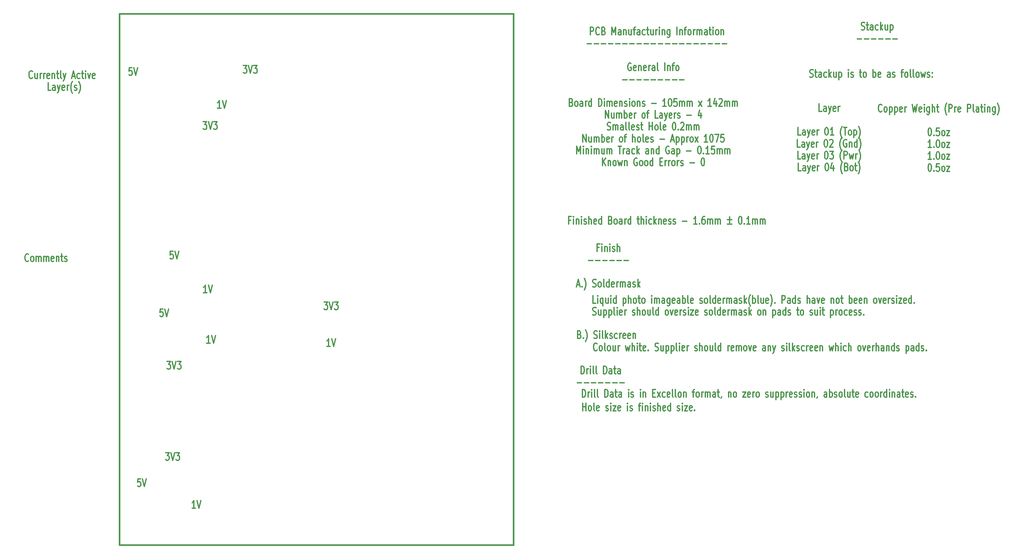
<source format=gbr>
G04 (created by PCBNEW-RS274X (2012-01-19 BZR 3256)-stable) date 05/03/2012 15:05:58*
G01*
G70*
G90*
%MOIN*%
G04 Gerber Fmt 3.4, Leading zero omitted, Abs format*
%FSLAX34Y34*%
G04 APERTURE LIST*
%ADD10C,0.009800*%
%ADD11C,0.012000*%
%ADD12C,0.015000*%
G04 APERTURE END LIST*
G54D10*
G54D11*
X06165Y-16547D02*
X06136Y-16585D01*
X06050Y-16623D01*
X05993Y-16623D01*
X05908Y-16585D01*
X05850Y-16509D01*
X05822Y-16432D01*
X05793Y-16280D01*
X05793Y-16166D01*
X05822Y-16013D01*
X05850Y-15937D01*
X05908Y-15861D01*
X05993Y-15823D01*
X06050Y-15823D01*
X06136Y-15861D01*
X06165Y-15899D01*
X06679Y-16089D02*
X06679Y-16623D01*
X06422Y-16089D02*
X06422Y-16509D01*
X06450Y-16585D01*
X06508Y-16623D01*
X06593Y-16623D01*
X06650Y-16585D01*
X06679Y-16547D01*
X06965Y-16623D02*
X06965Y-16089D01*
X06965Y-16242D02*
X06993Y-16166D01*
X07022Y-16128D01*
X07079Y-16089D01*
X07136Y-16089D01*
X07336Y-16623D02*
X07336Y-16089D01*
X07336Y-16242D02*
X07364Y-16166D01*
X07393Y-16128D01*
X07450Y-16089D01*
X07507Y-16089D01*
X07935Y-16585D02*
X07878Y-16623D01*
X07764Y-16623D01*
X07707Y-16585D01*
X07678Y-16509D01*
X07678Y-16204D01*
X07707Y-16128D01*
X07764Y-16089D01*
X07878Y-16089D01*
X07935Y-16128D01*
X07964Y-16204D01*
X07964Y-16280D01*
X07678Y-16356D01*
X08221Y-16089D02*
X08221Y-16623D01*
X08221Y-16166D02*
X08249Y-16128D01*
X08307Y-16089D01*
X08392Y-16089D01*
X08449Y-16128D01*
X08478Y-16204D01*
X08478Y-16623D01*
X08678Y-16089D02*
X08907Y-16089D01*
X08764Y-15823D02*
X08764Y-16509D01*
X08792Y-16585D01*
X08850Y-16623D01*
X08907Y-16623D01*
X09193Y-16623D02*
X09135Y-16585D01*
X09107Y-16509D01*
X09107Y-15823D01*
X09364Y-16089D02*
X09507Y-16623D01*
X09649Y-16089D02*
X09507Y-16623D01*
X09449Y-16813D01*
X09421Y-16851D01*
X09364Y-16889D01*
X10306Y-16394D02*
X10592Y-16394D01*
X10249Y-16623D02*
X10449Y-15823D01*
X10649Y-16623D01*
X11106Y-16585D02*
X11049Y-16623D01*
X10935Y-16623D01*
X10877Y-16585D01*
X10849Y-16547D01*
X10820Y-16470D01*
X10820Y-16242D01*
X10849Y-16166D01*
X10877Y-16128D01*
X10935Y-16089D01*
X11049Y-16089D01*
X11106Y-16128D01*
X11277Y-16089D02*
X11506Y-16089D01*
X11363Y-15823D02*
X11363Y-16509D01*
X11391Y-16585D01*
X11449Y-16623D01*
X11506Y-16623D01*
X11706Y-16623D02*
X11706Y-16089D01*
X11706Y-15823D02*
X11677Y-15861D01*
X11706Y-15899D01*
X11734Y-15861D01*
X11706Y-15823D01*
X11706Y-15899D01*
X11935Y-16089D02*
X12078Y-16623D01*
X12220Y-16089D01*
X12677Y-16585D02*
X12620Y-16623D01*
X12506Y-16623D01*
X12449Y-16585D01*
X12420Y-16509D01*
X12420Y-16204D01*
X12449Y-16128D01*
X12506Y-16089D01*
X12620Y-16089D01*
X12677Y-16128D01*
X12706Y-16204D01*
X12706Y-16280D01*
X12420Y-16356D01*
X08079Y-17863D02*
X07793Y-17863D01*
X07793Y-17063D01*
X08536Y-17863D02*
X08536Y-17444D01*
X08507Y-17368D01*
X08450Y-17329D01*
X08336Y-17329D01*
X08279Y-17368D01*
X08536Y-17825D02*
X08479Y-17863D01*
X08336Y-17863D01*
X08279Y-17825D01*
X08250Y-17749D01*
X08250Y-17672D01*
X08279Y-17596D01*
X08336Y-17558D01*
X08479Y-17558D01*
X08536Y-17520D01*
X08765Y-17329D02*
X08908Y-17863D01*
X09050Y-17329D02*
X08908Y-17863D01*
X08850Y-18053D01*
X08822Y-18091D01*
X08765Y-18129D01*
X09507Y-17825D02*
X09450Y-17863D01*
X09336Y-17863D01*
X09279Y-17825D01*
X09250Y-17749D01*
X09250Y-17444D01*
X09279Y-17368D01*
X09336Y-17329D01*
X09450Y-17329D01*
X09507Y-17368D01*
X09536Y-17444D01*
X09536Y-17520D01*
X09250Y-17596D01*
X09793Y-17863D02*
X09793Y-17329D01*
X09793Y-17482D02*
X09821Y-17406D01*
X09850Y-17368D01*
X09907Y-17329D01*
X09964Y-17329D01*
X10335Y-18168D02*
X10307Y-18129D01*
X10250Y-18015D01*
X10221Y-17939D01*
X10192Y-17825D01*
X10164Y-17634D01*
X10164Y-17482D01*
X10192Y-17291D01*
X10221Y-17177D01*
X10250Y-17101D01*
X10307Y-16987D01*
X10335Y-16949D01*
X10535Y-17825D02*
X10592Y-17863D01*
X10707Y-17863D01*
X10764Y-17825D01*
X10792Y-17749D01*
X10792Y-17710D01*
X10764Y-17634D01*
X10707Y-17596D01*
X10621Y-17596D01*
X10564Y-17558D01*
X10535Y-17482D01*
X10535Y-17444D01*
X10564Y-17368D01*
X10621Y-17329D01*
X10707Y-17329D01*
X10764Y-17368D01*
X10993Y-18168D02*
X11021Y-18129D01*
X11078Y-18015D01*
X11107Y-17939D01*
X11136Y-17825D01*
X11164Y-17634D01*
X11164Y-17482D01*
X11136Y-17291D01*
X11107Y-17177D01*
X11078Y-17101D01*
X11021Y-16987D01*
X10993Y-16949D01*
X92693Y-11517D02*
X92779Y-11555D01*
X92922Y-11555D01*
X92979Y-11517D01*
X93008Y-11479D01*
X93036Y-11402D01*
X93036Y-11326D01*
X93008Y-11250D01*
X92979Y-11212D01*
X92922Y-11174D01*
X92808Y-11136D01*
X92750Y-11098D01*
X92722Y-11060D01*
X92693Y-10983D01*
X92693Y-10907D01*
X92722Y-10831D01*
X92750Y-10793D01*
X92808Y-10755D01*
X92950Y-10755D01*
X93036Y-10793D01*
X93207Y-11021D02*
X93436Y-11021D01*
X93293Y-10755D02*
X93293Y-11441D01*
X93321Y-11517D01*
X93379Y-11555D01*
X93436Y-11555D01*
X93893Y-11555D02*
X93893Y-11136D01*
X93864Y-11060D01*
X93807Y-11021D01*
X93693Y-11021D01*
X93636Y-11060D01*
X93893Y-11517D02*
X93836Y-11555D01*
X93693Y-11555D01*
X93636Y-11517D01*
X93607Y-11441D01*
X93607Y-11364D01*
X93636Y-11288D01*
X93693Y-11250D01*
X93836Y-11250D01*
X93893Y-11212D01*
X94436Y-11517D02*
X94379Y-11555D01*
X94265Y-11555D01*
X94207Y-11517D01*
X94179Y-11479D01*
X94150Y-11402D01*
X94150Y-11174D01*
X94179Y-11098D01*
X94207Y-11060D01*
X94265Y-11021D01*
X94379Y-11021D01*
X94436Y-11060D01*
X94693Y-11555D02*
X94693Y-10755D01*
X94750Y-11250D02*
X94921Y-11555D01*
X94921Y-11021D02*
X94693Y-11326D01*
X95436Y-11021D02*
X95436Y-11555D01*
X95179Y-11021D02*
X95179Y-11441D01*
X95207Y-11517D01*
X95265Y-11555D01*
X95350Y-11555D01*
X95407Y-11517D01*
X95436Y-11479D01*
X95722Y-11021D02*
X95722Y-11821D01*
X95722Y-11060D02*
X95779Y-11021D01*
X95893Y-11021D01*
X95950Y-11060D01*
X95979Y-11098D01*
X96008Y-11174D01*
X96008Y-11402D01*
X95979Y-11479D01*
X95950Y-11517D01*
X95893Y-11555D01*
X95779Y-11555D01*
X95722Y-11517D01*
X92264Y-12490D02*
X92721Y-12490D01*
X93007Y-12490D02*
X93464Y-12490D01*
X93750Y-12490D02*
X94207Y-12490D01*
X94493Y-12490D02*
X94950Y-12490D01*
X95236Y-12490D02*
X95693Y-12490D01*
X95979Y-12490D02*
X96436Y-12490D01*
X05751Y-35661D02*
X05722Y-35699D01*
X05636Y-35737D01*
X05579Y-35737D01*
X05494Y-35699D01*
X05436Y-35623D01*
X05408Y-35546D01*
X05379Y-35394D01*
X05379Y-35280D01*
X05408Y-35127D01*
X05436Y-35051D01*
X05494Y-34975D01*
X05579Y-34937D01*
X05636Y-34937D01*
X05722Y-34975D01*
X05751Y-35013D01*
X06094Y-35737D02*
X06036Y-35699D01*
X06008Y-35661D01*
X05979Y-35584D01*
X05979Y-35356D01*
X06008Y-35280D01*
X06036Y-35242D01*
X06094Y-35203D01*
X06179Y-35203D01*
X06236Y-35242D01*
X06265Y-35280D01*
X06294Y-35356D01*
X06294Y-35584D01*
X06265Y-35661D01*
X06236Y-35699D01*
X06179Y-35737D01*
X06094Y-35737D01*
X06551Y-35737D02*
X06551Y-35203D01*
X06551Y-35280D02*
X06579Y-35242D01*
X06637Y-35203D01*
X06722Y-35203D01*
X06779Y-35242D01*
X06808Y-35318D01*
X06808Y-35737D01*
X06808Y-35318D02*
X06837Y-35242D01*
X06894Y-35203D01*
X06979Y-35203D01*
X07037Y-35242D01*
X07065Y-35318D01*
X07065Y-35737D01*
X07351Y-35737D02*
X07351Y-35203D01*
X07351Y-35280D02*
X07379Y-35242D01*
X07437Y-35203D01*
X07522Y-35203D01*
X07579Y-35242D01*
X07608Y-35318D01*
X07608Y-35737D01*
X07608Y-35318D02*
X07637Y-35242D01*
X07694Y-35203D01*
X07779Y-35203D01*
X07837Y-35242D01*
X07865Y-35318D01*
X07865Y-35737D01*
X08379Y-35699D02*
X08322Y-35737D01*
X08208Y-35737D01*
X08151Y-35699D01*
X08122Y-35623D01*
X08122Y-35318D01*
X08151Y-35242D01*
X08208Y-35203D01*
X08322Y-35203D01*
X08379Y-35242D01*
X08408Y-35318D01*
X08408Y-35394D01*
X08122Y-35470D01*
X08665Y-35203D02*
X08665Y-35737D01*
X08665Y-35280D02*
X08693Y-35242D01*
X08751Y-35203D01*
X08836Y-35203D01*
X08893Y-35242D01*
X08922Y-35318D01*
X08922Y-35737D01*
X09122Y-35203D02*
X09351Y-35203D01*
X09208Y-34937D02*
X09208Y-35623D01*
X09236Y-35699D01*
X09294Y-35737D01*
X09351Y-35737D01*
X09522Y-35699D02*
X09579Y-35737D01*
X09694Y-35737D01*
X09751Y-35699D01*
X09779Y-35623D01*
X09779Y-35584D01*
X09751Y-35508D01*
X09694Y-35470D01*
X09608Y-35470D01*
X09551Y-35432D01*
X09522Y-35356D01*
X09522Y-35318D01*
X09551Y-35242D01*
X09608Y-35203D01*
X09694Y-35203D01*
X09751Y-35242D01*
X17446Y-58431D02*
X17160Y-58431D01*
X17131Y-58812D01*
X17160Y-58774D01*
X17217Y-58736D01*
X17360Y-58736D01*
X17417Y-58774D01*
X17446Y-58812D01*
X17474Y-58888D01*
X17474Y-59078D01*
X17446Y-59155D01*
X17417Y-59193D01*
X17360Y-59231D01*
X17217Y-59231D01*
X17160Y-59193D01*
X17131Y-59155D01*
X17645Y-58431D02*
X17845Y-59231D01*
X18045Y-58431D01*
X20065Y-55685D02*
X20436Y-55685D01*
X20236Y-55990D01*
X20322Y-55990D01*
X20379Y-56028D01*
X20408Y-56066D01*
X20436Y-56142D01*
X20436Y-56332D01*
X20408Y-56409D01*
X20379Y-56447D01*
X20322Y-56485D01*
X20150Y-56485D01*
X20093Y-56447D01*
X20065Y-56409D01*
X20607Y-55685D02*
X20807Y-56485D01*
X21007Y-55685D01*
X21150Y-55685D02*
X21521Y-55685D01*
X21321Y-55990D01*
X21407Y-55990D01*
X21464Y-56028D01*
X21493Y-56066D01*
X21521Y-56142D01*
X21521Y-56332D01*
X21493Y-56409D01*
X21464Y-56447D01*
X21407Y-56485D01*
X21235Y-56485D01*
X21178Y-56447D01*
X21150Y-56409D01*
X23173Y-61495D02*
X22830Y-61495D01*
X23002Y-61495D02*
X23002Y-60695D01*
X22945Y-60809D01*
X22887Y-60885D01*
X22830Y-60923D01*
X23344Y-60695D02*
X23544Y-61495D01*
X23744Y-60695D01*
X16550Y-15498D02*
X16264Y-15498D01*
X16235Y-15879D01*
X16264Y-15841D01*
X16321Y-15803D01*
X16464Y-15803D01*
X16521Y-15841D01*
X16550Y-15879D01*
X16578Y-15955D01*
X16578Y-16145D01*
X16550Y-16222D01*
X16521Y-16260D01*
X16464Y-16298D01*
X16321Y-16298D01*
X16264Y-16260D01*
X16235Y-16222D01*
X16749Y-15498D02*
X16949Y-16298D01*
X17149Y-15498D01*
X28165Y-15262D02*
X28536Y-15262D01*
X28336Y-15567D01*
X28422Y-15567D01*
X28479Y-15605D01*
X28508Y-15643D01*
X28536Y-15719D01*
X28536Y-15909D01*
X28508Y-15986D01*
X28479Y-16024D01*
X28422Y-16062D01*
X28250Y-16062D01*
X28193Y-16024D01*
X28165Y-15986D01*
X28707Y-15262D02*
X28907Y-16062D01*
X29107Y-15262D01*
X29250Y-15262D02*
X29621Y-15262D01*
X29421Y-15567D01*
X29507Y-15567D01*
X29564Y-15605D01*
X29593Y-15643D01*
X29621Y-15719D01*
X29621Y-15909D01*
X29593Y-15986D01*
X29564Y-16024D01*
X29507Y-16062D01*
X29335Y-16062D01*
X29278Y-16024D01*
X29250Y-15986D01*
X25830Y-19733D02*
X25487Y-19733D01*
X25659Y-19733D02*
X25659Y-18933D01*
X25602Y-19047D01*
X25544Y-19123D01*
X25487Y-19161D01*
X26001Y-18933D02*
X26201Y-19733D01*
X26401Y-18933D01*
X23982Y-21128D02*
X24353Y-21128D01*
X24153Y-21433D01*
X24239Y-21433D01*
X24296Y-21471D01*
X24325Y-21509D01*
X24353Y-21585D01*
X24353Y-21775D01*
X24325Y-21852D01*
X24296Y-21890D01*
X24239Y-21928D01*
X24067Y-21928D01*
X24010Y-21890D01*
X23982Y-21852D01*
X24524Y-21128D02*
X24724Y-21928D01*
X24924Y-21128D01*
X25067Y-21128D02*
X25438Y-21128D01*
X25238Y-21433D01*
X25324Y-21433D01*
X25381Y-21471D01*
X25410Y-21509D01*
X25438Y-21585D01*
X25438Y-21775D01*
X25410Y-21852D01*
X25381Y-21890D01*
X25324Y-21928D01*
X25152Y-21928D01*
X25095Y-21890D01*
X25067Y-21852D01*
X20842Y-34672D02*
X20556Y-34672D01*
X20527Y-35053D01*
X20556Y-35015D01*
X20613Y-34977D01*
X20756Y-34977D01*
X20813Y-35015D01*
X20842Y-35053D01*
X20870Y-35129D01*
X20870Y-35319D01*
X20842Y-35396D01*
X20813Y-35434D01*
X20756Y-35472D01*
X20613Y-35472D01*
X20556Y-35434D01*
X20527Y-35396D01*
X21041Y-34672D02*
X21241Y-35472D01*
X21441Y-34672D01*
X24364Y-39005D02*
X24021Y-39005D01*
X24193Y-39005D02*
X24193Y-38205D01*
X24136Y-38319D01*
X24078Y-38395D01*
X24021Y-38433D01*
X24535Y-38205D02*
X24735Y-39005D01*
X24935Y-38205D01*
X20213Y-46178D02*
X20584Y-46178D01*
X20384Y-46483D01*
X20470Y-46483D01*
X20527Y-46521D01*
X20556Y-46559D01*
X20584Y-46635D01*
X20584Y-46825D01*
X20556Y-46902D01*
X20527Y-46940D01*
X20470Y-46978D01*
X20298Y-46978D01*
X20241Y-46940D01*
X20213Y-46902D01*
X20755Y-46178D02*
X20955Y-46978D01*
X21155Y-46178D01*
X21298Y-46178D02*
X21669Y-46178D01*
X21469Y-46483D01*
X21555Y-46483D01*
X21612Y-46521D01*
X21641Y-46559D01*
X21669Y-46635D01*
X21669Y-46825D01*
X21641Y-46902D01*
X21612Y-46940D01*
X21555Y-46978D01*
X21383Y-46978D01*
X21326Y-46940D01*
X21298Y-46902D01*
X19789Y-40685D02*
X19503Y-40685D01*
X19474Y-41066D01*
X19503Y-41028D01*
X19560Y-40990D01*
X19703Y-40990D01*
X19760Y-41028D01*
X19789Y-41066D01*
X19817Y-41142D01*
X19817Y-41332D01*
X19789Y-41409D01*
X19760Y-41447D01*
X19703Y-41485D01*
X19560Y-41485D01*
X19503Y-41447D01*
X19474Y-41409D01*
X19988Y-40685D02*
X20188Y-41485D01*
X20388Y-40685D01*
X24698Y-44251D02*
X24355Y-44251D01*
X24527Y-44251D02*
X24527Y-43451D01*
X24470Y-43565D01*
X24412Y-43641D01*
X24355Y-43679D01*
X24869Y-43451D02*
X25069Y-44251D01*
X25269Y-43451D01*
X36610Y-39957D02*
X36981Y-39957D01*
X36781Y-40262D01*
X36867Y-40262D01*
X36924Y-40300D01*
X36953Y-40338D01*
X36981Y-40414D01*
X36981Y-40604D01*
X36953Y-40681D01*
X36924Y-40719D01*
X36867Y-40757D01*
X36695Y-40757D01*
X36638Y-40719D01*
X36610Y-40681D01*
X37152Y-39957D02*
X37352Y-40757D01*
X37552Y-39957D01*
X37695Y-39957D02*
X38066Y-39957D01*
X37866Y-40262D01*
X37952Y-40262D01*
X38009Y-40300D01*
X38038Y-40338D01*
X38066Y-40414D01*
X38066Y-40604D01*
X38038Y-40681D01*
X38009Y-40719D01*
X37952Y-40757D01*
X37780Y-40757D01*
X37723Y-40719D01*
X37695Y-40681D01*
X37238Y-44605D02*
X36895Y-44605D01*
X37067Y-44605D02*
X37067Y-43805D01*
X37010Y-43919D01*
X36952Y-43995D01*
X36895Y-44033D01*
X37409Y-43805D02*
X37609Y-44605D01*
X37809Y-43805D01*
G54D12*
X56358Y-09882D02*
X56358Y-11083D01*
X15236Y-09882D02*
X15236Y-11063D01*
X56358Y-65335D02*
X15236Y-65335D01*
X15236Y-09882D02*
X56358Y-09882D01*
X56358Y-65335D02*
X56358Y-11102D01*
X15236Y-18661D02*
X15236Y-11102D01*
X15236Y-65315D02*
X15236Y-65335D01*
X15236Y-18681D02*
X15236Y-65315D01*
G54D11*
X63596Y-51319D02*
X63596Y-50519D01*
X63596Y-50900D02*
X63939Y-50900D01*
X63939Y-51319D02*
X63939Y-50519D01*
X64311Y-51319D02*
X64253Y-51281D01*
X64225Y-51243D01*
X64196Y-51166D01*
X64196Y-50938D01*
X64225Y-50862D01*
X64253Y-50824D01*
X64311Y-50785D01*
X64396Y-50785D01*
X64453Y-50824D01*
X64482Y-50862D01*
X64511Y-50938D01*
X64511Y-51166D01*
X64482Y-51243D01*
X64453Y-51281D01*
X64396Y-51319D01*
X64311Y-51319D01*
X64854Y-51319D02*
X64796Y-51281D01*
X64768Y-51205D01*
X64768Y-50519D01*
X65310Y-51281D02*
X65253Y-51319D01*
X65139Y-51319D01*
X65082Y-51281D01*
X65053Y-51205D01*
X65053Y-50900D01*
X65082Y-50824D01*
X65139Y-50785D01*
X65253Y-50785D01*
X65310Y-50824D01*
X65339Y-50900D01*
X65339Y-50976D01*
X65053Y-51052D01*
X66024Y-51281D02*
X66081Y-51319D01*
X66196Y-51319D01*
X66253Y-51281D01*
X66281Y-51205D01*
X66281Y-51166D01*
X66253Y-51090D01*
X66196Y-51052D01*
X66110Y-51052D01*
X66053Y-51014D01*
X66024Y-50938D01*
X66024Y-50900D01*
X66053Y-50824D01*
X66110Y-50785D01*
X66196Y-50785D01*
X66253Y-50824D01*
X66539Y-51319D02*
X66539Y-50785D01*
X66539Y-50519D02*
X66510Y-50557D01*
X66539Y-50595D01*
X66567Y-50557D01*
X66539Y-50519D01*
X66539Y-50595D01*
X66768Y-50785D02*
X67082Y-50785D01*
X66768Y-51319D01*
X67082Y-51319D01*
X67539Y-51281D02*
X67482Y-51319D01*
X67368Y-51319D01*
X67311Y-51281D01*
X67282Y-51205D01*
X67282Y-50900D01*
X67311Y-50824D01*
X67368Y-50785D01*
X67482Y-50785D01*
X67539Y-50824D01*
X67568Y-50900D01*
X67568Y-50976D01*
X67282Y-51052D01*
X68282Y-51319D02*
X68282Y-50785D01*
X68282Y-50519D02*
X68253Y-50557D01*
X68282Y-50595D01*
X68310Y-50557D01*
X68282Y-50519D01*
X68282Y-50595D01*
X68539Y-51281D02*
X68596Y-51319D01*
X68711Y-51319D01*
X68768Y-51281D01*
X68796Y-51205D01*
X68796Y-51166D01*
X68768Y-51090D01*
X68711Y-51052D01*
X68625Y-51052D01*
X68568Y-51014D01*
X68539Y-50938D01*
X68539Y-50900D01*
X68568Y-50824D01*
X68625Y-50785D01*
X68711Y-50785D01*
X68768Y-50824D01*
X69425Y-50785D02*
X69654Y-50785D01*
X69511Y-51319D02*
X69511Y-50633D01*
X69539Y-50557D01*
X69597Y-50519D01*
X69654Y-50519D01*
X69854Y-51319D02*
X69854Y-50785D01*
X69854Y-50519D02*
X69825Y-50557D01*
X69854Y-50595D01*
X69882Y-50557D01*
X69854Y-50519D01*
X69854Y-50595D01*
X70140Y-50785D02*
X70140Y-51319D01*
X70140Y-50862D02*
X70168Y-50824D01*
X70226Y-50785D01*
X70311Y-50785D01*
X70368Y-50824D01*
X70397Y-50900D01*
X70397Y-51319D01*
X70683Y-51319D02*
X70683Y-50785D01*
X70683Y-50519D02*
X70654Y-50557D01*
X70683Y-50595D01*
X70711Y-50557D01*
X70683Y-50519D01*
X70683Y-50595D01*
X70940Y-51281D02*
X70997Y-51319D01*
X71112Y-51319D01*
X71169Y-51281D01*
X71197Y-51205D01*
X71197Y-51166D01*
X71169Y-51090D01*
X71112Y-51052D01*
X71026Y-51052D01*
X70969Y-51014D01*
X70940Y-50938D01*
X70940Y-50900D01*
X70969Y-50824D01*
X71026Y-50785D01*
X71112Y-50785D01*
X71169Y-50824D01*
X71455Y-51319D02*
X71455Y-50519D01*
X71712Y-51319D02*
X71712Y-50900D01*
X71683Y-50824D01*
X71626Y-50785D01*
X71541Y-50785D01*
X71483Y-50824D01*
X71455Y-50862D01*
X72226Y-51281D02*
X72169Y-51319D01*
X72055Y-51319D01*
X71998Y-51281D01*
X71969Y-51205D01*
X71969Y-50900D01*
X71998Y-50824D01*
X72055Y-50785D01*
X72169Y-50785D01*
X72226Y-50824D01*
X72255Y-50900D01*
X72255Y-50976D01*
X71969Y-51052D01*
X72769Y-51319D02*
X72769Y-50519D01*
X72769Y-51281D02*
X72712Y-51319D01*
X72598Y-51319D01*
X72540Y-51281D01*
X72512Y-51243D01*
X72483Y-51166D01*
X72483Y-50938D01*
X72512Y-50862D01*
X72540Y-50824D01*
X72598Y-50785D01*
X72712Y-50785D01*
X72769Y-50824D01*
X73483Y-51281D02*
X73540Y-51319D01*
X73655Y-51319D01*
X73712Y-51281D01*
X73740Y-51205D01*
X73740Y-51166D01*
X73712Y-51090D01*
X73655Y-51052D01*
X73569Y-51052D01*
X73512Y-51014D01*
X73483Y-50938D01*
X73483Y-50900D01*
X73512Y-50824D01*
X73569Y-50785D01*
X73655Y-50785D01*
X73712Y-50824D01*
X73998Y-51319D02*
X73998Y-50785D01*
X73998Y-50519D02*
X73969Y-50557D01*
X73998Y-50595D01*
X74026Y-50557D01*
X73998Y-50519D01*
X73998Y-50595D01*
X74227Y-50785D02*
X74541Y-50785D01*
X74227Y-51319D01*
X74541Y-51319D01*
X74998Y-51281D02*
X74941Y-51319D01*
X74827Y-51319D01*
X74770Y-51281D01*
X74741Y-51205D01*
X74741Y-50900D01*
X74770Y-50824D01*
X74827Y-50785D01*
X74941Y-50785D01*
X74998Y-50824D01*
X75027Y-50900D01*
X75027Y-50976D01*
X74741Y-51052D01*
X75284Y-51243D02*
X75312Y-51281D01*
X75284Y-51319D01*
X75255Y-51281D01*
X75284Y-51243D01*
X75284Y-51319D01*
X63570Y-49902D02*
X63570Y-49102D01*
X63713Y-49102D01*
X63798Y-49140D01*
X63856Y-49216D01*
X63884Y-49292D01*
X63913Y-49445D01*
X63913Y-49559D01*
X63884Y-49711D01*
X63856Y-49788D01*
X63798Y-49864D01*
X63713Y-49902D01*
X63570Y-49902D01*
X64170Y-49902D02*
X64170Y-49368D01*
X64170Y-49521D02*
X64198Y-49445D01*
X64227Y-49407D01*
X64284Y-49368D01*
X64341Y-49368D01*
X64541Y-49902D02*
X64541Y-49368D01*
X64541Y-49102D02*
X64512Y-49140D01*
X64541Y-49178D01*
X64569Y-49140D01*
X64541Y-49102D01*
X64541Y-49178D01*
X64913Y-49902D02*
X64855Y-49864D01*
X64827Y-49788D01*
X64827Y-49102D01*
X65227Y-49902D02*
X65169Y-49864D01*
X65141Y-49788D01*
X65141Y-49102D01*
X65912Y-49902D02*
X65912Y-49102D01*
X66055Y-49102D01*
X66140Y-49140D01*
X66198Y-49216D01*
X66226Y-49292D01*
X66255Y-49445D01*
X66255Y-49559D01*
X66226Y-49711D01*
X66198Y-49788D01*
X66140Y-49864D01*
X66055Y-49902D01*
X65912Y-49902D01*
X66769Y-49902D02*
X66769Y-49483D01*
X66740Y-49407D01*
X66683Y-49368D01*
X66569Y-49368D01*
X66512Y-49407D01*
X66769Y-49864D02*
X66712Y-49902D01*
X66569Y-49902D01*
X66512Y-49864D01*
X66483Y-49788D01*
X66483Y-49711D01*
X66512Y-49635D01*
X66569Y-49597D01*
X66712Y-49597D01*
X66769Y-49559D01*
X66969Y-49368D02*
X67198Y-49368D01*
X67055Y-49102D02*
X67055Y-49788D01*
X67083Y-49864D01*
X67141Y-49902D01*
X67198Y-49902D01*
X67655Y-49902D02*
X67655Y-49483D01*
X67626Y-49407D01*
X67569Y-49368D01*
X67455Y-49368D01*
X67398Y-49407D01*
X67655Y-49864D02*
X67598Y-49902D01*
X67455Y-49902D01*
X67398Y-49864D01*
X67369Y-49788D01*
X67369Y-49711D01*
X67398Y-49635D01*
X67455Y-49597D01*
X67598Y-49597D01*
X67655Y-49559D01*
X68398Y-49902D02*
X68398Y-49368D01*
X68398Y-49102D02*
X68369Y-49140D01*
X68398Y-49178D01*
X68426Y-49140D01*
X68398Y-49102D01*
X68398Y-49178D01*
X68655Y-49864D02*
X68712Y-49902D01*
X68827Y-49902D01*
X68884Y-49864D01*
X68912Y-49788D01*
X68912Y-49749D01*
X68884Y-49673D01*
X68827Y-49635D01*
X68741Y-49635D01*
X68684Y-49597D01*
X68655Y-49521D01*
X68655Y-49483D01*
X68684Y-49407D01*
X68741Y-49368D01*
X68827Y-49368D01*
X68884Y-49407D01*
X69627Y-49902D02*
X69627Y-49368D01*
X69627Y-49102D02*
X69598Y-49140D01*
X69627Y-49178D01*
X69655Y-49140D01*
X69627Y-49102D01*
X69627Y-49178D01*
X69913Y-49368D02*
X69913Y-49902D01*
X69913Y-49445D02*
X69941Y-49407D01*
X69999Y-49368D01*
X70084Y-49368D01*
X70141Y-49407D01*
X70170Y-49483D01*
X70170Y-49902D01*
X70913Y-49483D02*
X71113Y-49483D01*
X71199Y-49902D02*
X70913Y-49902D01*
X70913Y-49102D01*
X71199Y-49102D01*
X71399Y-49902D02*
X71713Y-49368D01*
X71399Y-49368D02*
X71713Y-49902D01*
X72199Y-49864D02*
X72142Y-49902D01*
X72028Y-49902D01*
X71970Y-49864D01*
X71942Y-49826D01*
X71913Y-49749D01*
X71913Y-49521D01*
X71942Y-49445D01*
X71970Y-49407D01*
X72028Y-49368D01*
X72142Y-49368D01*
X72199Y-49407D01*
X72684Y-49864D02*
X72627Y-49902D01*
X72513Y-49902D01*
X72456Y-49864D01*
X72427Y-49788D01*
X72427Y-49483D01*
X72456Y-49407D01*
X72513Y-49368D01*
X72627Y-49368D01*
X72684Y-49407D01*
X72713Y-49483D01*
X72713Y-49559D01*
X72427Y-49635D01*
X73056Y-49902D02*
X72998Y-49864D01*
X72970Y-49788D01*
X72970Y-49102D01*
X73370Y-49902D02*
X73312Y-49864D01*
X73284Y-49788D01*
X73284Y-49102D01*
X73684Y-49902D02*
X73626Y-49864D01*
X73598Y-49826D01*
X73569Y-49749D01*
X73569Y-49521D01*
X73598Y-49445D01*
X73626Y-49407D01*
X73684Y-49368D01*
X73769Y-49368D01*
X73826Y-49407D01*
X73855Y-49445D01*
X73884Y-49521D01*
X73884Y-49749D01*
X73855Y-49826D01*
X73826Y-49864D01*
X73769Y-49902D01*
X73684Y-49902D01*
X74141Y-49368D02*
X74141Y-49902D01*
X74141Y-49445D02*
X74169Y-49407D01*
X74227Y-49368D01*
X74312Y-49368D01*
X74369Y-49407D01*
X74398Y-49483D01*
X74398Y-49902D01*
X75055Y-49368D02*
X75284Y-49368D01*
X75141Y-49902D02*
X75141Y-49216D01*
X75169Y-49140D01*
X75227Y-49102D01*
X75284Y-49102D01*
X75570Y-49902D02*
X75512Y-49864D01*
X75484Y-49826D01*
X75455Y-49749D01*
X75455Y-49521D01*
X75484Y-49445D01*
X75512Y-49407D01*
X75570Y-49368D01*
X75655Y-49368D01*
X75712Y-49407D01*
X75741Y-49445D01*
X75770Y-49521D01*
X75770Y-49749D01*
X75741Y-49826D01*
X75712Y-49864D01*
X75655Y-49902D01*
X75570Y-49902D01*
X76027Y-49902D02*
X76027Y-49368D01*
X76027Y-49521D02*
X76055Y-49445D01*
X76084Y-49407D01*
X76141Y-49368D01*
X76198Y-49368D01*
X76398Y-49902D02*
X76398Y-49368D01*
X76398Y-49445D02*
X76426Y-49407D01*
X76484Y-49368D01*
X76569Y-49368D01*
X76626Y-49407D01*
X76655Y-49483D01*
X76655Y-49902D01*
X76655Y-49483D02*
X76684Y-49407D01*
X76741Y-49368D01*
X76826Y-49368D01*
X76884Y-49407D01*
X76912Y-49483D01*
X76912Y-49902D01*
X77455Y-49902D02*
X77455Y-49483D01*
X77426Y-49407D01*
X77369Y-49368D01*
X77255Y-49368D01*
X77198Y-49407D01*
X77455Y-49864D02*
X77398Y-49902D01*
X77255Y-49902D01*
X77198Y-49864D01*
X77169Y-49788D01*
X77169Y-49711D01*
X77198Y-49635D01*
X77255Y-49597D01*
X77398Y-49597D01*
X77455Y-49559D01*
X77655Y-49368D02*
X77884Y-49368D01*
X77741Y-49102D02*
X77741Y-49788D01*
X77769Y-49864D01*
X77827Y-49902D01*
X77884Y-49902D01*
X78112Y-49864D02*
X78112Y-49902D01*
X78084Y-49978D01*
X78055Y-50016D01*
X78827Y-49368D02*
X78827Y-49902D01*
X78827Y-49445D02*
X78855Y-49407D01*
X78913Y-49368D01*
X78998Y-49368D01*
X79055Y-49407D01*
X79084Y-49483D01*
X79084Y-49902D01*
X79456Y-49902D02*
X79398Y-49864D01*
X79370Y-49826D01*
X79341Y-49749D01*
X79341Y-49521D01*
X79370Y-49445D01*
X79398Y-49407D01*
X79456Y-49368D01*
X79541Y-49368D01*
X79598Y-49407D01*
X79627Y-49445D01*
X79656Y-49521D01*
X79656Y-49749D01*
X79627Y-49826D01*
X79598Y-49864D01*
X79541Y-49902D01*
X79456Y-49902D01*
X80313Y-49368D02*
X80627Y-49368D01*
X80313Y-49902D01*
X80627Y-49902D01*
X81084Y-49864D02*
X81027Y-49902D01*
X80913Y-49902D01*
X80856Y-49864D01*
X80827Y-49788D01*
X80827Y-49483D01*
X80856Y-49407D01*
X80913Y-49368D01*
X81027Y-49368D01*
X81084Y-49407D01*
X81113Y-49483D01*
X81113Y-49559D01*
X80827Y-49635D01*
X81370Y-49902D02*
X81370Y-49368D01*
X81370Y-49521D02*
X81398Y-49445D01*
X81427Y-49407D01*
X81484Y-49368D01*
X81541Y-49368D01*
X81827Y-49902D02*
X81769Y-49864D01*
X81741Y-49826D01*
X81712Y-49749D01*
X81712Y-49521D01*
X81741Y-49445D01*
X81769Y-49407D01*
X81827Y-49368D01*
X81912Y-49368D01*
X81969Y-49407D01*
X81998Y-49445D01*
X82027Y-49521D01*
X82027Y-49749D01*
X81998Y-49826D01*
X81969Y-49864D01*
X81912Y-49902D01*
X81827Y-49902D01*
X82712Y-49864D02*
X82769Y-49902D01*
X82884Y-49902D01*
X82941Y-49864D01*
X82969Y-49788D01*
X82969Y-49749D01*
X82941Y-49673D01*
X82884Y-49635D01*
X82798Y-49635D01*
X82741Y-49597D01*
X82712Y-49521D01*
X82712Y-49483D01*
X82741Y-49407D01*
X82798Y-49368D01*
X82884Y-49368D01*
X82941Y-49407D01*
X83484Y-49368D02*
X83484Y-49902D01*
X83227Y-49368D02*
X83227Y-49788D01*
X83255Y-49864D01*
X83313Y-49902D01*
X83398Y-49902D01*
X83455Y-49864D01*
X83484Y-49826D01*
X83770Y-49368D02*
X83770Y-50168D01*
X83770Y-49407D02*
X83827Y-49368D01*
X83941Y-49368D01*
X83998Y-49407D01*
X84027Y-49445D01*
X84056Y-49521D01*
X84056Y-49749D01*
X84027Y-49826D01*
X83998Y-49864D01*
X83941Y-49902D01*
X83827Y-49902D01*
X83770Y-49864D01*
X84313Y-49368D02*
X84313Y-50168D01*
X84313Y-49407D02*
X84370Y-49368D01*
X84484Y-49368D01*
X84541Y-49407D01*
X84570Y-49445D01*
X84599Y-49521D01*
X84599Y-49749D01*
X84570Y-49826D01*
X84541Y-49864D01*
X84484Y-49902D01*
X84370Y-49902D01*
X84313Y-49864D01*
X84856Y-49902D02*
X84856Y-49368D01*
X84856Y-49521D02*
X84884Y-49445D01*
X84913Y-49407D01*
X84970Y-49368D01*
X85027Y-49368D01*
X85455Y-49864D02*
X85398Y-49902D01*
X85284Y-49902D01*
X85227Y-49864D01*
X85198Y-49788D01*
X85198Y-49483D01*
X85227Y-49407D01*
X85284Y-49368D01*
X85398Y-49368D01*
X85455Y-49407D01*
X85484Y-49483D01*
X85484Y-49559D01*
X85198Y-49635D01*
X85712Y-49864D02*
X85769Y-49902D01*
X85884Y-49902D01*
X85941Y-49864D01*
X85969Y-49788D01*
X85969Y-49749D01*
X85941Y-49673D01*
X85884Y-49635D01*
X85798Y-49635D01*
X85741Y-49597D01*
X85712Y-49521D01*
X85712Y-49483D01*
X85741Y-49407D01*
X85798Y-49368D01*
X85884Y-49368D01*
X85941Y-49407D01*
X86198Y-49864D02*
X86255Y-49902D01*
X86370Y-49902D01*
X86427Y-49864D01*
X86455Y-49788D01*
X86455Y-49749D01*
X86427Y-49673D01*
X86370Y-49635D01*
X86284Y-49635D01*
X86227Y-49597D01*
X86198Y-49521D01*
X86198Y-49483D01*
X86227Y-49407D01*
X86284Y-49368D01*
X86370Y-49368D01*
X86427Y-49407D01*
X86713Y-49902D02*
X86713Y-49368D01*
X86713Y-49102D02*
X86684Y-49140D01*
X86713Y-49178D01*
X86741Y-49140D01*
X86713Y-49102D01*
X86713Y-49178D01*
X87085Y-49902D02*
X87027Y-49864D01*
X86999Y-49826D01*
X86970Y-49749D01*
X86970Y-49521D01*
X86999Y-49445D01*
X87027Y-49407D01*
X87085Y-49368D01*
X87170Y-49368D01*
X87227Y-49407D01*
X87256Y-49445D01*
X87285Y-49521D01*
X87285Y-49749D01*
X87256Y-49826D01*
X87227Y-49864D01*
X87170Y-49902D01*
X87085Y-49902D01*
X87542Y-49368D02*
X87542Y-49902D01*
X87542Y-49445D02*
X87570Y-49407D01*
X87628Y-49368D01*
X87713Y-49368D01*
X87770Y-49407D01*
X87799Y-49483D01*
X87799Y-49902D01*
X88113Y-49864D02*
X88113Y-49902D01*
X88085Y-49978D01*
X88056Y-50016D01*
X89085Y-49902D02*
X89085Y-49483D01*
X89056Y-49407D01*
X88999Y-49368D01*
X88885Y-49368D01*
X88828Y-49407D01*
X89085Y-49864D02*
X89028Y-49902D01*
X88885Y-49902D01*
X88828Y-49864D01*
X88799Y-49788D01*
X88799Y-49711D01*
X88828Y-49635D01*
X88885Y-49597D01*
X89028Y-49597D01*
X89085Y-49559D01*
X89371Y-49902D02*
X89371Y-49102D01*
X89371Y-49407D02*
X89428Y-49368D01*
X89542Y-49368D01*
X89599Y-49407D01*
X89628Y-49445D01*
X89657Y-49521D01*
X89657Y-49749D01*
X89628Y-49826D01*
X89599Y-49864D01*
X89542Y-49902D01*
X89428Y-49902D01*
X89371Y-49864D01*
X89885Y-49864D02*
X89942Y-49902D01*
X90057Y-49902D01*
X90114Y-49864D01*
X90142Y-49788D01*
X90142Y-49749D01*
X90114Y-49673D01*
X90057Y-49635D01*
X89971Y-49635D01*
X89914Y-49597D01*
X89885Y-49521D01*
X89885Y-49483D01*
X89914Y-49407D01*
X89971Y-49368D01*
X90057Y-49368D01*
X90114Y-49407D01*
X90486Y-49902D02*
X90428Y-49864D01*
X90400Y-49826D01*
X90371Y-49749D01*
X90371Y-49521D01*
X90400Y-49445D01*
X90428Y-49407D01*
X90486Y-49368D01*
X90571Y-49368D01*
X90628Y-49407D01*
X90657Y-49445D01*
X90686Y-49521D01*
X90686Y-49749D01*
X90657Y-49826D01*
X90628Y-49864D01*
X90571Y-49902D01*
X90486Y-49902D01*
X91029Y-49902D02*
X90971Y-49864D01*
X90943Y-49788D01*
X90943Y-49102D01*
X91514Y-49368D02*
X91514Y-49902D01*
X91257Y-49368D02*
X91257Y-49788D01*
X91285Y-49864D01*
X91343Y-49902D01*
X91428Y-49902D01*
X91485Y-49864D01*
X91514Y-49826D01*
X91714Y-49368D02*
X91943Y-49368D01*
X91800Y-49102D02*
X91800Y-49788D01*
X91828Y-49864D01*
X91886Y-49902D01*
X91943Y-49902D01*
X92371Y-49864D02*
X92314Y-49902D01*
X92200Y-49902D01*
X92143Y-49864D01*
X92114Y-49788D01*
X92114Y-49483D01*
X92143Y-49407D01*
X92200Y-49368D01*
X92314Y-49368D01*
X92371Y-49407D01*
X92400Y-49483D01*
X92400Y-49559D01*
X92114Y-49635D01*
X93371Y-49864D02*
X93314Y-49902D01*
X93200Y-49902D01*
X93142Y-49864D01*
X93114Y-49826D01*
X93085Y-49749D01*
X93085Y-49521D01*
X93114Y-49445D01*
X93142Y-49407D01*
X93200Y-49368D01*
X93314Y-49368D01*
X93371Y-49407D01*
X93714Y-49902D02*
X93656Y-49864D01*
X93628Y-49826D01*
X93599Y-49749D01*
X93599Y-49521D01*
X93628Y-49445D01*
X93656Y-49407D01*
X93714Y-49368D01*
X93799Y-49368D01*
X93856Y-49407D01*
X93885Y-49445D01*
X93914Y-49521D01*
X93914Y-49749D01*
X93885Y-49826D01*
X93856Y-49864D01*
X93799Y-49902D01*
X93714Y-49902D01*
X94257Y-49902D02*
X94199Y-49864D01*
X94171Y-49826D01*
X94142Y-49749D01*
X94142Y-49521D01*
X94171Y-49445D01*
X94199Y-49407D01*
X94257Y-49368D01*
X94342Y-49368D01*
X94399Y-49407D01*
X94428Y-49445D01*
X94457Y-49521D01*
X94457Y-49749D01*
X94428Y-49826D01*
X94399Y-49864D01*
X94342Y-49902D01*
X94257Y-49902D01*
X94714Y-49902D02*
X94714Y-49368D01*
X94714Y-49521D02*
X94742Y-49445D01*
X94771Y-49407D01*
X94828Y-49368D01*
X94885Y-49368D01*
X95342Y-49902D02*
X95342Y-49102D01*
X95342Y-49864D02*
X95285Y-49902D01*
X95171Y-49902D01*
X95113Y-49864D01*
X95085Y-49826D01*
X95056Y-49749D01*
X95056Y-49521D01*
X95085Y-49445D01*
X95113Y-49407D01*
X95171Y-49368D01*
X95285Y-49368D01*
X95342Y-49407D01*
X95628Y-49902D02*
X95628Y-49368D01*
X95628Y-49102D02*
X95599Y-49140D01*
X95628Y-49178D01*
X95656Y-49140D01*
X95628Y-49102D01*
X95628Y-49178D01*
X95914Y-49368D02*
X95914Y-49902D01*
X95914Y-49445D02*
X95942Y-49407D01*
X96000Y-49368D01*
X96085Y-49368D01*
X96142Y-49407D01*
X96171Y-49483D01*
X96171Y-49902D01*
X96714Y-49902D02*
X96714Y-49483D01*
X96685Y-49407D01*
X96628Y-49368D01*
X96514Y-49368D01*
X96457Y-49407D01*
X96714Y-49864D02*
X96657Y-49902D01*
X96514Y-49902D01*
X96457Y-49864D01*
X96428Y-49788D01*
X96428Y-49711D01*
X96457Y-49635D01*
X96514Y-49597D01*
X96657Y-49597D01*
X96714Y-49559D01*
X96914Y-49368D02*
X97143Y-49368D01*
X97000Y-49102D02*
X97000Y-49788D01*
X97028Y-49864D01*
X97086Y-49902D01*
X97143Y-49902D01*
X97571Y-49864D02*
X97514Y-49902D01*
X97400Y-49902D01*
X97343Y-49864D01*
X97314Y-49788D01*
X97314Y-49483D01*
X97343Y-49407D01*
X97400Y-49368D01*
X97514Y-49368D01*
X97571Y-49407D01*
X97600Y-49483D01*
X97600Y-49559D01*
X97314Y-49635D01*
X97828Y-49864D02*
X97885Y-49902D01*
X98000Y-49902D01*
X98057Y-49864D01*
X98085Y-49788D01*
X98085Y-49749D01*
X98057Y-49673D01*
X98000Y-49635D01*
X97914Y-49635D01*
X97857Y-49597D01*
X97828Y-49521D01*
X97828Y-49483D01*
X97857Y-49407D01*
X97914Y-49368D01*
X98000Y-49368D01*
X98057Y-49407D01*
X98343Y-49826D02*
X98371Y-49864D01*
X98343Y-49902D01*
X98314Y-49864D01*
X98343Y-49826D01*
X98343Y-49902D01*
X63442Y-47461D02*
X63442Y-46661D01*
X63585Y-46661D01*
X63670Y-46699D01*
X63728Y-46775D01*
X63756Y-46851D01*
X63785Y-47004D01*
X63785Y-47118D01*
X63756Y-47270D01*
X63728Y-47347D01*
X63670Y-47423D01*
X63585Y-47461D01*
X63442Y-47461D01*
X64042Y-47461D02*
X64042Y-46927D01*
X64042Y-47080D02*
X64070Y-47004D01*
X64099Y-46966D01*
X64156Y-46927D01*
X64213Y-46927D01*
X64413Y-47461D02*
X64413Y-46927D01*
X64413Y-46661D02*
X64384Y-46699D01*
X64413Y-46737D01*
X64441Y-46699D01*
X64413Y-46661D01*
X64413Y-46737D01*
X64785Y-47461D02*
X64727Y-47423D01*
X64699Y-47347D01*
X64699Y-46661D01*
X65099Y-47461D02*
X65041Y-47423D01*
X65013Y-47347D01*
X65013Y-46661D01*
X65784Y-47461D02*
X65784Y-46661D01*
X65927Y-46661D01*
X66012Y-46699D01*
X66070Y-46775D01*
X66098Y-46851D01*
X66127Y-47004D01*
X66127Y-47118D01*
X66098Y-47270D01*
X66070Y-47347D01*
X66012Y-47423D01*
X65927Y-47461D01*
X65784Y-47461D01*
X66641Y-47461D02*
X66641Y-47042D01*
X66612Y-46966D01*
X66555Y-46927D01*
X66441Y-46927D01*
X66384Y-46966D01*
X66641Y-47423D02*
X66584Y-47461D01*
X66441Y-47461D01*
X66384Y-47423D01*
X66355Y-47347D01*
X66355Y-47270D01*
X66384Y-47194D01*
X66441Y-47156D01*
X66584Y-47156D01*
X66641Y-47118D01*
X66841Y-46927D02*
X67070Y-46927D01*
X66927Y-46661D02*
X66927Y-47347D01*
X66955Y-47423D01*
X67013Y-47461D01*
X67070Y-47461D01*
X67527Y-47461D02*
X67527Y-47042D01*
X67498Y-46966D01*
X67441Y-46927D01*
X67327Y-46927D01*
X67270Y-46966D01*
X67527Y-47423D02*
X67470Y-47461D01*
X67327Y-47461D01*
X67270Y-47423D01*
X67241Y-47347D01*
X67241Y-47270D01*
X67270Y-47194D01*
X67327Y-47156D01*
X67470Y-47156D01*
X67527Y-47118D01*
X63027Y-48396D02*
X63484Y-48396D01*
X63770Y-48396D02*
X64227Y-48396D01*
X64513Y-48396D02*
X64970Y-48396D01*
X65256Y-48396D02*
X65713Y-48396D01*
X65999Y-48396D02*
X66456Y-48396D01*
X66742Y-48396D02*
X67199Y-48396D01*
X67485Y-48396D02*
X67942Y-48396D01*
X65104Y-44983D02*
X65075Y-45021D01*
X64989Y-45059D01*
X64932Y-45059D01*
X64847Y-45021D01*
X64789Y-44945D01*
X64761Y-44868D01*
X64732Y-44716D01*
X64732Y-44602D01*
X64761Y-44449D01*
X64789Y-44373D01*
X64847Y-44297D01*
X64932Y-44259D01*
X64989Y-44259D01*
X65075Y-44297D01*
X65104Y-44335D01*
X65447Y-45059D02*
X65389Y-45021D01*
X65361Y-44983D01*
X65332Y-44906D01*
X65332Y-44678D01*
X65361Y-44602D01*
X65389Y-44564D01*
X65447Y-44525D01*
X65532Y-44525D01*
X65589Y-44564D01*
X65618Y-44602D01*
X65647Y-44678D01*
X65647Y-44906D01*
X65618Y-44983D01*
X65589Y-45021D01*
X65532Y-45059D01*
X65447Y-45059D01*
X65990Y-45059D02*
X65932Y-45021D01*
X65904Y-44945D01*
X65904Y-44259D01*
X66304Y-45059D02*
X66246Y-45021D01*
X66218Y-44983D01*
X66189Y-44906D01*
X66189Y-44678D01*
X66218Y-44602D01*
X66246Y-44564D01*
X66304Y-44525D01*
X66389Y-44525D01*
X66446Y-44564D01*
X66475Y-44602D01*
X66504Y-44678D01*
X66504Y-44906D01*
X66475Y-44983D01*
X66446Y-45021D01*
X66389Y-45059D01*
X66304Y-45059D01*
X67018Y-44525D02*
X67018Y-45059D01*
X66761Y-44525D02*
X66761Y-44945D01*
X66789Y-45021D01*
X66847Y-45059D01*
X66932Y-45059D01*
X66989Y-45021D01*
X67018Y-44983D01*
X67304Y-45059D02*
X67304Y-44525D01*
X67304Y-44678D02*
X67332Y-44602D01*
X67361Y-44564D01*
X67418Y-44525D01*
X67475Y-44525D01*
X68075Y-44525D02*
X68189Y-45059D01*
X68303Y-44678D01*
X68418Y-45059D01*
X68532Y-44525D01*
X68761Y-45059D02*
X68761Y-44259D01*
X69018Y-45059D02*
X69018Y-44640D01*
X68989Y-44564D01*
X68932Y-44525D01*
X68847Y-44525D01*
X68789Y-44564D01*
X68761Y-44602D01*
X69304Y-45059D02*
X69304Y-44525D01*
X69304Y-44259D02*
X69275Y-44297D01*
X69304Y-44335D01*
X69332Y-44297D01*
X69304Y-44259D01*
X69304Y-44335D01*
X69504Y-44525D02*
X69733Y-44525D01*
X69590Y-44259D02*
X69590Y-44945D01*
X69618Y-45021D01*
X69676Y-45059D01*
X69733Y-45059D01*
X70161Y-45021D02*
X70104Y-45059D01*
X69990Y-45059D01*
X69933Y-45021D01*
X69904Y-44945D01*
X69904Y-44640D01*
X69933Y-44564D01*
X69990Y-44525D01*
X70104Y-44525D01*
X70161Y-44564D01*
X70190Y-44640D01*
X70190Y-44716D01*
X69904Y-44792D01*
X70447Y-44983D02*
X70475Y-45021D01*
X70447Y-45059D01*
X70418Y-45021D01*
X70447Y-44983D01*
X70447Y-45059D01*
X71161Y-45021D02*
X71247Y-45059D01*
X71390Y-45059D01*
X71447Y-45021D01*
X71476Y-44983D01*
X71504Y-44906D01*
X71504Y-44830D01*
X71476Y-44754D01*
X71447Y-44716D01*
X71390Y-44678D01*
X71276Y-44640D01*
X71218Y-44602D01*
X71190Y-44564D01*
X71161Y-44487D01*
X71161Y-44411D01*
X71190Y-44335D01*
X71218Y-44297D01*
X71276Y-44259D01*
X71418Y-44259D01*
X71504Y-44297D01*
X72018Y-44525D02*
X72018Y-45059D01*
X71761Y-44525D02*
X71761Y-44945D01*
X71789Y-45021D01*
X71847Y-45059D01*
X71932Y-45059D01*
X71989Y-45021D01*
X72018Y-44983D01*
X72304Y-44525D02*
X72304Y-45325D01*
X72304Y-44564D02*
X72361Y-44525D01*
X72475Y-44525D01*
X72532Y-44564D01*
X72561Y-44602D01*
X72590Y-44678D01*
X72590Y-44906D01*
X72561Y-44983D01*
X72532Y-45021D01*
X72475Y-45059D01*
X72361Y-45059D01*
X72304Y-45021D01*
X72847Y-44525D02*
X72847Y-45325D01*
X72847Y-44564D02*
X72904Y-44525D01*
X73018Y-44525D01*
X73075Y-44564D01*
X73104Y-44602D01*
X73133Y-44678D01*
X73133Y-44906D01*
X73104Y-44983D01*
X73075Y-45021D01*
X73018Y-45059D01*
X72904Y-45059D01*
X72847Y-45021D01*
X73476Y-45059D02*
X73418Y-45021D01*
X73390Y-44945D01*
X73390Y-44259D01*
X73704Y-45059D02*
X73704Y-44525D01*
X73704Y-44259D02*
X73675Y-44297D01*
X73704Y-44335D01*
X73732Y-44297D01*
X73704Y-44259D01*
X73704Y-44335D01*
X74218Y-45021D02*
X74161Y-45059D01*
X74047Y-45059D01*
X73990Y-45021D01*
X73961Y-44945D01*
X73961Y-44640D01*
X73990Y-44564D01*
X74047Y-44525D01*
X74161Y-44525D01*
X74218Y-44564D01*
X74247Y-44640D01*
X74247Y-44716D01*
X73961Y-44792D01*
X74504Y-45059D02*
X74504Y-44525D01*
X74504Y-44678D02*
X74532Y-44602D01*
X74561Y-44564D01*
X74618Y-44525D01*
X74675Y-44525D01*
X75303Y-45021D02*
X75360Y-45059D01*
X75475Y-45059D01*
X75532Y-45021D01*
X75560Y-44945D01*
X75560Y-44906D01*
X75532Y-44830D01*
X75475Y-44792D01*
X75389Y-44792D01*
X75332Y-44754D01*
X75303Y-44678D01*
X75303Y-44640D01*
X75332Y-44564D01*
X75389Y-44525D01*
X75475Y-44525D01*
X75532Y-44564D01*
X75818Y-45059D02*
X75818Y-44259D01*
X76075Y-45059D02*
X76075Y-44640D01*
X76046Y-44564D01*
X75989Y-44525D01*
X75904Y-44525D01*
X75846Y-44564D01*
X75818Y-44602D01*
X76447Y-45059D02*
X76389Y-45021D01*
X76361Y-44983D01*
X76332Y-44906D01*
X76332Y-44678D01*
X76361Y-44602D01*
X76389Y-44564D01*
X76447Y-44525D01*
X76532Y-44525D01*
X76589Y-44564D01*
X76618Y-44602D01*
X76647Y-44678D01*
X76647Y-44906D01*
X76618Y-44983D01*
X76589Y-45021D01*
X76532Y-45059D01*
X76447Y-45059D01*
X77161Y-44525D02*
X77161Y-45059D01*
X76904Y-44525D02*
X76904Y-44945D01*
X76932Y-45021D01*
X76990Y-45059D01*
X77075Y-45059D01*
X77132Y-45021D01*
X77161Y-44983D01*
X77533Y-45059D02*
X77475Y-45021D01*
X77447Y-44945D01*
X77447Y-44259D01*
X78018Y-45059D02*
X78018Y-44259D01*
X78018Y-45021D02*
X77961Y-45059D01*
X77847Y-45059D01*
X77789Y-45021D01*
X77761Y-44983D01*
X77732Y-44906D01*
X77732Y-44678D01*
X77761Y-44602D01*
X77789Y-44564D01*
X77847Y-44525D01*
X77961Y-44525D01*
X78018Y-44564D01*
X78761Y-45059D02*
X78761Y-44525D01*
X78761Y-44678D02*
X78789Y-44602D01*
X78818Y-44564D01*
X78875Y-44525D01*
X78932Y-44525D01*
X79360Y-45021D02*
X79303Y-45059D01*
X79189Y-45059D01*
X79132Y-45021D01*
X79103Y-44945D01*
X79103Y-44640D01*
X79132Y-44564D01*
X79189Y-44525D01*
X79303Y-44525D01*
X79360Y-44564D01*
X79389Y-44640D01*
X79389Y-44716D01*
X79103Y-44792D01*
X79646Y-45059D02*
X79646Y-44525D01*
X79646Y-44602D02*
X79674Y-44564D01*
X79732Y-44525D01*
X79817Y-44525D01*
X79874Y-44564D01*
X79903Y-44640D01*
X79903Y-45059D01*
X79903Y-44640D02*
X79932Y-44564D01*
X79989Y-44525D01*
X80074Y-44525D01*
X80132Y-44564D01*
X80160Y-44640D01*
X80160Y-45059D01*
X80532Y-45059D02*
X80474Y-45021D01*
X80446Y-44983D01*
X80417Y-44906D01*
X80417Y-44678D01*
X80446Y-44602D01*
X80474Y-44564D01*
X80532Y-44525D01*
X80617Y-44525D01*
X80674Y-44564D01*
X80703Y-44602D01*
X80732Y-44678D01*
X80732Y-44906D01*
X80703Y-44983D01*
X80674Y-45021D01*
X80617Y-45059D01*
X80532Y-45059D01*
X80932Y-44525D02*
X81075Y-45059D01*
X81217Y-44525D01*
X81674Y-45021D02*
X81617Y-45059D01*
X81503Y-45059D01*
X81446Y-45021D01*
X81417Y-44945D01*
X81417Y-44640D01*
X81446Y-44564D01*
X81503Y-44525D01*
X81617Y-44525D01*
X81674Y-44564D01*
X81703Y-44640D01*
X81703Y-44716D01*
X81417Y-44792D01*
X82674Y-45059D02*
X82674Y-44640D01*
X82645Y-44564D01*
X82588Y-44525D01*
X82474Y-44525D01*
X82417Y-44564D01*
X82674Y-45021D02*
X82617Y-45059D01*
X82474Y-45059D01*
X82417Y-45021D01*
X82388Y-44945D01*
X82388Y-44868D01*
X82417Y-44792D01*
X82474Y-44754D01*
X82617Y-44754D01*
X82674Y-44716D01*
X82960Y-44525D02*
X82960Y-45059D01*
X82960Y-44602D02*
X82988Y-44564D01*
X83046Y-44525D01*
X83131Y-44525D01*
X83188Y-44564D01*
X83217Y-44640D01*
X83217Y-45059D01*
X83446Y-44525D02*
X83589Y-45059D01*
X83731Y-44525D02*
X83589Y-45059D01*
X83531Y-45249D01*
X83503Y-45287D01*
X83446Y-45325D01*
X84388Y-45021D02*
X84445Y-45059D01*
X84560Y-45059D01*
X84617Y-45021D01*
X84645Y-44945D01*
X84645Y-44906D01*
X84617Y-44830D01*
X84560Y-44792D01*
X84474Y-44792D01*
X84417Y-44754D01*
X84388Y-44678D01*
X84388Y-44640D01*
X84417Y-44564D01*
X84474Y-44525D01*
X84560Y-44525D01*
X84617Y-44564D01*
X84903Y-45059D02*
X84903Y-44525D01*
X84903Y-44259D02*
X84874Y-44297D01*
X84903Y-44335D01*
X84931Y-44297D01*
X84903Y-44259D01*
X84903Y-44335D01*
X85275Y-45059D02*
X85217Y-45021D01*
X85189Y-44945D01*
X85189Y-44259D01*
X85503Y-45059D02*
X85503Y-44259D01*
X85560Y-44754D02*
X85731Y-45059D01*
X85731Y-44525D02*
X85503Y-44830D01*
X85960Y-45021D02*
X86017Y-45059D01*
X86132Y-45059D01*
X86189Y-45021D01*
X86217Y-44945D01*
X86217Y-44906D01*
X86189Y-44830D01*
X86132Y-44792D01*
X86046Y-44792D01*
X85989Y-44754D01*
X85960Y-44678D01*
X85960Y-44640D01*
X85989Y-44564D01*
X86046Y-44525D01*
X86132Y-44525D01*
X86189Y-44564D01*
X86732Y-45021D02*
X86675Y-45059D01*
X86561Y-45059D01*
X86503Y-45021D01*
X86475Y-44983D01*
X86446Y-44906D01*
X86446Y-44678D01*
X86475Y-44602D01*
X86503Y-44564D01*
X86561Y-44525D01*
X86675Y-44525D01*
X86732Y-44564D01*
X86989Y-45059D02*
X86989Y-44525D01*
X86989Y-44678D02*
X87017Y-44602D01*
X87046Y-44564D01*
X87103Y-44525D01*
X87160Y-44525D01*
X87588Y-45021D02*
X87531Y-45059D01*
X87417Y-45059D01*
X87360Y-45021D01*
X87331Y-44945D01*
X87331Y-44640D01*
X87360Y-44564D01*
X87417Y-44525D01*
X87531Y-44525D01*
X87588Y-44564D01*
X87617Y-44640D01*
X87617Y-44716D01*
X87331Y-44792D01*
X88102Y-45021D02*
X88045Y-45059D01*
X87931Y-45059D01*
X87874Y-45021D01*
X87845Y-44945D01*
X87845Y-44640D01*
X87874Y-44564D01*
X87931Y-44525D01*
X88045Y-44525D01*
X88102Y-44564D01*
X88131Y-44640D01*
X88131Y-44716D01*
X87845Y-44792D01*
X88388Y-44525D02*
X88388Y-45059D01*
X88388Y-44602D02*
X88416Y-44564D01*
X88474Y-44525D01*
X88559Y-44525D01*
X88616Y-44564D01*
X88645Y-44640D01*
X88645Y-45059D01*
X89331Y-44525D02*
X89445Y-45059D01*
X89559Y-44678D01*
X89674Y-45059D01*
X89788Y-44525D01*
X90017Y-45059D02*
X90017Y-44259D01*
X90274Y-45059D02*
X90274Y-44640D01*
X90245Y-44564D01*
X90188Y-44525D01*
X90103Y-44525D01*
X90045Y-44564D01*
X90017Y-44602D01*
X90560Y-45059D02*
X90560Y-44525D01*
X90560Y-44259D02*
X90531Y-44297D01*
X90560Y-44335D01*
X90588Y-44297D01*
X90560Y-44259D01*
X90560Y-44335D01*
X91103Y-45021D02*
X91046Y-45059D01*
X90932Y-45059D01*
X90874Y-45021D01*
X90846Y-44983D01*
X90817Y-44906D01*
X90817Y-44678D01*
X90846Y-44602D01*
X90874Y-44564D01*
X90932Y-44525D01*
X91046Y-44525D01*
X91103Y-44564D01*
X91360Y-45059D02*
X91360Y-44259D01*
X91617Y-45059D02*
X91617Y-44640D01*
X91588Y-44564D01*
X91531Y-44525D01*
X91446Y-44525D01*
X91388Y-44564D01*
X91360Y-44602D01*
X92446Y-45059D02*
X92388Y-45021D01*
X92360Y-44983D01*
X92331Y-44906D01*
X92331Y-44678D01*
X92360Y-44602D01*
X92388Y-44564D01*
X92446Y-44525D01*
X92531Y-44525D01*
X92588Y-44564D01*
X92617Y-44602D01*
X92646Y-44678D01*
X92646Y-44906D01*
X92617Y-44983D01*
X92588Y-45021D01*
X92531Y-45059D01*
X92446Y-45059D01*
X92846Y-44525D02*
X92989Y-45059D01*
X93131Y-44525D01*
X93588Y-45021D02*
X93531Y-45059D01*
X93417Y-45059D01*
X93360Y-45021D01*
X93331Y-44945D01*
X93331Y-44640D01*
X93360Y-44564D01*
X93417Y-44525D01*
X93531Y-44525D01*
X93588Y-44564D01*
X93617Y-44640D01*
X93617Y-44716D01*
X93331Y-44792D01*
X93874Y-45059D02*
X93874Y-44525D01*
X93874Y-44678D02*
X93902Y-44602D01*
X93931Y-44564D01*
X93988Y-44525D01*
X94045Y-44525D01*
X94245Y-45059D02*
X94245Y-44259D01*
X94502Y-45059D02*
X94502Y-44640D01*
X94473Y-44564D01*
X94416Y-44525D01*
X94331Y-44525D01*
X94273Y-44564D01*
X94245Y-44602D01*
X95045Y-45059D02*
X95045Y-44640D01*
X95016Y-44564D01*
X94959Y-44525D01*
X94845Y-44525D01*
X94788Y-44564D01*
X95045Y-45021D02*
X94988Y-45059D01*
X94845Y-45059D01*
X94788Y-45021D01*
X94759Y-44945D01*
X94759Y-44868D01*
X94788Y-44792D01*
X94845Y-44754D01*
X94988Y-44754D01*
X95045Y-44716D01*
X95331Y-44525D02*
X95331Y-45059D01*
X95331Y-44602D02*
X95359Y-44564D01*
X95417Y-44525D01*
X95502Y-44525D01*
X95559Y-44564D01*
X95588Y-44640D01*
X95588Y-45059D01*
X96131Y-45059D02*
X96131Y-44259D01*
X96131Y-45021D02*
X96074Y-45059D01*
X95960Y-45059D01*
X95902Y-45021D01*
X95874Y-44983D01*
X95845Y-44906D01*
X95845Y-44678D01*
X95874Y-44602D01*
X95902Y-44564D01*
X95960Y-44525D01*
X96074Y-44525D01*
X96131Y-44564D01*
X96388Y-45021D02*
X96445Y-45059D01*
X96560Y-45059D01*
X96617Y-45021D01*
X96645Y-44945D01*
X96645Y-44906D01*
X96617Y-44830D01*
X96560Y-44792D01*
X96474Y-44792D01*
X96417Y-44754D01*
X96388Y-44678D01*
X96388Y-44640D01*
X96417Y-44564D01*
X96474Y-44525D01*
X96560Y-44525D01*
X96617Y-44564D01*
X97360Y-44525D02*
X97360Y-45325D01*
X97360Y-44564D02*
X97417Y-44525D01*
X97531Y-44525D01*
X97588Y-44564D01*
X97617Y-44602D01*
X97646Y-44678D01*
X97646Y-44906D01*
X97617Y-44983D01*
X97588Y-45021D01*
X97531Y-45059D01*
X97417Y-45059D01*
X97360Y-45021D01*
X98160Y-45059D02*
X98160Y-44640D01*
X98131Y-44564D01*
X98074Y-44525D01*
X97960Y-44525D01*
X97903Y-44564D01*
X98160Y-45021D02*
X98103Y-45059D01*
X97960Y-45059D01*
X97903Y-45021D01*
X97874Y-44945D01*
X97874Y-44868D01*
X97903Y-44792D01*
X97960Y-44754D01*
X98103Y-44754D01*
X98160Y-44716D01*
X98703Y-45059D02*
X98703Y-44259D01*
X98703Y-45021D02*
X98646Y-45059D01*
X98532Y-45059D01*
X98474Y-45021D01*
X98446Y-44983D01*
X98417Y-44906D01*
X98417Y-44678D01*
X98446Y-44602D01*
X98474Y-44564D01*
X98532Y-44525D01*
X98646Y-44525D01*
X98703Y-44564D01*
X98960Y-45021D02*
X99017Y-45059D01*
X99132Y-45059D01*
X99189Y-45021D01*
X99217Y-44945D01*
X99217Y-44906D01*
X99189Y-44830D01*
X99132Y-44792D01*
X99046Y-44792D01*
X98989Y-44754D01*
X98960Y-44678D01*
X98960Y-44640D01*
X98989Y-44564D01*
X99046Y-44525D01*
X99132Y-44525D01*
X99189Y-44564D01*
X99475Y-44983D02*
X99503Y-45021D01*
X99475Y-45059D01*
X99446Y-45021D01*
X99475Y-44983D01*
X99475Y-45059D01*
X63266Y-43361D02*
X63352Y-43399D01*
X63380Y-43437D01*
X63409Y-43513D01*
X63409Y-43627D01*
X63380Y-43704D01*
X63352Y-43742D01*
X63294Y-43780D01*
X63066Y-43780D01*
X63066Y-42980D01*
X63266Y-42980D01*
X63323Y-43018D01*
X63352Y-43056D01*
X63380Y-43132D01*
X63380Y-43208D01*
X63352Y-43285D01*
X63323Y-43323D01*
X63266Y-43361D01*
X63066Y-43361D01*
X63666Y-43704D02*
X63694Y-43742D01*
X63666Y-43780D01*
X63637Y-43742D01*
X63666Y-43704D01*
X63666Y-43780D01*
X63895Y-44085D02*
X63923Y-44046D01*
X63980Y-43932D01*
X64009Y-43856D01*
X64038Y-43742D01*
X64066Y-43551D01*
X64066Y-43399D01*
X64038Y-43208D01*
X64009Y-43094D01*
X63980Y-43018D01*
X63923Y-42904D01*
X63895Y-42866D01*
X64780Y-43742D02*
X64866Y-43780D01*
X65009Y-43780D01*
X65066Y-43742D01*
X65095Y-43704D01*
X65123Y-43627D01*
X65123Y-43551D01*
X65095Y-43475D01*
X65066Y-43437D01*
X65009Y-43399D01*
X64895Y-43361D01*
X64837Y-43323D01*
X64809Y-43285D01*
X64780Y-43208D01*
X64780Y-43132D01*
X64809Y-43056D01*
X64837Y-43018D01*
X64895Y-42980D01*
X65037Y-42980D01*
X65123Y-43018D01*
X65380Y-43780D02*
X65380Y-43246D01*
X65380Y-42980D02*
X65351Y-43018D01*
X65380Y-43056D01*
X65408Y-43018D01*
X65380Y-42980D01*
X65380Y-43056D01*
X65752Y-43780D02*
X65694Y-43742D01*
X65666Y-43666D01*
X65666Y-42980D01*
X65980Y-43780D02*
X65980Y-42980D01*
X66037Y-43475D02*
X66208Y-43780D01*
X66208Y-43246D02*
X65980Y-43551D01*
X66437Y-43742D02*
X66494Y-43780D01*
X66609Y-43780D01*
X66666Y-43742D01*
X66694Y-43666D01*
X66694Y-43627D01*
X66666Y-43551D01*
X66609Y-43513D01*
X66523Y-43513D01*
X66466Y-43475D01*
X66437Y-43399D01*
X66437Y-43361D01*
X66466Y-43285D01*
X66523Y-43246D01*
X66609Y-43246D01*
X66666Y-43285D01*
X67209Y-43742D02*
X67152Y-43780D01*
X67038Y-43780D01*
X66980Y-43742D01*
X66952Y-43704D01*
X66923Y-43627D01*
X66923Y-43399D01*
X66952Y-43323D01*
X66980Y-43285D01*
X67038Y-43246D01*
X67152Y-43246D01*
X67209Y-43285D01*
X67466Y-43780D02*
X67466Y-43246D01*
X67466Y-43399D02*
X67494Y-43323D01*
X67523Y-43285D01*
X67580Y-43246D01*
X67637Y-43246D01*
X68065Y-43742D02*
X68008Y-43780D01*
X67894Y-43780D01*
X67837Y-43742D01*
X67808Y-43666D01*
X67808Y-43361D01*
X67837Y-43285D01*
X67894Y-43246D01*
X68008Y-43246D01*
X68065Y-43285D01*
X68094Y-43361D01*
X68094Y-43437D01*
X67808Y-43513D01*
X68579Y-43742D02*
X68522Y-43780D01*
X68408Y-43780D01*
X68351Y-43742D01*
X68322Y-43666D01*
X68322Y-43361D01*
X68351Y-43285D01*
X68408Y-43246D01*
X68522Y-43246D01*
X68579Y-43285D01*
X68608Y-43361D01*
X68608Y-43437D01*
X68322Y-43513D01*
X68865Y-43246D02*
X68865Y-43780D01*
X68865Y-43323D02*
X68893Y-43285D01*
X68951Y-43246D01*
X69036Y-43246D01*
X69093Y-43285D01*
X69122Y-43361D01*
X69122Y-43780D01*
X64653Y-41301D02*
X64739Y-41339D01*
X64882Y-41339D01*
X64939Y-41301D01*
X64968Y-41263D01*
X64996Y-41186D01*
X64996Y-41110D01*
X64968Y-41034D01*
X64939Y-40996D01*
X64882Y-40958D01*
X64768Y-40920D01*
X64710Y-40882D01*
X64682Y-40844D01*
X64653Y-40767D01*
X64653Y-40691D01*
X64682Y-40615D01*
X64710Y-40577D01*
X64768Y-40539D01*
X64910Y-40539D01*
X64996Y-40577D01*
X65510Y-40805D02*
X65510Y-41339D01*
X65253Y-40805D02*
X65253Y-41225D01*
X65281Y-41301D01*
X65339Y-41339D01*
X65424Y-41339D01*
X65481Y-41301D01*
X65510Y-41263D01*
X65796Y-40805D02*
X65796Y-41605D01*
X65796Y-40844D02*
X65853Y-40805D01*
X65967Y-40805D01*
X66024Y-40844D01*
X66053Y-40882D01*
X66082Y-40958D01*
X66082Y-41186D01*
X66053Y-41263D01*
X66024Y-41301D01*
X65967Y-41339D01*
X65853Y-41339D01*
X65796Y-41301D01*
X66339Y-40805D02*
X66339Y-41605D01*
X66339Y-40844D02*
X66396Y-40805D01*
X66510Y-40805D01*
X66567Y-40844D01*
X66596Y-40882D01*
X66625Y-40958D01*
X66625Y-41186D01*
X66596Y-41263D01*
X66567Y-41301D01*
X66510Y-41339D01*
X66396Y-41339D01*
X66339Y-41301D01*
X66968Y-41339D02*
X66910Y-41301D01*
X66882Y-41225D01*
X66882Y-40539D01*
X67196Y-41339D02*
X67196Y-40805D01*
X67196Y-40539D02*
X67167Y-40577D01*
X67196Y-40615D01*
X67224Y-40577D01*
X67196Y-40539D01*
X67196Y-40615D01*
X67710Y-41301D02*
X67653Y-41339D01*
X67539Y-41339D01*
X67482Y-41301D01*
X67453Y-41225D01*
X67453Y-40920D01*
X67482Y-40844D01*
X67539Y-40805D01*
X67653Y-40805D01*
X67710Y-40844D01*
X67739Y-40920D01*
X67739Y-40996D01*
X67453Y-41072D01*
X67996Y-41339D02*
X67996Y-40805D01*
X67996Y-40958D02*
X68024Y-40882D01*
X68053Y-40844D01*
X68110Y-40805D01*
X68167Y-40805D01*
X68795Y-41301D02*
X68852Y-41339D01*
X68967Y-41339D01*
X69024Y-41301D01*
X69052Y-41225D01*
X69052Y-41186D01*
X69024Y-41110D01*
X68967Y-41072D01*
X68881Y-41072D01*
X68824Y-41034D01*
X68795Y-40958D01*
X68795Y-40920D01*
X68824Y-40844D01*
X68881Y-40805D01*
X68967Y-40805D01*
X69024Y-40844D01*
X69310Y-41339D02*
X69310Y-40539D01*
X69567Y-41339D02*
X69567Y-40920D01*
X69538Y-40844D01*
X69481Y-40805D01*
X69396Y-40805D01*
X69338Y-40844D01*
X69310Y-40882D01*
X69939Y-41339D02*
X69881Y-41301D01*
X69853Y-41263D01*
X69824Y-41186D01*
X69824Y-40958D01*
X69853Y-40882D01*
X69881Y-40844D01*
X69939Y-40805D01*
X70024Y-40805D01*
X70081Y-40844D01*
X70110Y-40882D01*
X70139Y-40958D01*
X70139Y-41186D01*
X70110Y-41263D01*
X70081Y-41301D01*
X70024Y-41339D01*
X69939Y-41339D01*
X70653Y-40805D02*
X70653Y-41339D01*
X70396Y-40805D02*
X70396Y-41225D01*
X70424Y-41301D01*
X70482Y-41339D01*
X70567Y-41339D01*
X70624Y-41301D01*
X70653Y-41263D01*
X71025Y-41339D02*
X70967Y-41301D01*
X70939Y-41225D01*
X70939Y-40539D01*
X71510Y-41339D02*
X71510Y-40539D01*
X71510Y-41301D02*
X71453Y-41339D01*
X71339Y-41339D01*
X71281Y-41301D01*
X71253Y-41263D01*
X71224Y-41186D01*
X71224Y-40958D01*
X71253Y-40882D01*
X71281Y-40844D01*
X71339Y-40805D01*
X71453Y-40805D01*
X71510Y-40844D01*
X72339Y-41339D02*
X72281Y-41301D01*
X72253Y-41263D01*
X72224Y-41186D01*
X72224Y-40958D01*
X72253Y-40882D01*
X72281Y-40844D01*
X72339Y-40805D01*
X72424Y-40805D01*
X72481Y-40844D01*
X72510Y-40882D01*
X72539Y-40958D01*
X72539Y-41186D01*
X72510Y-41263D01*
X72481Y-41301D01*
X72424Y-41339D01*
X72339Y-41339D01*
X72739Y-40805D02*
X72882Y-41339D01*
X73024Y-40805D01*
X73481Y-41301D02*
X73424Y-41339D01*
X73310Y-41339D01*
X73253Y-41301D01*
X73224Y-41225D01*
X73224Y-40920D01*
X73253Y-40844D01*
X73310Y-40805D01*
X73424Y-40805D01*
X73481Y-40844D01*
X73510Y-40920D01*
X73510Y-40996D01*
X73224Y-41072D01*
X73767Y-41339D02*
X73767Y-40805D01*
X73767Y-40958D02*
X73795Y-40882D01*
X73824Y-40844D01*
X73881Y-40805D01*
X73938Y-40805D01*
X74109Y-41301D02*
X74166Y-41339D01*
X74281Y-41339D01*
X74338Y-41301D01*
X74366Y-41225D01*
X74366Y-41186D01*
X74338Y-41110D01*
X74281Y-41072D01*
X74195Y-41072D01*
X74138Y-41034D01*
X74109Y-40958D01*
X74109Y-40920D01*
X74138Y-40844D01*
X74195Y-40805D01*
X74281Y-40805D01*
X74338Y-40844D01*
X74624Y-41339D02*
X74624Y-40805D01*
X74624Y-40539D02*
X74595Y-40577D01*
X74624Y-40615D01*
X74652Y-40577D01*
X74624Y-40539D01*
X74624Y-40615D01*
X74853Y-40805D02*
X75167Y-40805D01*
X74853Y-41339D01*
X75167Y-41339D01*
X75624Y-41301D02*
X75567Y-41339D01*
X75453Y-41339D01*
X75396Y-41301D01*
X75367Y-41225D01*
X75367Y-40920D01*
X75396Y-40844D01*
X75453Y-40805D01*
X75567Y-40805D01*
X75624Y-40844D01*
X75653Y-40920D01*
X75653Y-40996D01*
X75367Y-41072D01*
X76338Y-41301D02*
X76395Y-41339D01*
X76510Y-41339D01*
X76567Y-41301D01*
X76595Y-41225D01*
X76595Y-41186D01*
X76567Y-41110D01*
X76510Y-41072D01*
X76424Y-41072D01*
X76367Y-41034D01*
X76338Y-40958D01*
X76338Y-40920D01*
X76367Y-40844D01*
X76424Y-40805D01*
X76510Y-40805D01*
X76567Y-40844D01*
X76939Y-41339D02*
X76881Y-41301D01*
X76853Y-41263D01*
X76824Y-41186D01*
X76824Y-40958D01*
X76853Y-40882D01*
X76881Y-40844D01*
X76939Y-40805D01*
X77024Y-40805D01*
X77081Y-40844D01*
X77110Y-40882D01*
X77139Y-40958D01*
X77139Y-41186D01*
X77110Y-41263D01*
X77081Y-41301D01*
X77024Y-41339D01*
X76939Y-41339D01*
X77482Y-41339D02*
X77424Y-41301D01*
X77396Y-41225D01*
X77396Y-40539D01*
X77967Y-41339D02*
X77967Y-40539D01*
X77967Y-41301D02*
X77910Y-41339D01*
X77796Y-41339D01*
X77738Y-41301D01*
X77710Y-41263D01*
X77681Y-41186D01*
X77681Y-40958D01*
X77710Y-40882D01*
X77738Y-40844D01*
X77796Y-40805D01*
X77910Y-40805D01*
X77967Y-40844D01*
X78481Y-41301D02*
X78424Y-41339D01*
X78310Y-41339D01*
X78253Y-41301D01*
X78224Y-41225D01*
X78224Y-40920D01*
X78253Y-40844D01*
X78310Y-40805D01*
X78424Y-40805D01*
X78481Y-40844D01*
X78510Y-40920D01*
X78510Y-40996D01*
X78224Y-41072D01*
X78767Y-41339D02*
X78767Y-40805D01*
X78767Y-40958D02*
X78795Y-40882D01*
X78824Y-40844D01*
X78881Y-40805D01*
X78938Y-40805D01*
X79138Y-41339D02*
X79138Y-40805D01*
X79138Y-40882D02*
X79166Y-40844D01*
X79224Y-40805D01*
X79309Y-40805D01*
X79366Y-40844D01*
X79395Y-40920D01*
X79395Y-41339D01*
X79395Y-40920D02*
X79424Y-40844D01*
X79481Y-40805D01*
X79566Y-40805D01*
X79624Y-40844D01*
X79652Y-40920D01*
X79652Y-41339D01*
X80195Y-41339D02*
X80195Y-40920D01*
X80166Y-40844D01*
X80109Y-40805D01*
X79995Y-40805D01*
X79938Y-40844D01*
X80195Y-41301D02*
X80138Y-41339D01*
X79995Y-41339D01*
X79938Y-41301D01*
X79909Y-41225D01*
X79909Y-41148D01*
X79938Y-41072D01*
X79995Y-41034D01*
X80138Y-41034D01*
X80195Y-40996D01*
X80452Y-41301D02*
X80509Y-41339D01*
X80624Y-41339D01*
X80681Y-41301D01*
X80709Y-41225D01*
X80709Y-41186D01*
X80681Y-41110D01*
X80624Y-41072D01*
X80538Y-41072D01*
X80481Y-41034D01*
X80452Y-40958D01*
X80452Y-40920D01*
X80481Y-40844D01*
X80538Y-40805D01*
X80624Y-40805D01*
X80681Y-40844D01*
X80967Y-41339D02*
X80967Y-40539D01*
X81024Y-41034D02*
X81195Y-41339D01*
X81195Y-40805D02*
X80967Y-41110D01*
X81996Y-41339D02*
X81938Y-41301D01*
X81910Y-41263D01*
X81881Y-41186D01*
X81881Y-40958D01*
X81910Y-40882D01*
X81938Y-40844D01*
X81996Y-40805D01*
X82081Y-40805D01*
X82138Y-40844D01*
X82167Y-40882D01*
X82196Y-40958D01*
X82196Y-41186D01*
X82167Y-41263D01*
X82138Y-41301D01*
X82081Y-41339D01*
X81996Y-41339D01*
X82453Y-40805D02*
X82453Y-41339D01*
X82453Y-40882D02*
X82481Y-40844D01*
X82539Y-40805D01*
X82624Y-40805D01*
X82681Y-40844D01*
X82710Y-40920D01*
X82710Y-41339D01*
X83453Y-40805D02*
X83453Y-41605D01*
X83453Y-40844D02*
X83510Y-40805D01*
X83624Y-40805D01*
X83681Y-40844D01*
X83710Y-40882D01*
X83739Y-40958D01*
X83739Y-41186D01*
X83710Y-41263D01*
X83681Y-41301D01*
X83624Y-41339D01*
X83510Y-41339D01*
X83453Y-41301D01*
X84253Y-41339D02*
X84253Y-40920D01*
X84224Y-40844D01*
X84167Y-40805D01*
X84053Y-40805D01*
X83996Y-40844D01*
X84253Y-41301D02*
X84196Y-41339D01*
X84053Y-41339D01*
X83996Y-41301D01*
X83967Y-41225D01*
X83967Y-41148D01*
X83996Y-41072D01*
X84053Y-41034D01*
X84196Y-41034D01*
X84253Y-40996D01*
X84796Y-41339D02*
X84796Y-40539D01*
X84796Y-41301D02*
X84739Y-41339D01*
X84625Y-41339D01*
X84567Y-41301D01*
X84539Y-41263D01*
X84510Y-41186D01*
X84510Y-40958D01*
X84539Y-40882D01*
X84567Y-40844D01*
X84625Y-40805D01*
X84739Y-40805D01*
X84796Y-40844D01*
X85053Y-41301D02*
X85110Y-41339D01*
X85225Y-41339D01*
X85282Y-41301D01*
X85310Y-41225D01*
X85310Y-41186D01*
X85282Y-41110D01*
X85225Y-41072D01*
X85139Y-41072D01*
X85082Y-41034D01*
X85053Y-40958D01*
X85053Y-40920D01*
X85082Y-40844D01*
X85139Y-40805D01*
X85225Y-40805D01*
X85282Y-40844D01*
X85939Y-40805D02*
X86168Y-40805D01*
X86025Y-40539D02*
X86025Y-41225D01*
X86053Y-41301D01*
X86111Y-41339D01*
X86168Y-41339D01*
X86454Y-41339D02*
X86396Y-41301D01*
X86368Y-41263D01*
X86339Y-41186D01*
X86339Y-40958D01*
X86368Y-40882D01*
X86396Y-40844D01*
X86454Y-40805D01*
X86539Y-40805D01*
X86596Y-40844D01*
X86625Y-40882D01*
X86654Y-40958D01*
X86654Y-41186D01*
X86625Y-41263D01*
X86596Y-41301D01*
X86539Y-41339D01*
X86454Y-41339D01*
X87339Y-41301D02*
X87396Y-41339D01*
X87511Y-41339D01*
X87568Y-41301D01*
X87596Y-41225D01*
X87596Y-41186D01*
X87568Y-41110D01*
X87511Y-41072D01*
X87425Y-41072D01*
X87368Y-41034D01*
X87339Y-40958D01*
X87339Y-40920D01*
X87368Y-40844D01*
X87425Y-40805D01*
X87511Y-40805D01*
X87568Y-40844D01*
X88111Y-40805D02*
X88111Y-41339D01*
X87854Y-40805D02*
X87854Y-41225D01*
X87882Y-41301D01*
X87940Y-41339D01*
X88025Y-41339D01*
X88082Y-41301D01*
X88111Y-41263D01*
X88397Y-41339D02*
X88397Y-40805D01*
X88397Y-40539D02*
X88368Y-40577D01*
X88397Y-40615D01*
X88425Y-40577D01*
X88397Y-40539D01*
X88397Y-40615D01*
X88597Y-40805D02*
X88826Y-40805D01*
X88683Y-40539D02*
X88683Y-41225D01*
X88711Y-41301D01*
X88769Y-41339D01*
X88826Y-41339D01*
X89483Y-40805D02*
X89483Y-41605D01*
X89483Y-40844D02*
X89540Y-40805D01*
X89654Y-40805D01*
X89711Y-40844D01*
X89740Y-40882D01*
X89769Y-40958D01*
X89769Y-41186D01*
X89740Y-41263D01*
X89711Y-41301D01*
X89654Y-41339D01*
X89540Y-41339D01*
X89483Y-41301D01*
X90026Y-41339D02*
X90026Y-40805D01*
X90026Y-40958D02*
X90054Y-40882D01*
X90083Y-40844D01*
X90140Y-40805D01*
X90197Y-40805D01*
X90483Y-41339D02*
X90425Y-41301D01*
X90397Y-41263D01*
X90368Y-41186D01*
X90368Y-40958D01*
X90397Y-40882D01*
X90425Y-40844D01*
X90483Y-40805D01*
X90568Y-40805D01*
X90625Y-40844D01*
X90654Y-40882D01*
X90683Y-40958D01*
X90683Y-41186D01*
X90654Y-41263D01*
X90625Y-41301D01*
X90568Y-41339D01*
X90483Y-41339D01*
X91197Y-41301D02*
X91140Y-41339D01*
X91026Y-41339D01*
X90968Y-41301D01*
X90940Y-41263D01*
X90911Y-41186D01*
X90911Y-40958D01*
X90940Y-40882D01*
X90968Y-40844D01*
X91026Y-40805D01*
X91140Y-40805D01*
X91197Y-40844D01*
X91682Y-41301D02*
X91625Y-41339D01*
X91511Y-41339D01*
X91454Y-41301D01*
X91425Y-41225D01*
X91425Y-40920D01*
X91454Y-40844D01*
X91511Y-40805D01*
X91625Y-40805D01*
X91682Y-40844D01*
X91711Y-40920D01*
X91711Y-40996D01*
X91425Y-41072D01*
X91939Y-41301D02*
X91996Y-41339D01*
X92111Y-41339D01*
X92168Y-41301D01*
X92196Y-41225D01*
X92196Y-41186D01*
X92168Y-41110D01*
X92111Y-41072D01*
X92025Y-41072D01*
X91968Y-41034D01*
X91939Y-40958D01*
X91939Y-40920D01*
X91968Y-40844D01*
X92025Y-40805D01*
X92111Y-40805D01*
X92168Y-40844D01*
X92425Y-41301D02*
X92482Y-41339D01*
X92597Y-41339D01*
X92654Y-41301D01*
X92682Y-41225D01*
X92682Y-41186D01*
X92654Y-41110D01*
X92597Y-41072D01*
X92511Y-41072D01*
X92454Y-41034D01*
X92425Y-40958D01*
X92425Y-40920D01*
X92454Y-40844D01*
X92511Y-40805D01*
X92597Y-40805D01*
X92654Y-40844D01*
X92940Y-41263D02*
X92968Y-41301D01*
X92940Y-41339D01*
X92911Y-41301D01*
X92940Y-41263D01*
X92940Y-41339D01*
X64976Y-40098D02*
X64690Y-40098D01*
X64690Y-39298D01*
X65176Y-40098D02*
X65176Y-39564D01*
X65176Y-39298D02*
X65147Y-39336D01*
X65176Y-39374D01*
X65204Y-39336D01*
X65176Y-39298D01*
X65176Y-39374D01*
X65719Y-39564D02*
X65719Y-40364D01*
X65719Y-40060D02*
X65662Y-40098D01*
X65548Y-40098D01*
X65490Y-40060D01*
X65462Y-40022D01*
X65433Y-39945D01*
X65433Y-39717D01*
X65462Y-39641D01*
X65490Y-39603D01*
X65548Y-39564D01*
X65662Y-39564D01*
X65719Y-39603D01*
X66262Y-39564D02*
X66262Y-40098D01*
X66005Y-39564D02*
X66005Y-39984D01*
X66033Y-40060D01*
X66091Y-40098D01*
X66176Y-40098D01*
X66233Y-40060D01*
X66262Y-40022D01*
X66548Y-40098D02*
X66548Y-39564D01*
X66548Y-39298D02*
X66519Y-39336D01*
X66548Y-39374D01*
X66576Y-39336D01*
X66548Y-39298D01*
X66548Y-39374D01*
X67091Y-40098D02*
X67091Y-39298D01*
X67091Y-40060D02*
X67034Y-40098D01*
X66920Y-40098D01*
X66862Y-40060D01*
X66834Y-40022D01*
X66805Y-39945D01*
X66805Y-39717D01*
X66834Y-39641D01*
X66862Y-39603D01*
X66920Y-39564D01*
X67034Y-39564D01*
X67091Y-39603D01*
X67834Y-39564D02*
X67834Y-40364D01*
X67834Y-39603D02*
X67891Y-39564D01*
X68005Y-39564D01*
X68062Y-39603D01*
X68091Y-39641D01*
X68120Y-39717D01*
X68120Y-39945D01*
X68091Y-40022D01*
X68062Y-40060D01*
X68005Y-40098D01*
X67891Y-40098D01*
X67834Y-40060D01*
X68377Y-40098D02*
X68377Y-39298D01*
X68634Y-40098D02*
X68634Y-39679D01*
X68605Y-39603D01*
X68548Y-39564D01*
X68463Y-39564D01*
X68405Y-39603D01*
X68377Y-39641D01*
X69006Y-40098D02*
X68948Y-40060D01*
X68920Y-40022D01*
X68891Y-39945D01*
X68891Y-39717D01*
X68920Y-39641D01*
X68948Y-39603D01*
X69006Y-39564D01*
X69091Y-39564D01*
X69148Y-39603D01*
X69177Y-39641D01*
X69206Y-39717D01*
X69206Y-39945D01*
X69177Y-40022D01*
X69148Y-40060D01*
X69091Y-40098D01*
X69006Y-40098D01*
X69377Y-39564D02*
X69606Y-39564D01*
X69463Y-39298D02*
X69463Y-39984D01*
X69491Y-40060D01*
X69549Y-40098D01*
X69606Y-40098D01*
X69892Y-40098D02*
X69834Y-40060D01*
X69806Y-40022D01*
X69777Y-39945D01*
X69777Y-39717D01*
X69806Y-39641D01*
X69834Y-39603D01*
X69892Y-39564D01*
X69977Y-39564D01*
X70034Y-39603D01*
X70063Y-39641D01*
X70092Y-39717D01*
X70092Y-39945D01*
X70063Y-40022D01*
X70034Y-40060D01*
X69977Y-40098D01*
X69892Y-40098D01*
X70806Y-40098D02*
X70806Y-39564D01*
X70806Y-39298D02*
X70777Y-39336D01*
X70806Y-39374D01*
X70834Y-39336D01*
X70806Y-39298D01*
X70806Y-39374D01*
X71092Y-40098D02*
X71092Y-39564D01*
X71092Y-39641D02*
X71120Y-39603D01*
X71178Y-39564D01*
X71263Y-39564D01*
X71320Y-39603D01*
X71349Y-39679D01*
X71349Y-40098D01*
X71349Y-39679D02*
X71378Y-39603D01*
X71435Y-39564D01*
X71520Y-39564D01*
X71578Y-39603D01*
X71606Y-39679D01*
X71606Y-40098D01*
X72149Y-40098D02*
X72149Y-39679D01*
X72120Y-39603D01*
X72063Y-39564D01*
X71949Y-39564D01*
X71892Y-39603D01*
X72149Y-40060D02*
X72092Y-40098D01*
X71949Y-40098D01*
X71892Y-40060D01*
X71863Y-39984D01*
X71863Y-39907D01*
X71892Y-39831D01*
X71949Y-39793D01*
X72092Y-39793D01*
X72149Y-39755D01*
X72692Y-39564D02*
X72692Y-40212D01*
X72663Y-40288D01*
X72635Y-40326D01*
X72578Y-40364D01*
X72492Y-40364D01*
X72435Y-40326D01*
X72692Y-40060D02*
X72635Y-40098D01*
X72521Y-40098D01*
X72463Y-40060D01*
X72435Y-40022D01*
X72406Y-39945D01*
X72406Y-39717D01*
X72435Y-39641D01*
X72463Y-39603D01*
X72521Y-39564D01*
X72635Y-39564D01*
X72692Y-39603D01*
X73206Y-40060D02*
X73149Y-40098D01*
X73035Y-40098D01*
X72978Y-40060D01*
X72949Y-39984D01*
X72949Y-39679D01*
X72978Y-39603D01*
X73035Y-39564D01*
X73149Y-39564D01*
X73206Y-39603D01*
X73235Y-39679D01*
X73235Y-39755D01*
X72949Y-39831D01*
X73749Y-40098D02*
X73749Y-39679D01*
X73720Y-39603D01*
X73663Y-39564D01*
X73549Y-39564D01*
X73492Y-39603D01*
X73749Y-40060D02*
X73692Y-40098D01*
X73549Y-40098D01*
X73492Y-40060D01*
X73463Y-39984D01*
X73463Y-39907D01*
X73492Y-39831D01*
X73549Y-39793D01*
X73692Y-39793D01*
X73749Y-39755D01*
X74035Y-40098D02*
X74035Y-39298D01*
X74035Y-39603D02*
X74092Y-39564D01*
X74206Y-39564D01*
X74263Y-39603D01*
X74292Y-39641D01*
X74321Y-39717D01*
X74321Y-39945D01*
X74292Y-40022D01*
X74263Y-40060D01*
X74206Y-40098D01*
X74092Y-40098D01*
X74035Y-40060D01*
X74664Y-40098D02*
X74606Y-40060D01*
X74578Y-39984D01*
X74578Y-39298D01*
X75120Y-40060D02*
X75063Y-40098D01*
X74949Y-40098D01*
X74892Y-40060D01*
X74863Y-39984D01*
X74863Y-39679D01*
X74892Y-39603D01*
X74949Y-39564D01*
X75063Y-39564D01*
X75120Y-39603D01*
X75149Y-39679D01*
X75149Y-39755D01*
X74863Y-39831D01*
X75834Y-40060D02*
X75891Y-40098D01*
X76006Y-40098D01*
X76063Y-40060D01*
X76091Y-39984D01*
X76091Y-39945D01*
X76063Y-39869D01*
X76006Y-39831D01*
X75920Y-39831D01*
X75863Y-39793D01*
X75834Y-39717D01*
X75834Y-39679D01*
X75863Y-39603D01*
X75920Y-39564D01*
X76006Y-39564D01*
X76063Y-39603D01*
X76435Y-40098D02*
X76377Y-40060D01*
X76349Y-40022D01*
X76320Y-39945D01*
X76320Y-39717D01*
X76349Y-39641D01*
X76377Y-39603D01*
X76435Y-39564D01*
X76520Y-39564D01*
X76577Y-39603D01*
X76606Y-39641D01*
X76635Y-39717D01*
X76635Y-39945D01*
X76606Y-40022D01*
X76577Y-40060D01*
X76520Y-40098D01*
X76435Y-40098D01*
X76978Y-40098D02*
X76920Y-40060D01*
X76892Y-39984D01*
X76892Y-39298D01*
X77463Y-40098D02*
X77463Y-39298D01*
X77463Y-40060D02*
X77406Y-40098D01*
X77292Y-40098D01*
X77234Y-40060D01*
X77206Y-40022D01*
X77177Y-39945D01*
X77177Y-39717D01*
X77206Y-39641D01*
X77234Y-39603D01*
X77292Y-39564D01*
X77406Y-39564D01*
X77463Y-39603D01*
X77977Y-40060D02*
X77920Y-40098D01*
X77806Y-40098D01*
X77749Y-40060D01*
X77720Y-39984D01*
X77720Y-39679D01*
X77749Y-39603D01*
X77806Y-39564D01*
X77920Y-39564D01*
X77977Y-39603D01*
X78006Y-39679D01*
X78006Y-39755D01*
X77720Y-39831D01*
X78263Y-40098D02*
X78263Y-39564D01*
X78263Y-39717D02*
X78291Y-39641D01*
X78320Y-39603D01*
X78377Y-39564D01*
X78434Y-39564D01*
X78634Y-40098D02*
X78634Y-39564D01*
X78634Y-39641D02*
X78662Y-39603D01*
X78720Y-39564D01*
X78805Y-39564D01*
X78862Y-39603D01*
X78891Y-39679D01*
X78891Y-40098D01*
X78891Y-39679D02*
X78920Y-39603D01*
X78977Y-39564D01*
X79062Y-39564D01*
X79120Y-39603D01*
X79148Y-39679D01*
X79148Y-40098D01*
X79691Y-40098D02*
X79691Y-39679D01*
X79662Y-39603D01*
X79605Y-39564D01*
X79491Y-39564D01*
X79434Y-39603D01*
X79691Y-40060D02*
X79634Y-40098D01*
X79491Y-40098D01*
X79434Y-40060D01*
X79405Y-39984D01*
X79405Y-39907D01*
X79434Y-39831D01*
X79491Y-39793D01*
X79634Y-39793D01*
X79691Y-39755D01*
X79948Y-40060D02*
X80005Y-40098D01*
X80120Y-40098D01*
X80177Y-40060D01*
X80205Y-39984D01*
X80205Y-39945D01*
X80177Y-39869D01*
X80120Y-39831D01*
X80034Y-39831D01*
X79977Y-39793D01*
X79948Y-39717D01*
X79948Y-39679D01*
X79977Y-39603D01*
X80034Y-39564D01*
X80120Y-39564D01*
X80177Y-39603D01*
X80463Y-40098D02*
X80463Y-39298D01*
X80520Y-39793D02*
X80691Y-40098D01*
X80691Y-39564D02*
X80463Y-39869D01*
X81120Y-40403D02*
X81092Y-40364D01*
X81035Y-40250D01*
X81006Y-40174D01*
X80977Y-40060D01*
X80949Y-39869D01*
X80949Y-39717D01*
X80977Y-39526D01*
X81006Y-39412D01*
X81035Y-39336D01*
X81092Y-39222D01*
X81120Y-39184D01*
X81349Y-40098D02*
X81349Y-39298D01*
X81349Y-39603D02*
X81406Y-39564D01*
X81520Y-39564D01*
X81577Y-39603D01*
X81606Y-39641D01*
X81635Y-39717D01*
X81635Y-39945D01*
X81606Y-40022D01*
X81577Y-40060D01*
X81520Y-40098D01*
X81406Y-40098D01*
X81349Y-40060D01*
X81978Y-40098D02*
X81920Y-40060D01*
X81892Y-39984D01*
X81892Y-39298D01*
X82463Y-39564D02*
X82463Y-40098D01*
X82206Y-39564D02*
X82206Y-39984D01*
X82234Y-40060D01*
X82292Y-40098D01*
X82377Y-40098D01*
X82434Y-40060D01*
X82463Y-40022D01*
X82977Y-40060D02*
X82920Y-40098D01*
X82806Y-40098D01*
X82749Y-40060D01*
X82720Y-39984D01*
X82720Y-39679D01*
X82749Y-39603D01*
X82806Y-39564D01*
X82920Y-39564D01*
X82977Y-39603D01*
X83006Y-39679D01*
X83006Y-39755D01*
X82720Y-39831D01*
X83206Y-40403D02*
X83234Y-40364D01*
X83291Y-40250D01*
X83320Y-40174D01*
X83349Y-40060D01*
X83377Y-39869D01*
X83377Y-39717D01*
X83349Y-39526D01*
X83320Y-39412D01*
X83291Y-39336D01*
X83234Y-39222D01*
X83206Y-39184D01*
X83663Y-40022D02*
X83691Y-40060D01*
X83663Y-40098D01*
X83634Y-40060D01*
X83663Y-40022D01*
X83663Y-40098D01*
X84406Y-40098D02*
X84406Y-39298D01*
X84634Y-39298D01*
X84692Y-39336D01*
X84720Y-39374D01*
X84749Y-39450D01*
X84749Y-39564D01*
X84720Y-39641D01*
X84692Y-39679D01*
X84634Y-39717D01*
X84406Y-39717D01*
X85263Y-40098D02*
X85263Y-39679D01*
X85234Y-39603D01*
X85177Y-39564D01*
X85063Y-39564D01*
X85006Y-39603D01*
X85263Y-40060D02*
X85206Y-40098D01*
X85063Y-40098D01*
X85006Y-40060D01*
X84977Y-39984D01*
X84977Y-39907D01*
X85006Y-39831D01*
X85063Y-39793D01*
X85206Y-39793D01*
X85263Y-39755D01*
X85806Y-40098D02*
X85806Y-39298D01*
X85806Y-40060D02*
X85749Y-40098D01*
X85635Y-40098D01*
X85577Y-40060D01*
X85549Y-40022D01*
X85520Y-39945D01*
X85520Y-39717D01*
X85549Y-39641D01*
X85577Y-39603D01*
X85635Y-39564D01*
X85749Y-39564D01*
X85806Y-39603D01*
X86063Y-40060D02*
X86120Y-40098D01*
X86235Y-40098D01*
X86292Y-40060D01*
X86320Y-39984D01*
X86320Y-39945D01*
X86292Y-39869D01*
X86235Y-39831D01*
X86149Y-39831D01*
X86092Y-39793D01*
X86063Y-39717D01*
X86063Y-39679D01*
X86092Y-39603D01*
X86149Y-39564D01*
X86235Y-39564D01*
X86292Y-39603D01*
X87035Y-40098D02*
X87035Y-39298D01*
X87292Y-40098D02*
X87292Y-39679D01*
X87263Y-39603D01*
X87206Y-39564D01*
X87121Y-39564D01*
X87063Y-39603D01*
X87035Y-39641D01*
X87835Y-40098D02*
X87835Y-39679D01*
X87806Y-39603D01*
X87749Y-39564D01*
X87635Y-39564D01*
X87578Y-39603D01*
X87835Y-40060D02*
X87778Y-40098D01*
X87635Y-40098D01*
X87578Y-40060D01*
X87549Y-39984D01*
X87549Y-39907D01*
X87578Y-39831D01*
X87635Y-39793D01*
X87778Y-39793D01*
X87835Y-39755D01*
X88064Y-39564D02*
X88207Y-40098D01*
X88349Y-39564D01*
X88806Y-40060D02*
X88749Y-40098D01*
X88635Y-40098D01*
X88578Y-40060D01*
X88549Y-39984D01*
X88549Y-39679D01*
X88578Y-39603D01*
X88635Y-39564D01*
X88749Y-39564D01*
X88806Y-39603D01*
X88835Y-39679D01*
X88835Y-39755D01*
X88549Y-39831D01*
X89549Y-39564D02*
X89549Y-40098D01*
X89549Y-39641D02*
X89577Y-39603D01*
X89635Y-39564D01*
X89720Y-39564D01*
X89777Y-39603D01*
X89806Y-39679D01*
X89806Y-40098D01*
X90178Y-40098D02*
X90120Y-40060D01*
X90092Y-40022D01*
X90063Y-39945D01*
X90063Y-39717D01*
X90092Y-39641D01*
X90120Y-39603D01*
X90178Y-39564D01*
X90263Y-39564D01*
X90320Y-39603D01*
X90349Y-39641D01*
X90378Y-39717D01*
X90378Y-39945D01*
X90349Y-40022D01*
X90320Y-40060D01*
X90263Y-40098D01*
X90178Y-40098D01*
X90549Y-39564D02*
X90778Y-39564D01*
X90635Y-39298D02*
X90635Y-39984D01*
X90663Y-40060D01*
X90721Y-40098D01*
X90778Y-40098D01*
X91435Y-40098D02*
X91435Y-39298D01*
X91435Y-39603D02*
X91492Y-39564D01*
X91606Y-39564D01*
X91663Y-39603D01*
X91692Y-39641D01*
X91721Y-39717D01*
X91721Y-39945D01*
X91692Y-40022D01*
X91663Y-40060D01*
X91606Y-40098D01*
X91492Y-40098D01*
X91435Y-40060D01*
X92206Y-40060D02*
X92149Y-40098D01*
X92035Y-40098D01*
X91978Y-40060D01*
X91949Y-39984D01*
X91949Y-39679D01*
X91978Y-39603D01*
X92035Y-39564D01*
X92149Y-39564D01*
X92206Y-39603D01*
X92235Y-39679D01*
X92235Y-39755D01*
X91949Y-39831D01*
X92720Y-40060D02*
X92663Y-40098D01*
X92549Y-40098D01*
X92492Y-40060D01*
X92463Y-39984D01*
X92463Y-39679D01*
X92492Y-39603D01*
X92549Y-39564D01*
X92663Y-39564D01*
X92720Y-39603D01*
X92749Y-39679D01*
X92749Y-39755D01*
X92463Y-39831D01*
X93006Y-39564D02*
X93006Y-40098D01*
X93006Y-39641D02*
X93034Y-39603D01*
X93092Y-39564D01*
X93177Y-39564D01*
X93234Y-39603D01*
X93263Y-39679D01*
X93263Y-40098D01*
X94092Y-40098D02*
X94034Y-40060D01*
X94006Y-40022D01*
X93977Y-39945D01*
X93977Y-39717D01*
X94006Y-39641D01*
X94034Y-39603D01*
X94092Y-39564D01*
X94177Y-39564D01*
X94234Y-39603D01*
X94263Y-39641D01*
X94292Y-39717D01*
X94292Y-39945D01*
X94263Y-40022D01*
X94234Y-40060D01*
X94177Y-40098D01*
X94092Y-40098D01*
X94492Y-39564D02*
X94635Y-40098D01*
X94777Y-39564D01*
X95234Y-40060D02*
X95177Y-40098D01*
X95063Y-40098D01*
X95006Y-40060D01*
X94977Y-39984D01*
X94977Y-39679D01*
X95006Y-39603D01*
X95063Y-39564D01*
X95177Y-39564D01*
X95234Y-39603D01*
X95263Y-39679D01*
X95263Y-39755D01*
X94977Y-39831D01*
X95520Y-40098D02*
X95520Y-39564D01*
X95520Y-39717D02*
X95548Y-39641D01*
X95577Y-39603D01*
X95634Y-39564D01*
X95691Y-39564D01*
X95862Y-40060D02*
X95919Y-40098D01*
X96034Y-40098D01*
X96091Y-40060D01*
X96119Y-39984D01*
X96119Y-39945D01*
X96091Y-39869D01*
X96034Y-39831D01*
X95948Y-39831D01*
X95891Y-39793D01*
X95862Y-39717D01*
X95862Y-39679D01*
X95891Y-39603D01*
X95948Y-39564D01*
X96034Y-39564D01*
X96091Y-39603D01*
X96377Y-40098D02*
X96377Y-39564D01*
X96377Y-39298D02*
X96348Y-39336D01*
X96377Y-39374D01*
X96405Y-39336D01*
X96377Y-39298D01*
X96377Y-39374D01*
X96606Y-39564D02*
X96920Y-39564D01*
X96606Y-40098D01*
X96920Y-40098D01*
X97377Y-40060D02*
X97320Y-40098D01*
X97206Y-40098D01*
X97149Y-40060D01*
X97120Y-39984D01*
X97120Y-39679D01*
X97149Y-39603D01*
X97206Y-39564D01*
X97320Y-39564D01*
X97377Y-39603D01*
X97406Y-39679D01*
X97406Y-39755D01*
X97120Y-39831D01*
X97920Y-40098D02*
X97920Y-39298D01*
X97920Y-40060D02*
X97863Y-40098D01*
X97749Y-40098D01*
X97691Y-40060D01*
X97663Y-40022D01*
X97634Y-39945D01*
X97634Y-39717D01*
X97663Y-39641D01*
X97691Y-39603D01*
X97749Y-39564D01*
X97863Y-39564D01*
X97920Y-39603D01*
X98206Y-40022D02*
X98234Y-40060D01*
X98206Y-40098D01*
X98177Y-40060D01*
X98206Y-40022D01*
X98206Y-40098D01*
X65305Y-34266D02*
X65105Y-34266D01*
X65105Y-34685D02*
X65105Y-33885D01*
X65391Y-33885D01*
X65619Y-34685D02*
X65619Y-34151D01*
X65619Y-33885D02*
X65590Y-33923D01*
X65619Y-33961D01*
X65647Y-33923D01*
X65619Y-33885D01*
X65619Y-33961D01*
X65905Y-34151D02*
X65905Y-34685D01*
X65905Y-34228D02*
X65933Y-34190D01*
X65991Y-34151D01*
X66076Y-34151D01*
X66133Y-34190D01*
X66162Y-34266D01*
X66162Y-34685D01*
X66448Y-34685D02*
X66448Y-34151D01*
X66448Y-33885D02*
X66419Y-33923D01*
X66448Y-33961D01*
X66476Y-33923D01*
X66448Y-33885D01*
X66448Y-33961D01*
X66705Y-34647D02*
X66762Y-34685D01*
X66877Y-34685D01*
X66934Y-34647D01*
X66962Y-34571D01*
X66962Y-34532D01*
X66934Y-34456D01*
X66877Y-34418D01*
X66791Y-34418D01*
X66734Y-34380D01*
X66705Y-34304D01*
X66705Y-34266D01*
X66734Y-34190D01*
X66791Y-34151D01*
X66877Y-34151D01*
X66934Y-34190D01*
X67220Y-34685D02*
X67220Y-33885D01*
X67477Y-34685D02*
X67477Y-34266D01*
X67448Y-34190D01*
X67391Y-34151D01*
X67306Y-34151D01*
X67248Y-34190D01*
X67220Y-34228D01*
X64205Y-35620D02*
X64662Y-35620D01*
X64948Y-35620D02*
X65405Y-35620D01*
X65691Y-35620D02*
X66148Y-35620D01*
X66434Y-35620D02*
X66891Y-35620D01*
X67177Y-35620D02*
X67634Y-35620D01*
X67920Y-35620D02*
X68377Y-35620D01*
X62991Y-38176D02*
X63277Y-38176D01*
X62934Y-38405D02*
X63134Y-37605D01*
X63334Y-38405D01*
X63534Y-38329D02*
X63562Y-38367D01*
X63534Y-38405D01*
X63505Y-38367D01*
X63534Y-38329D01*
X63534Y-38405D01*
X63763Y-38710D02*
X63791Y-38671D01*
X63848Y-38557D01*
X63877Y-38481D01*
X63906Y-38367D01*
X63934Y-38176D01*
X63934Y-38024D01*
X63906Y-37833D01*
X63877Y-37719D01*
X63848Y-37643D01*
X63791Y-37529D01*
X63763Y-37491D01*
X64648Y-38367D02*
X64734Y-38405D01*
X64877Y-38405D01*
X64934Y-38367D01*
X64963Y-38329D01*
X64991Y-38252D01*
X64991Y-38176D01*
X64963Y-38100D01*
X64934Y-38062D01*
X64877Y-38024D01*
X64763Y-37986D01*
X64705Y-37948D01*
X64677Y-37910D01*
X64648Y-37833D01*
X64648Y-37757D01*
X64677Y-37681D01*
X64705Y-37643D01*
X64763Y-37605D01*
X64905Y-37605D01*
X64991Y-37643D01*
X65334Y-38405D02*
X65276Y-38367D01*
X65248Y-38329D01*
X65219Y-38252D01*
X65219Y-38024D01*
X65248Y-37948D01*
X65276Y-37910D01*
X65334Y-37871D01*
X65419Y-37871D01*
X65476Y-37910D01*
X65505Y-37948D01*
X65534Y-38024D01*
X65534Y-38252D01*
X65505Y-38329D01*
X65476Y-38367D01*
X65419Y-38405D01*
X65334Y-38405D01*
X65877Y-38405D02*
X65819Y-38367D01*
X65791Y-38291D01*
X65791Y-37605D01*
X66362Y-38405D02*
X66362Y-37605D01*
X66362Y-38367D02*
X66305Y-38405D01*
X66191Y-38405D01*
X66133Y-38367D01*
X66105Y-38329D01*
X66076Y-38252D01*
X66076Y-38024D01*
X66105Y-37948D01*
X66133Y-37910D01*
X66191Y-37871D01*
X66305Y-37871D01*
X66362Y-37910D01*
X66876Y-38367D02*
X66819Y-38405D01*
X66705Y-38405D01*
X66648Y-38367D01*
X66619Y-38291D01*
X66619Y-37986D01*
X66648Y-37910D01*
X66705Y-37871D01*
X66819Y-37871D01*
X66876Y-37910D01*
X66905Y-37986D01*
X66905Y-38062D01*
X66619Y-38138D01*
X67162Y-38405D02*
X67162Y-37871D01*
X67162Y-38024D02*
X67190Y-37948D01*
X67219Y-37910D01*
X67276Y-37871D01*
X67333Y-37871D01*
X67533Y-38405D02*
X67533Y-37871D01*
X67533Y-37948D02*
X67561Y-37910D01*
X67619Y-37871D01*
X67704Y-37871D01*
X67761Y-37910D01*
X67790Y-37986D01*
X67790Y-38405D01*
X67790Y-37986D02*
X67819Y-37910D01*
X67876Y-37871D01*
X67961Y-37871D01*
X68019Y-37910D01*
X68047Y-37986D01*
X68047Y-38405D01*
X68590Y-38405D02*
X68590Y-37986D01*
X68561Y-37910D01*
X68504Y-37871D01*
X68390Y-37871D01*
X68333Y-37910D01*
X68590Y-38367D02*
X68533Y-38405D01*
X68390Y-38405D01*
X68333Y-38367D01*
X68304Y-38291D01*
X68304Y-38214D01*
X68333Y-38138D01*
X68390Y-38100D01*
X68533Y-38100D01*
X68590Y-38062D01*
X68847Y-38367D02*
X68904Y-38405D01*
X69019Y-38405D01*
X69076Y-38367D01*
X69104Y-38291D01*
X69104Y-38252D01*
X69076Y-38176D01*
X69019Y-38138D01*
X68933Y-38138D01*
X68876Y-38100D01*
X68847Y-38024D01*
X68847Y-37986D01*
X68876Y-37910D01*
X68933Y-37871D01*
X69019Y-37871D01*
X69076Y-37910D01*
X69362Y-38405D02*
X69362Y-37605D01*
X69419Y-38100D02*
X69590Y-38405D01*
X69590Y-37871D02*
X69362Y-38176D01*
X62335Y-31421D02*
X62135Y-31421D01*
X62135Y-31840D02*
X62135Y-31040D01*
X62421Y-31040D01*
X62649Y-31840D02*
X62649Y-31306D01*
X62649Y-31040D02*
X62620Y-31078D01*
X62649Y-31116D01*
X62677Y-31078D01*
X62649Y-31040D01*
X62649Y-31116D01*
X62935Y-31306D02*
X62935Y-31840D01*
X62935Y-31383D02*
X62963Y-31345D01*
X63021Y-31306D01*
X63106Y-31306D01*
X63163Y-31345D01*
X63192Y-31421D01*
X63192Y-31840D01*
X63478Y-31840D02*
X63478Y-31306D01*
X63478Y-31040D02*
X63449Y-31078D01*
X63478Y-31116D01*
X63506Y-31078D01*
X63478Y-31040D01*
X63478Y-31116D01*
X63735Y-31802D02*
X63792Y-31840D01*
X63907Y-31840D01*
X63964Y-31802D01*
X63992Y-31726D01*
X63992Y-31687D01*
X63964Y-31611D01*
X63907Y-31573D01*
X63821Y-31573D01*
X63764Y-31535D01*
X63735Y-31459D01*
X63735Y-31421D01*
X63764Y-31345D01*
X63821Y-31306D01*
X63907Y-31306D01*
X63964Y-31345D01*
X64250Y-31840D02*
X64250Y-31040D01*
X64507Y-31840D02*
X64507Y-31421D01*
X64478Y-31345D01*
X64421Y-31306D01*
X64336Y-31306D01*
X64278Y-31345D01*
X64250Y-31383D01*
X65021Y-31802D02*
X64964Y-31840D01*
X64850Y-31840D01*
X64793Y-31802D01*
X64764Y-31726D01*
X64764Y-31421D01*
X64793Y-31345D01*
X64850Y-31306D01*
X64964Y-31306D01*
X65021Y-31345D01*
X65050Y-31421D01*
X65050Y-31497D01*
X64764Y-31573D01*
X65564Y-31840D02*
X65564Y-31040D01*
X65564Y-31802D02*
X65507Y-31840D01*
X65393Y-31840D01*
X65335Y-31802D01*
X65307Y-31764D01*
X65278Y-31687D01*
X65278Y-31459D01*
X65307Y-31383D01*
X65335Y-31345D01*
X65393Y-31306D01*
X65507Y-31306D01*
X65564Y-31345D01*
X66507Y-31421D02*
X66593Y-31459D01*
X66621Y-31497D01*
X66650Y-31573D01*
X66650Y-31687D01*
X66621Y-31764D01*
X66593Y-31802D01*
X66535Y-31840D01*
X66307Y-31840D01*
X66307Y-31040D01*
X66507Y-31040D01*
X66564Y-31078D01*
X66593Y-31116D01*
X66621Y-31192D01*
X66621Y-31268D01*
X66593Y-31345D01*
X66564Y-31383D01*
X66507Y-31421D01*
X66307Y-31421D01*
X66993Y-31840D02*
X66935Y-31802D01*
X66907Y-31764D01*
X66878Y-31687D01*
X66878Y-31459D01*
X66907Y-31383D01*
X66935Y-31345D01*
X66993Y-31306D01*
X67078Y-31306D01*
X67135Y-31345D01*
X67164Y-31383D01*
X67193Y-31459D01*
X67193Y-31687D01*
X67164Y-31764D01*
X67135Y-31802D01*
X67078Y-31840D01*
X66993Y-31840D01*
X67707Y-31840D02*
X67707Y-31421D01*
X67678Y-31345D01*
X67621Y-31306D01*
X67507Y-31306D01*
X67450Y-31345D01*
X67707Y-31802D02*
X67650Y-31840D01*
X67507Y-31840D01*
X67450Y-31802D01*
X67421Y-31726D01*
X67421Y-31649D01*
X67450Y-31573D01*
X67507Y-31535D01*
X67650Y-31535D01*
X67707Y-31497D01*
X67993Y-31840D02*
X67993Y-31306D01*
X67993Y-31459D02*
X68021Y-31383D01*
X68050Y-31345D01*
X68107Y-31306D01*
X68164Y-31306D01*
X68621Y-31840D02*
X68621Y-31040D01*
X68621Y-31802D02*
X68564Y-31840D01*
X68450Y-31840D01*
X68392Y-31802D01*
X68364Y-31764D01*
X68335Y-31687D01*
X68335Y-31459D01*
X68364Y-31383D01*
X68392Y-31345D01*
X68450Y-31306D01*
X68564Y-31306D01*
X68621Y-31345D01*
X69278Y-31306D02*
X69507Y-31306D01*
X69364Y-31040D02*
X69364Y-31726D01*
X69392Y-31802D01*
X69450Y-31840D01*
X69507Y-31840D01*
X69707Y-31840D02*
X69707Y-31040D01*
X69964Y-31840D02*
X69964Y-31421D01*
X69935Y-31345D01*
X69878Y-31306D01*
X69793Y-31306D01*
X69735Y-31345D01*
X69707Y-31383D01*
X70250Y-31840D02*
X70250Y-31306D01*
X70250Y-31040D02*
X70221Y-31078D01*
X70250Y-31116D01*
X70278Y-31078D01*
X70250Y-31040D01*
X70250Y-31116D01*
X70793Y-31802D02*
X70736Y-31840D01*
X70622Y-31840D01*
X70564Y-31802D01*
X70536Y-31764D01*
X70507Y-31687D01*
X70507Y-31459D01*
X70536Y-31383D01*
X70564Y-31345D01*
X70622Y-31306D01*
X70736Y-31306D01*
X70793Y-31345D01*
X71050Y-31840D02*
X71050Y-31040D01*
X71107Y-31535D02*
X71278Y-31840D01*
X71278Y-31306D02*
X71050Y-31611D01*
X71536Y-31306D02*
X71536Y-31840D01*
X71536Y-31383D02*
X71564Y-31345D01*
X71622Y-31306D01*
X71707Y-31306D01*
X71764Y-31345D01*
X71793Y-31421D01*
X71793Y-31840D01*
X72307Y-31802D02*
X72250Y-31840D01*
X72136Y-31840D01*
X72079Y-31802D01*
X72050Y-31726D01*
X72050Y-31421D01*
X72079Y-31345D01*
X72136Y-31306D01*
X72250Y-31306D01*
X72307Y-31345D01*
X72336Y-31421D01*
X72336Y-31497D01*
X72050Y-31573D01*
X72564Y-31802D02*
X72621Y-31840D01*
X72736Y-31840D01*
X72793Y-31802D01*
X72821Y-31726D01*
X72821Y-31687D01*
X72793Y-31611D01*
X72736Y-31573D01*
X72650Y-31573D01*
X72593Y-31535D01*
X72564Y-31459D01*
X72564Y-31421D01*
X72593Y-31345D01*
X72650Y-31306D01*
X72736Y-31306D01*
X72793Y-31345D01*
X73050Y-31802D02*
X73107Y-31840D01*
X73222Y-31840D01*
X73279Y-31802D01*
X73307Y-31726D01*
X73307Y-31687D01*
X73279Y-31611D01*
X73222Y-31573D01*
X73136Y-31573D01*
X73079Y-31535D01*
X73050Y-31459D01*
X73050Y-31421D01*
X73079Y-31345D01*
X73136Y-31306D01*
X73222Y-31306D01*
X73279Y-31345D01*
X74022Y-31535D02*
X74479Y-31535D01*
X75536Y-31840D02*
X75193Y-31840D01*
X75365Y-31840D02*
X75365Y-31040D01*
X75308Y-31154D01*
X75250Y-31230D01*
X75193Y-31268D01*
X75793Y-31764D02*
X75821Y-31802D01*
X75793Y-31840D01*
X75764Y-31802D01*
X75793Y-31764D01*
X75793Y-31840D01*
X76336Y-31040D02*
X76222Y-31040D01*
X76165Y-31078D01*
X76136Y-31116D01*
X76079Y-31230D01*
X76050Y-31383D01*
X76050Y-31687D01*
X76079Y-31764D01*
X76107Y-31802D01*
X76165Y-31840D01*
X76279Y-31840D01*
X76336Y-31802D01*
X76365Y-31764D01*
X76393Y-31687D01*
X76393Y-31497D01*
X76365Y-31421D01*
X76336Y-31383D01*
X76279Y-31345D01*
X76165Y-31345D01*
X76107Y-31383D01*
X76079Y-31421D01*
X76050Y-31497D01*
X76650Y-31840D02*
X76650Y-31306D01*
X76650Y-31383D02*
X76678Y-31345D01*
X76736Y-31306D01*
X76821Y-31306D01*
X76878Y-31345D01*
X76907Y-31421D01*
X76907Y-31840D01*
X76907Y-31421D02*
X76936Y-31345D01*
X76993Y-31306D01*
X77078Y-31306D01*
X77136Y-31345D01*
X77164Y-31421D01*
X77164Y-31840D01*
X77450Y-31840D02*
X77450Y-31306D01*
X77450Y-31383D02*
X77478Y-31345D01*
X77536Y-31306D01*
X77621Y-31306D01*
X77678Y-31345D01*
X77707Y-31421D01*
X77707Y-31840D01*
X77707Y-31421D02*
X77736Y-31345D01*
X77793Y-31306D01*
X77878Y-31306D01*
X77936Y-31345D01*
X77964Y-31421D01*
X77964Y-31840D01*
X78707Y-31383D02*
X79164Y-31383D01*
X78935Y-31687D02*
X78935Y-31078D01*
X79164Y-31840D02*
X78707Y-31840D01*
X80021Y-31040D02*
X80078Y-31040D01*
X80135Y-31078D01*
X80164Y-31116D01*
X80193Y-31192D01*
X80221Y-31345D01*
X80221Y-31535D01*
X80193Y-31687D01*
X80164Y-31764D01*
X80135Y-31802D01*
X80078Y-31840D01*
X80021Y-31840D01*
X79964Y-31802D01*
X79935Y-31764D01*
X79907Y-31687D01*
X79878Y-31535D01*
X79878Y-31345D01*
X79907Y-31192D01*
X79935Y-31116D01*
X79964Y-31078D01*
X80021Y-31040D01*
X80478Y-31764D02*
X80506Y-31802D01*
X80478Y-31840D01*
X80449Y-31802D01*
X80478Y-31764D01*
X80478Y-31840D01*
X81078Y-31840D02*
X80735Y-31840D01*
X80907Y-31840D02*
X80907Y-31040D01*
X80850Y-31154D01*
X80792Y-31230D01*
X80735Y-31268D01*
X81335Y-31840D02*
X81335Y-31306D01*
X81335Y-31383D02*
X81363Y-31345D01*
X81421Y-31306D01*
X81506Y-31306D01*
X81563Y-31345D01*
X81592Y-31421D01*
X81592Y-31840D01*
X81592Y-31421D02*
X81621Y-31345D01*
X81678Y-31306D01*
X81763Y-31306D01*
X81821Y-31345D01*
X81849Y-31421D01*
X81849Y-31840D01*
X82135Y-31840D02*
X82135Y-31306D01*
X82135Y-31383D02*
X82163Y-31345D01*
X82221Y-31306D01*
X82306Y-31306D01*
X82363Y-31345D01*
X82392Y-31421D01*
X82392Y-31840D01*
X82392Y-31421D02*
X82421Y-31345D01*
X82478Y-31306D01*
X82563Y-31306D01*
X82621Y-31345D01*
X82649Y-31421D01*
X82649Y-31840D01*
X94835Y-20042D02*
X94806Y-20080D01*
X94720Y-20118D01*
X94663Y-20118D01*
X94578Y-20080D01*
X94520Y-20004D01*
X94492Y-19927D01*
X94463Y-19775D01*
X94463Y-19661D01*
X94492Y-19508D01*
X94520Y-19432D01*
X94578Y-19356D01*
X94663Y-19318D01*
X94720Y-19318D01*
X94806Y-19356D01*
X94835Y-19394D01*
X95178Y-20118D02*
X95120Y-20080D01*
X95092Y-20042D01*
X95063Y-19965D01*
X95063Y-19737D01*
X95092Y-19661D01*
X95120Y-19623D01*
X95178Y-19584D01*
X95263Y-19584D01*
X95320Y-19623D01*
X95349Y-19661D01*
X95378Y-19737D01*
X95378Y-19965D01*
X95349Y-20042D01*
X95320Y-20080D01*
X95263Y-20118D01*
X95178Y-20118D01*
X95635Y-19584D02*
X95635Y-20384D01*
X95635Y-19623D02*
X95692Y-19584D01*
X95806Y-19584D01*
X95863Y-19623D01*
X95892Y-19661D01*
X95921Y-19737D01*
X95921Y-19965D01*
X95892Y-20042D01*
X95863Y-20080D01*
X95806Y-20118D01*
X95692Y-20118D01*
X95635Y-20080D01*
X96178Y-19584D02*
X96178Y-20384D01*
X96178Y-19623D02*
X96235Y-19584D01*
X96349Y-19584D01*
X96406Y-19623D01*
X96435Y-19661D01*
X96464Y-19737D01*
X96464Y-19965D01*
X96435Y-20042D01*
X96406Y-20080D01*
X96349Y-20118D01*
X96235Y-20118D01*
X96178Y-20080D01*
X96949Y-20080D02*
X96892Y-20118D01*
X96778Y-20118D01*
X96721Y-20080D01*
X96692Y-20004D01*
X96692Y-19699D01*
X96721Y-19623D01*
X96778Y-19584D01*
X96892Y-19584D01*
X96949Y-19623D01*
X96978Y-19699D01*
X96978Y-19775D01*
X96692Y-19851D01*
X97235Y-20118D02*
X97235Y-19584D01*
X97235Y-19737D02*
X97263Y-19661D01*
X97292Y-19623D01*
X97349Y-19584D01*
X97406Y-19584D01*
X98006Y-19318D02*
X98149Y-20118D01*
X98263Y-19546D01*
X98377Y-20118D01*
X98520Y-19318D01*
X98977Y-20080D02*
X98920Y-20118D01*
X98806Y-20118D01*
X98749Y-20080D01*
X98720Y-20004D01*
X98720Y-19699D01*
X98749Y-19623D01*
X98806Y-19584D01*
X98920Y-19584D01*
X98977Y-19623D01*
X99006Y-19699D01*
X99006Y-19775D01*
X98720Y-19851D01*
X99263Y-20118D02*
X99263Y-19584D01*
X99263Y-19318D02*
X99234Y-19356D01*
X99263Y-19394D01*
X99291Y-19356D01*
X99263Y-19318D01*
X99263Y-19394D01*
X99806Y-19584D02*
X99806Y-20232D01*
X99777Y-20308D01*
X99749Y-20346D01*
X99692Y-20384D01*
X99606Y-20384D01*
X99549Y-20346D01*
X99806Y-20080D02*
X99749Y-20118D01*
X99635Y-20118D01*
X99577Y-20080D01*
X99549Y-20042D01*
X99520Y-19965D01*
X99520Y-19737D01*
X99549Y-19661D01*
X99577Y-19623D01*
X99635Y-19584D01*
X99749Y-19584D01*
X99806Y-19623D01*
X100092Y-20118D02*
X100092Y-19318D01*
X100349Y-20118D02*
X100349Y-19699D01*
X100320Y-19623D01*
X100263Y-19584D01*
X100178Y-19584D01*
X100120Y-19623D01*
X100092Y-19661D01*
X100549Y-19584D02*
X100778Y-19584D01*
X100635Y-19318D02*
X100635Y-20004D01*
X100663Y-20080D01*
X100721Y-20118D01*
X100778Y-20118D01*
X101606Y-20423D02*
X101578Y-20384D01*
X101521Y-20270D01*
X101492Y-20194D01*
X101463Y-20080D01*
X101435Y-19889D01*
X101435Y-19737D01*
X101463Y-19546D01*
X101492Y-19432D01*
X101521Y-19356D01*
X101578Y-19242D01*
X101606Y-19204D01*
X101835Y-20118D02*
X101835Y-19318D01*
X102063Y-19318D01*
X102121Y-19356D01*
X102149Y-19394D01*
X102178Y-19470D01*
X102178Y-19584D01*
X102149Y-19661D01*
X102121Y-19699D01*
X102063Y-19737D01*
X101835Y-19737D01*
X102435Y-20118D02*
X102435Y-19584D01*
X102435Y-19737D02*
X102463Y-19661D01*
X102492Y-19623D01*
X102549Y-19584D01*
X102606Y-19584D01*
X103034Y-20080D02*
X102977Y-20118D01*
X102863Y-20118D01*
X102806Y-20080D01*
X102777Y-20004D01*
X102777Y-19699D01*
X102806Y-19623D01*
X102863Y-19584D01*
X102977Y-19584D01*
X103034Y-19623D01*
X103063Y-19699D01*
X103063Y-19775D01*
X102777Y-19851D01*
X103777Y-20118D02*
X103777Y-19318D01*
X104005Y-19318D01*
X104063Y-19356D01*
X104091Y-19394D01*
X104120Y-19470D01*
X104120Y-19584D01*
X104091Y-19661D01*
X104063Y-19699D01*
X104005Y-19737D01*
X103777Y-19737D01*
X104463Y-20118D02*
X104405Y-20080D01*
X104377Y-20004D01*
X104377Y-19318D01*
X104948Y-20118D02*
X104948Y-19699D01*
X104919Y-19623D01*
X104862Y-19584D01*
X104748Y-19584D01*
X104691Y-19623D01*
X104948Y-20080D02*
X104891Y-20118D01*
X104748Y-20118D01*
X104691Y-20080D01*
X104662Y-20004D01*
X104662Y-19927D01*
X104691Y-19851D01*
X104748Y-19813D01*
X104891Y-19813D01*
X104948Y-19775D01*
X105148Y-19584D02*
X105377Y-19584D01*
X105234Y-19318D02*
X105234Y-20004D01*
X105262Y-20080D01*
X105320Y-20118D01*
X105377Y-20118D01*
X105577Y-20118D02*
X105577Y-19584D01*
X105577Y-19318D02*
X105548Y-19356D01*
X105577Y-19394D01*
X105605Y-19356D01*
X105577Y-19318D01*
X105577Y-19394D01*
X105863Y-19584D02*
X105863Y-20118D01*
X105863Y-19661D02*
X105891Y-19623D01*
X105949Y-19584D01*
X106034Y-19584D01*
X106091Y-19623D01*
X106120Y-19699D01*
X106120Y-20118D01*
X106663Y-19584D02*
X106663Y-20232D01*
X106634Y-20308D01*
X106606Y-20346D01*
X106549Y-20384D01*
X106463Y-20384D01*
X106406Y-20346D01*
X106663Y-20080D02*
X106606Y-20118D01*
X106492Y-20118D01*
X106434Y-20080D01*
X106406Y-20042D01*
X106377Y-19965D01*
X106377Y-19737D01*
X106406Y-19661D01*
X106434Y-19623D01*
X106492Y-19584D01*
X106606Y-19584D01*
X106663Y-19623D01*
X106892Y-20423D02*
X106920Y-20384D01*
X106977Y-20270D01*
X107006Y-20194D01*
X107035Y-20080D01*
X107063Y-19889D01*
X107063Y-19737D01*
X107035Y-19546D01*
X107006Y-19432D01*
X106977Y-19356D01*
X106920Y-19242D01*
X106892Y-19204D01*
X99806Y-21798D02*
X99863Y-21798D01*
X99920Y-21836D01*
X99949Y-21874D01*
X99978Y-21950D01*
X100006Y-22103D01*
X100006Y-22293D01*
X99978Y-22445D01*
X99949Y-22522D01*
X99920Y-22560D01*
X99863Y-22598D01*
X99806Y-22598D01*
X99749Y-22560D01*
X99720Y-22522D01*
X99692Y-22445D01*
X99663Y-22293D01*
X99663Y-22103D01*
X99692Y-21950D01*
X99720Y-21874D01*
X99749Y-21836D01*
X99806Y-21798D01*
X100263Y-22522D02*
X100291Y-22560D01*
X100263Y-22598D01*
X100234Y-22560D01*
X100263Y-22522D01*
X100263Y-22598D01*
X100835Y-21798D02*
X100549Y-21798D01*
X100520Y-22179D01*
X100549Y-22141D01*
X100606Y-22103D01*
X100749Y-22103D01*
X100806Y-22141D01*
X100835Y-22179D01*
X100863Y-22255D01*
X100863Y-22445D01*
X100835Y-22522D01*
X100806Y-22560D01*
X100749Y-22598D01*
X100606Y-22598D01*
X100549Y-22560D01*
X100520Y-22522D01*
X101206Y-22598D02*
X101148Y-22560D01*
X101120Y-22522D01*
X101091Y-22445D01*
X101091Y-22217D01*
X101120Y-22141D01*
X101148Y-22103D01*
X101206Y-22064D01*
X101291Y-22064D01*
X101348Y-22103D01*
X101377Y-22141D01*
X101406Y-22217D01*
X101406Y-22445D01*
X101377Y-22522D01*
X101348Y-22560D01*
X101291Y-22598D01*
X101206Y-22598D01*
X101606Y-22064D02*
X101920Y-22064D01*
X101606Y-22598D01*
X101920Y-22598D01*
X100006Y-23838D02*
X99663Y-23838D01*
X99835Y-23838D02*
X99835Y-23038D01*
X99778Y-23152D01*
X99720Y-23228D01*
X99663Y-23266D01*
X100263Y-23762D02*
X100291Y-23800D01*
X100263Y-23838D01*
X100234Y-23800D01*
X100263Y-23762D01*
X100263Y-23838D01*
X100663Y-23038D02*
X100720Y-23038D01*
X100777Y-23076D01*
X100806Y-23114D01*
X100835Y-23190D01*
X100863Y-23343D01*
X100863Y-23533D01*
X100835Y-23685D01*
X100806Y-23762D01*
X100777Y-23800D01*
X100720Y-23838D01*
X100663Y-23838D01*
X100606Y-23800D01*
X100577Y-23762D01*
X100549Y-23685D01*
X100520Y-23533D01*
X100520Y-23343D01*
X100549Y-23190D01*
X100577Y-23114D01*
X100606Y-23076D01*
X100663Y-23038D01*
X101206Y-23838D02*
X101148Y-23800D01*
X101120Y-23762D01*
X101091Y-23685D01*
X101091Y-23457D01*
X101120Y-23381D01*
X101148Y-23343D01*
X101206Y-23304D01*
X101291Y-23304D01*
X101348Y-23343D01*
X101377Y-23381D01*
X101406Y-23457D01*
X101406Y-23685D01*
X101377Y-23762D01*
X101348Y-23800D01*
X101291Y-23838D01*
X101206Y-23838D01*
X101606Y-23304D02*
X101920Y-23304D01*
X101606Y-23838D01*
X101920Y-23838D01*
X100006Y-25078D02*
X99663Y-25078D01*
X99835Y-25078D02*
X99835Y-24278D01*
X99778Y-24392D01*
X99720Y-24468D01*
X99663Y-24506D01*
X100263Y-25002D02*
X100291Y-25040D01*
X100263Y-25078D01*
X100234Y-25040D01*
X100263Y-25002D01*
X100263Y-25078D01*
X100663Y-24278D02*
X100720Y-24278D01*
X100777Y-24316D01*
X100806Y-24354D01*
X100835Y-24430D01*
X100863Y-24583D01*
X100863Y-24773D01*
X100835Y-24925D01*
X100806Y-25002D01*
X100777Y-25040D01*
X100720Y-25078D01*
X100663Y-25078D01*
X100606Y-25040D01*
X100577Y-25002D01*
X100549Y-24925D01*
X100520Y-24773D01*
X100520Y-24583D01*
X100549Y-24430D01*
X100577Y-24354D01*
X100606Y-24316D01*
X100663Y-24278D01*
X101206Y-25078D02*
X101148Y-25040D01*
X101120Y-25002D01*
X101091Y-24925D01*
X101091Y-24697D01*
X101120Y-24621D01*
X101148Y-24583D01*
X101206Y-24544D01*
X101291Y-24544D01*
X101348Y-24583D01*
X101377Y-24621D01*
X101406Y-24697D01*
X101406Y-24925D01*
X101377Y-25002D01*
X101348Y-25040D01*
X101291Y-25078D01*
X101206Y-25078D01*
X101606Y-24544D02*
X101920Y-24544D01*
X101606Y-25078D01*
X101920Y-25078D01*
X99806Y-25518D02*
X99863Y-25518D01*
X99920Y-25556D01*
X99949Y-25594D01*
X99978Y-25670D01*
X100006Y-25823D01*
X100006Y-26013D01*
X99978Y-26165D01*
X99949Y-26242D01*
X99920Y-26280D01*
X99863Y-26318D01*
X99806Y-26318D01*
X99749Y-26280D01*
X99720Y-26242D01*
X99692Y-26165D01*
X99663Y-26013D01*
X99663Y-25823D01*
X99692Y-25670D01*
X99720Y-25594D01*
X99749Y-25556D01*
X99806Y-25518D01*
X100263Y-26242D02*
X100291Y-26280D01*
X100263Y-26318D01*
X100234Y-26280D01*
X100263Y-26242D01*
X100263Y-26318D01*
X100835Y-25518D02*
X100549Y-25518D01*
X100520Y-25899D01*
X100549Y-25861D01*
X100606Y-25823D01*
X100749Y-25823D01*
X100806Y-25861D01*
X100835Y-25899D01*
X100863Y-25975D01*
X100863Y-26165D01*
X100835Y-26242D01*
X100806Y-26280D01*
X100749Y-26318D01*
X100606Y-26318D01*
X100549Y-26280D01*
X100520Y-26242D01*
X101206Y-26318D02*
X101148Y-26280D01*
X101120Y-26242D01*
X101091Y-26165D01*
X101091Y-25937D01*
X101120Y-25861D01*
X101148Y-25823D01*
X101206Y-25784D01*
X101291Y-25784D01*
X101348Y-25823D01*
X101377Y-25861D01*
X101406Y-25937D01*
X101406Y-26165D01*
X101377Y-26242D01*
X101348Y-26280D01*
X101291Y-26318D01*
X101206Y-26318D01*
X101606Y-25784D02*
X101920Y-25784D01*
X101606Y-26318D01*
X101920Y-26318D01*
X88575Y-20069D02*
X88289Y-20069D01*
X88289Y-19269D01*
X89032Y-20069D02*
X89032Y-19650D01*
X89003Y-19574D01*
X88946Y-19535D01*
X88832Y-19535D01*
X88775Y-19574D01*
X89032Y-20031D02*
X88975Y-20069D01*
X88832Y-20069D01*
X88775Y-20031D01*
X88746Y-19955D01*
X88746Y-19878D01*
X88775Y-19802D01*
X88832Y-19764D01*
X88975Y-19764D01*
X89032Y-19726D01*
X89261Y-19535D02*
X89404Y-20069D01*
X89546Y-19535D02*
X89404Y-20069D01*
X89346Y-20259D01*
X89318Y-20297D01*
X89261Y-20335D01*
X90003Y-20031D02*
X89946Y-20069D01*
X89832Y-20069D01*
X89775Y-20031D01*
X89746Y-19955D01*
X89746Y-19650D01*
X89775Y-19574D01*
X89832Y-19535D01*
X89946Y-19535D01*
X90003Y-19574D01*
X90032Y-19650D01*
X90032Y-19726D01*
X89746Y-19802D01*
X90289Y-20069D02*
X90289Y-19535D01*
X90289Y-19688D02*
X90317Y-19612D01*
X90346Y-19574D01*
X90403Y-19535D01*
X90460Y-19535D01*
X86375Y-22549D02*
X86089Y-22549D01*
X86089Y-21749D01*
X86832Y-22549D02*
X86832Y-22130D01*
X86803Y-22054D01*
X86746Y-22015D01*
X86632Y-22015D01*
X86575Y-22054D01*
X86832Y-22511D02*
X86775Y-22549D01*
X86632Y-22549D01*
X86575Y-22511D01*
X86546Y-22435D01*
X86546Y-22358D01*
X86575Y-22282D01*
X86632Y-22244D01*
X86775Y-22244D01*
X86832Y-22206D01*
X87061Y-22015D02*
X87204Y-22549D01*
X87346Y-22015D02*
X87204Y-22549D01*
X87146Y-22739D01*
X87118Y-22777D01*
X87061Y-22815D01*
X87803Y-22511D02*
X87746Y-22549D01*
X87632Y-22549D01*
X87575Y-22511D01*
X87546Y-22435D01*
X87546Y-22130D01*
X87575Y-22054D01*
X87632Y-22015D01*
X87746Y-22015D01*
X87803Y-22054D01*
X87832Y-22130D01*
X87832Y-22206D01*
X87546Y-22282D01*
X88089Y-22549D02*
X88089Y-22015D01*
X88089Y-22168D02*
X88117Y-22092D01*
X88146Y-22054D01*
X88203Y-22015D01*
X88260Y-22015D01*
X89031Y-21749D02*
X89088Y-21749D01*
X89145Y-21787D01*
X89174Y-21825D01*
X89203Y-21901D01*
X89231Y-22054D01*
X89231Y-22244D01*
X89203Y-22396D01*
X89174Y-22473D01*
X89145Y-22511D01*
X89088Y-22549D01*
X89031Y-22549D01*
X88974Y-22511D01*
X88945Y-22473D01*
X88917Y-22396D01*
X88888Y-22244D01*
X88888Y-22054D01*
X88917Y-21901D01*
X88945Y-21825D01*
X88974Y-21787D01*
X89031Y-21749D01*
X89802Y-22549D02*
X89459Y-22549D01*
X89631Y-22549D02*
X89631Y-21749D01*
X89574Y-21863D01*
X89516Y-21939D01*
X89459Y-21977D01*
X90687Y-22854D02*
X90659Y-22815D01*
X90602Y-22701D01*
X90573Y-22625D01*
X90544Y-22511D01*
X90516Y-22320D01*
X90516Y-22168D01*
X90544Y-21977D01*
X90573Y-21863D01*
X90602Y-21787D01*
X90659Y-21673D01*
X90687Y-21635D01*
X90830Y-21749D02*
X91173Y-21749D01*
X91002Y-22549D02*
X91002Y-21749D01*
X91459Y-22549D02*
X91401Y-22511D01*
X91373Y-22473D01*
X91344Y-22396D01*
X91344Y-22168D01*
X91373Y-22092D01*
X91401Y-22054D01*
X91459Y-22015D01*
X91544Y-22015D01*
X91601Y-22054D01*
X91630Y-22092D01*
X91659Y-22168D01*
X91659Y-22396D01*
X91630Y-22473D01*
X91601Y-22511D01*
X91544Y-22549D01*
X91459Y-22549D01*
X91916Y-22015D02*
X91916Y-22815D01*
X91916Y-22054D02*
X91973Y-22015D01*
X92087Y-22015D01*
X92144Y-22054D01*
X92173Y-22092D01*
X92202Y-22168D01*
X92202Y-22396D01*
X92173Y-22473D01*
X92144Y-22511D01*
X92087Y-22549D01*
X91973Y-22549D01*
X91916Y-22511D01*
X92402Y-22854D02*
X92430Y-22815D01*
X92487Y-22701D01*
X92516Y-22625D01*
X92545Y-22511D01*
X92573Y-22320D01*
X92573Y-22168D01*
X92545Y-21977D01*
X92516Y-21863D01*
X92487Y-21787D01*
X92430Y-21673D01*
X92402Y-21635D01*
X86304Y-23789D02*
X86018Y-23789D01*
X86018Y-22989D01*
X86761Y-23789D02*
X86761Y-23370D01*
X86732Y-23294D01*
X86675Y-23255D01*
X86561Y-23255D01*
X86504Y-23294D01*
X86761Y-23751D02*
X86704Y-23789D01*
X86561Y-23789D01*
X86504Y-23751D01*
X86475Y-23675D01*
X86475Y-23598D01*
X86504Y-23522D01*
X86561Y-23484D01*
X86704Y-23484D01*
X86761Y-23446D01*
X86990Y-23255D02*
X87133Y-23789D01*
X87275Y-23255D02*
X87133Y-23789D01*
X87075Y-23979D01*
X87047Y-24017D01*
X86990Y-24055D01*
X87732Y-23751D02*
X87675Y-23789D01*
X87561Y-23789D01*
X87504Y-23751D01*
X87475Y-23675D01*
X87475Y-23370D01*
X87504Y-23294D01*
X87561Y-23255D01*
X87675Y-23255D01*
X87732Y-23294D01*
X87761Y-23370D01*
X87761Y-23446D01*
X87475Y-23522D01*
X88018Y-23789D02*
X88018Y-23255D01*
X88018Y-23408D02*
X88046Y-23332D01*
X88075Y-23294D01*
X88132Y-23255D01*
X88189Y-23255D01*
X88960Y-22989D02*
X89017Y-22989D01*
X89074Y-23027D01*
X89103Y-23065D01*
X89132Y-23141D01*
X89160Y-23294D01*
X89160Y-23484D01*
X89132Y-23636D01*
X89103Y-23713D01*
X89074Y-23751D01*
X89017Y-23789D01*
X88960Y-23789D01*
X88903Y-23751D01*
X88874Y-23713D01*
X88846Y-23636D01*
X88817Y-23484D01*
X88817Y-23294D01*
X88846Y-23141D01*
X88874Y-23065D01*
X88903Y-23027D01*
X88960Y-22989D01*
X89388Y-23065D02*
X89417Y-23027D01*
X89474Y-22989D01*
X89617Y-22989D01*
X89674Y-23027D01*
X89703Y-23065D01*
X89731Y-23141D01*
X89731Y-23217D01*
X89703Y-23332D01*
X89360Y-23789D01*
X89731Y-23789D01*
X90616Y-24094D02*
X90588Y-24055D01*
X90531Y-23941D01*
X90502Y-23865D01*
X90473Y-23751D01*
X90445Y-23560D01*
X90445Y-23408D01*
X90473Y-23217D01*
X90502Y-23103D01*
X90531Y-23027D01*
X90588Y-22913D01*
X90616Y-22875D01*
X91159Y-23027D02*
X91102Y-22989D01*
X91016Y-22989D01*
X90931Y-23027D01*
X90873Y-23103D01*
X90845Y-23179D01*
X90816Y-23332D01*
X90816Y-23446D01*
X90845Y-23598D01*
X90873Y-23675D01*
X90931Y-23751D01*
X91016Y-23789D01*
X91073Y-23789D01*
X91159Y-23751D01*
X91188Y-23713D01*
X91188Y-23446D01*
X91073Y-23446D01*
X91445Y-23255D02*
X91445Y-23789D01*
X91445Y-23332D02*
X91473Y-23294D01*
X91531Y-23255D01*
X91616Y-23255D01*
X91673Y-23294D01*
X91702Y-23370D01*
X91702Y-23789D01*
X92245Y-23789D02*
X92245Y-22989D01*
X92245Y-23751D02*
X92188Y-23789D01*
X92074Y-23789D01*
X92016Y-23751D01*
X91988Y-23713D01*
X91959Y-23636D01*
X91959Y-23408D01*
X91988Y-23332D01*
X92016Y-23294D01*
X92074Y-23255D01*
X92188Y-23255D01*
X92245Y-23294D01*
X92474Y-24094D02*
X92502Y-24055D01*
X92559Y-23941D01*
X92588Y-23865D01*
X92617Y-23751D01*
X92645Y-23560D01*
X92645Y-23408D01*
X92617Y-23217D01*
X92588Y-23103D01*
X92559Y-23027D01*
X92502Y-22913D01*
X92474Y-22875D01*
X86347Y-25029D02*
X86061Y-25029D01*
X86061Y-24229D01*
X86804Y-25029D02*
X86804Y-24610D01*
X86775Y-24534D01*
X86718Y-24495D01*
X86604Y-24495D01*
X86547Y-24534D01*
X86804Y-24991D02*
X86747Y-25029D01*
X86604Y-25029D01*
X86547Y-24991D01*
X86518Y-24915D01*
X86518Y-24838D01*
X86547Y-24762D01*
X86604Y-24724D01*
X86747Y-24724D01*
X86804Y-24686D01*
X87033Y-24495D02*
X87176Y-25029D01*
X87318Y-24495D02*
X87176Y-25029D01*
X87118Y-25219D01*
X87090Y-25257D01*
X87033Y-25295D01*
X87775Y-24991D02*
X87718Y-25029D01*
X87604Y-25029D01*
X87547Y-24991D01*
X87518Y-24915D01*
X87518Y-24610D01*
X87547Y-24534D01*
X87604Y-24495D01*
X87718Y-24495D01*
X87775Y-24534D01*
X87804Y-24610D01*
X87804Y-24686D01*
X87518Y-24762D01*
X88061Y-25029D02*
X88061Y-24495D01*
X88061Y-24648D02*
X88089Y-24572D01*
X88118Y-24534D01*
X88175Y-24495D01*
X88232Y-24495D01*
X89003Y-24229D02*
X89060Y-24229D01*
X89117Y-24267D01*
X89146Y-24305D01*
X89175Y-24381D01*
X89203Y-24534D01*
X89203Y-24724D01*
X89175Y-24876D01*
X89146Y-24953D01*
X89117Y-24991D01*
X89060Y-25029D01*
X89003Y-25029D01*
X88946Y-24991D01*
X88917Y-24953D01*
X88889Y-24876D01*
X88860Y-24724D01*
X88860Y-24534D01*
X88889Y-24381D01*
X88917Y-24305D01*
X88946Y-24267D01*
X89003Y-24229D01*
X89403Y-24229D02*
X89774Y-24229D01*
X89574Y-24534D01*
X89660Y-24534D01*
X89717Y-24572D01*
X89746Y-24610D01*
X89774Y-24686D01*
X89774Y-24876D01*
X89746Y-24953D01*
X89717Y-24991D01*
X89660Y-25029D01*
X89488Y-25029D01*
X89431Y-24991D01*
X89403Y-24953D01*
X90659Y-25334D02*
X90631Y-25295D01*
X90574Y-25181D01*
X90545Y-25105D01*
X90516Y-24991D01*
X90488Y-24800D01*
X90488Y-24648D01*
X90516Y-24457D01*
X90545Y-24343D01*
X90574Y-24267D01*
X90631Y-24153D01*
X90659Y-24115D01*
X90888Y-25029D02*
X90888Y-24229D01*
X91116Y-24229D01*
X91174Y-24267D01*
X91202Y-24305D01*
X91231Y-24381D01*
X91231Y-24495D01*
X91202Y-24572D01*
X91174Y-24610D01*
X91116Y-24648D01*
X90888Y-24648D01*
X91431Y-24495D02*
X91545Y-25029D01*
X91659Y-24648D01*
X91774Y-25029D01*
X91888Y-24495D01*
X92117Y-25029D02*
X92117Y-24495D01*
X92117Y-24648D02*
X92145Y-24572D01*
X92174Y-24534D01*
X92231Y-24495D01*
X92288Y-24495D01*
X92431Y-25334D02*
X92459Y-25295D01*
X92516Y-25181D01*
X92545Y-25105D01*
X92574Y-24991D01*
X92602Y-24800D01*
X92602Y-24648D01*
X92574Y-24457D01*
X92545Y-24343D01*
X92516Y-24267D01*
X92459Y-24153D01*
X92431Y-24115D01*
X86404Y-26269D02*
X86118Y-26269D01*
X86118Y-25469D01*
X86861Y-26269D02*
X86861Y-25850D01*
X86832Y-25774D01*
X86775Y-25735D01*
X86661Y-25735D01*
X86604Y-25774D01*
X86861Y-26231D02*
X86804Y-26269D01*
X86661Y-26269D01*
X86604Y-26231D01*
X86575Y-26155D01*
X86575Y-26078D01*
X86604Y-26002D01*
X86661Y-25964D01*
X86804Y-25964D01*
X86861Y-25926D01*
X87090Y-25735D02*
X87233Y-26269D01*
X87375Y-25735D02*
X87233Y-26269D01*
X87175Y-26459D01*
X87147Y-26497D01*
X87090Y-26535D01*
X87832Y-26231D02*
X87775Y-26269D01*
X87661Y-26269D01*
X87604Y-26231D01*
X87575Y-26155D01*
X87575Y-25850D01*
X87604Y-25774D01*
X87661Y-25735D01*
X87775Y-25735D01*
X87832Y-25774D01*
X87861Y-25850D01*
X87861Y-25926D01*
X87575Y-26002D01*
X88118Y-26269D02*
X88118Y-25735D01*
X88118Y-25888D02*
X88146Y-25812D01*
X88175Y-25774D01*
X88232Y-25735D01*
X88289Y-25735D01*
X89060Y-25469D02*
X89117Y-25469D01*
X89174Y-25507D01*
X89203Y-25545D01*
X89232Y-25621D01*
X89260Y-25774D01*
X89260Y-25964D01*
X89232Y-26116D01*
X89203Y-26193D01*
X89174Y-26231D01*
X89117Y-26269D01*
X89060Y-26269D01*
X89003Y-26231D01*
X88974Y-26193D01*
X88946Y-26116D01*
X88917Y-25964D01*
X88917Y-25774D01*
X88946Y-25621D01*
X88974Y-25545D01*
X89003Y-25507D01*
X89060Y-25469D01*
X89774Y-25735D02*
X89774Y-26269D01*
X89631Y-25431D02*
X89488Y-26002D01*
X89860Y-26002D01*
X90716Y-26574D02*
X90688Y-26535D01*
X90631Y-26421D01*
X90602Y-26345D01*
X90573Y-26231D01*
X90545Y-26040D01*
X90545Y-25888D01*
X90573Y-25697D01*
X90602Y-25583D01*
X90631Y-25507D01*
X90688Y-25393D01*
X90716Y-25355D01*
X91145Y-25850D02*
X91231Y-25888D01*
X91259Y-25926D01*
X91288Y-26002D01*
X91288Y-26116D01*
X91259Y-26193D01*
X91231Y-26231D01*
X91173Y-26269D01*
X90945Y-26269D01*
X90945Y-25469D01*
X91145Y-25469D01*
X91202Y-25507D01*
X91231Y-25545D01*
X91259Y-25621D01*
X91259Y-25697D01*
X91231Y-25774D01*
X91202Y-25812D01*
X91145Y-25850D01*
X90945Y-25850D01*
X91631Y-26269D02*
X91573Y-26231D01*
X91545Y-26193D01*
X91516Y-26116D01*
X91516Y-25888D01*
X91545Y-25812D01*
X91573Y-25774D01*
X91631Y-25735D01*
X91716Y-25735D01*
X91773Y-25774D01*
X91802Y-25812D01*
X91831Y-25888D01*
X91831Y-26116D01*
X91802Y-26193D01*
X91773Y-26231D01*
X91716Y-26269D01*
X91631Y-26269D01*
X92002Y-25735D02*
X92231Y-25735D01*
X92088Y-25469D02*
X92088Y-26155D01*
X92116Y-26231D01*
X92174Y-26269D01*
X92231Y-26269D01*
X92374Y-26574D02*
X92402Y-26535D01*
X92459Y-26421D01*
X92488Y-26345D01*
X92517Y-26231D01*
X92545Y-26040D01*
X92545Y-25888D01*
X92517Y-25697D01*
X92488Y-25583D01*
X92459Y-25507D01*
X92402Y-25393D01*
X92374Y-25355D01*
X87321Y-16467D02*
X87407Y-16505D01*
X87550Y-16505D01*
X87607Y-16467D01*
X87636Y-16429D01*
X87664Y-16352D01*
X87664Y-16276D01*
X87636Y-16200D01*
X87607Y-16162D01*
X87550Y-16124D01*
X87436Y-16086D01*
X87378Y-16048D01*
X87350Y-16010D01*
X87321Y-15933D01*
X87321Y-15857D01*
X87350Y-15781D01*
X87378Y-15743D01*
X87436Y-15705D01*
X87578Y-15705D01*
X87664Y-15743D01*
X87835Y-15971D02*
X88064Y-15971D01*
X87921Y-15705D02*
X87921Y-16391D01*
X87949Y-16467D01*
X88007Y-16505D01*
X88064Y-16505D01*
X88521Y-16505D02*
X88521Y-16086D01*
X88492Y-16010D01*
X88435Y-15971D01*
X88321Y-15971D01*
X88264Y-16010D01*
X88521Y-16467D02*
X88464Y-16505D01*
X88321Y-16505D01*
X88264Y-16467D01*
X88235Y-16391D01*
X88235Y-16314D01*
X88264Y-16238D01*
X88321Y-16200D01*
X88464Y-16200D01*
X88521Y-16162D01*
X89064Y-16467D02*
X89007Y-16505D01*
X88893Y-16505D01*
X88835Y-16467D01*
X88807Y-16429D01*
X88778Y-16352D01*
X88778Y-16124D01*
X88807Y-16048D01*
X88835Y-16010D01*
X88893Y-15971D01*
X89007Y-15971D01*
X89064Y-16010D01*
X89321Y-16505D02*
X89321Y-15705D01*
X89378Y-16200D02*
X89549Y-16505D01*
X89549Y-15971D02*
X89321Y-16276D01*
X90064Y-15971D02*
X90064Y-16505D01*
X89807Y-15971D02*
X89807Y-16391D01*
X89835Y-16467D01*
X89893Y-16505D01*
X89978Y-16505D01*
X90035Y-16467D01*
X90064Y-16429D01*
X90350Y-15971D02*
X90350Y-16771D01*
X90350Y-16010D02*
X90407Y-15971D01*
X90521Y-15971D01*
X90578Y-16010D01*
X90607Y-16048D01*
X90636Y-16124D01*
X90636Y-16352D01*
X90607Y-16429D01*
X90578Y-16467D01*
X90521Y-16505D01*
X90407Y-16505D01*
X90350Y-16467D01*
X91350Y-16505D02*
X91350Y-15971D01*
X91350Y-15705D02*
X91321Y-15743D01*
X91350Y-15781D01*
X91378Y-15743D01*
X91350Y-15705D01*
X91350Y-15781D01*
X91607Y-16467D02*
X91664Y-16505D01*
X91779Y-16505D01*
X91836Y-16467D01*
X91864Y-16391D01*
X91864Y-16352D01*
X91836Y-16276D01*
X91779Y-16238D01*
X91693Y-16238D01*
X91636Y-16200D01*
X91607Y-16124D01*
X91607Y-16086D01*
X91636Y-16010D01*
X91693Y-15971D01*
X91779Y-15971D01*
X91836Y-16010D01*
X92493Y-15971D02*
X92722Y-15971D01*
X92579Y-15705D02*
X92579Y-16391D01*
X92607Y-16467D01*
X92665Y-16505D01*
X92722Y-16505D01*
X93008Y-16505D02*
X92950Y-16467D01*
X92922Y-16429D01*
X92893Y-16352D01*
X92893Y-16124D01*
X92922Y-16048D01*
X92950Y-16010D01*
X93008Y-15971D01*
X93093Y-15971D01*
X93150Y-16010D01*
X93179Y-16048D01*
X93208Y-16124D01*
X93208Y-16352D01*
X93179Y-16429D01*
X93150Y-16467D01*
X93093Y-16505D01*
X93008Y-16505D01*
X93922Y-16505D02*
X93922Y-15705D01*
X93922Y-16010D02*
X93979Y-15971D01*
X94093Y-15971D01*
X94150Y-16010D01*
X94179Y-16048D01*
X94208Y-16124D01*
X94208Y-16352D01*
X94179Y-16429D01*
X94150Y-16467D01*
X94093Y-16505D01*
X93979Y-16505D01*
X93922Y-16467D01*
X94693Y-16467D02*
X94636Y-16505D01*
X94522Y-16505D01*
X94465Y-16467D01*
X94436Y-16391D01*
X94436Y-16086D01*
X94465Y-16010D01*
X94522Y-15971D01*
X94636Y-15971D01*
X94693Y-16010D01*
X94722Y-16086D01*
X94722Y-16162D01*
X94436Y-16238D01*
X95693Y-16505D02*
X95693Y-16086D01*
X95664Y-16010D01*
X95607Y-15971D01*
X95493Y-15971D01*
X95436Y-16010D01*
X95693Y-16467D02*
X95636Y-16505D01*
X95493Y-16505D01*
X95436Y-16467D01*
X95407Y-16391D01*
X95407Y-16314D01*
X95436Y-16238D01*
X95493Y-16200D01*
X95636Y-16200D01*
X95693Y-16162D01*
X95950Y-16467D02*
X96007Y-16505D01*
X96122Y-16505D01*
X96179Y-16467D01*
X96207Y-16391D01*
X96207Y-16352D01*
X96179Y-16276D01*
X96122Y-16238D01*
X96036Y-16238D01*
X95979Y-16200D01*
X95950Y-16124D01*
X95950Y-16086D01*
X95979Y-16010D01*
X96036Y-15971D01*
X96122Y-15971D01*
X96179Y-16010D01*
X96836Y-15971D02*
X97065Y-15971D01*
X96922Y-16505D02*
X96922Y-15819D01*
X96950Y-15743D01*
X97008Y-15705D01*
X97065Y-15705D01*
X97351Y-16505D02*
X97293Y-16467D01*
X97265Y-16429D01*
X97236Y-16352D01*
X97236Y-16124D01*
X97265Y-16048D01*
X97293Y-16010D01*
X97351Y-15971D01*
X97436Y-15971D01*
X97493Y-16010D01*
X97522Y-16048D01*
X97551Y-16124D01*
X97551Y-16352D01*
X97522Y-16429D01*
X97493Y-16467D01*
X97436Y-16505D01*
X97351Y-16505D01*
X97894Y-16505D02*
X97836Y-16467D01*
X97808Y-16391D01*
X97808Y-15705D01*
X98208Y-16505D02*
X98150Y-16467D01*
X98122Y-16391D01*
X98122Y-15705D01*
X98522Y-16505D02*
X98464Y-16467D01*
X98436Y-16429D01*
X98407Y-16352D01*
X98407Y-16124D01*
X98436Y-16048D01*
X98464Y-16010D01*
X98522Y-15971D01*
X98607Y-15971D01*
X98664Y-16010D01*
X98693Y-16048D01*
X98722Y-16124D01*
X98722Y-16352D01*
X98693Y-16429D01*
X98664Y-16467D01*
X98607Y-16505D01*
X98522Y-16505D01*
X98922Y-15971D02*
X99036Y-16505D01*
X99150Y-16124D01*
X99265Y-16505D01*
X99379Y-15971D01*
X99579Y-16467D02*
X99636Y-16505D01*
X99751Y-16505D01*
X99808Y-16467D01*
X99836Y-16391D01*
X99836Y-16352D01*
X99808Y-16276D01*
X99751Y-16238D01*
X99665Y-16238D01*
X99608Y-16200D01*
X99579Y-16124D01*
X99579Y-16086D01*
X99608Y-16010D01*
X99665Y-15971D01*
X99751Y-15971D01*
X99808Y-16010D01*
X100094Y-16429D02*
X100122Y-16467D01*
X100094Y-16505D01*
X100065Y-16467D01*
X100094Y-16429D01*
X100094Y-16505D01*
X100094Y-16010D02*
X100122Y-16048D01*
X100094Y-16086D01*
X100065Y-16048D01*
X100094Y-16010D01*
X100094Y-16086D01*
X68647Y-15054D02*
X68590Y-15016D01*
X68504Y-15016D01*
X68419Y-15054D01*
X68361Y-15130D01*
X68333Y-15206D01*
X68304Y-15359D01*
X68304Y-15473D01*
X68333Y-15625D01*
X68361Y-15702D01*
X68419Y-15778D01*
X68504Y-15816D01*
X68561Y-15816D01*
X68647Y-15778D01*
X68676Y-15740D01*
X68676Y-15473D01*
X68561Y-15473D01*
X69161Y-15778D02*
X69104Y-15816D01*
X68990Y-15816D01*
X68933Y-15778D01*
X68904Y-15702D01*
X68904Y-15397D01*
X68933Y-15321D01*
X68990Y-15282D01*
X69104Y-15282D01*
X69161Y-15321D01*
X69190Y-15397D01*
X69190Y-15473D01*
X68904Y-15549D01*
X69447Y-15282D02*
X69447Y-15816D01*
X69447Y-15359D02*
X69475Y-15321D01*
X69533Y-15282D01*
X69618Y-15282D01*
X69675Y-15321D01*
X69704Y-15397D01*
X69704Y-15816D01*
X70218Y-15778D02*
X70161Y-15816D01*
X70047Y-15816D01*
X69990Y-15778D01*
X69961Y-15702D01*
X69961Y-15397D01*
X69990Y-15321D01*
X70047Y-15282D01*
X70161Y-15282D01*
X70218Y-15321D01*
X70247Y-15397D01*
X70247Y-15473D01*
X69961Y-15549D01*
X70504Y-15816D02*
X70504Y-15282D01*
X70504Y-15435D02*
X70532Y-15359D01*
X70561Y-15321D01*
X70618Y-15282D01*
X70675Y-15282D01*
X71132Y-15816D02*
X71132Y-15397D01*
X71103Y-15321D01*
X71046Y-15282D01*
X70932Y-15282D01*
X70875Y-15321D01*
X71132Y-15778D02*
X71075Y-15816D01*
X70932Y-15816D01*
X70875Y-15778D01*
X70846Y-15702D01*
X70846Y-15625D01*
X70875Y-15549D01*
X70932Y-15511D01*
X71075Y-15511D01*
X71132Y-15473D01*
X71504Y-15816D02*
X71446Y-15778D01*
X71418Y-15702D01*
X71418Y-15016D01*
X72189Y-15816D02*
X72189Y-15016D01*
X72475Y-15282D02*
X72475Y-15816D01*
X72475Y-15359D02*
X72503Y-15321D01*
X72561Y-15282D01*
X72646Y-15282D01*
X72703Y-15321D01*
X72732Y-15397D01*
X72732Y-15816D01*
X72932Y-15282D02*
X73161Y-15282D01*
X73018Y-15816D02*
X73018Y-15130D01*
X73046Y-15054D01*
X73104Y-15016D01*
X73161Y-15016D01*
X73447Y-15816D02*
X73389Y-15778D01*
X73361Y-15740D01*
X73332Y-15663D01*
X73332Y-15435D01*
X73361Y-15359D01*
X73389Y-15321D01*
X73447Y-15282D01*
X73532Y-15282D01*
X73589Y-15321D01*
X73618Y-15359D01*
X73647Y-15435D01*
X73647Y-15663D01*
X73618Y-15740D01*
X73589Y-15778D01*
X73532Y-15816D01*
X73447Y-15816D01*
X67775Y-16751D02*
X68232Y-16751D01*
X68518Y-16751D02*
X68975Y-16751D01*
X69261Y-16751D02*
X69718Y-16751D01*
X70004Y-16751D02*
X70461Y-16751D01*
X70747Y-16751D02*
X71204Y-16751D01*
X71490Y-16751D02*
X71947Y-16751D01*
X72233Y-16751D02*
X72690Y-16751D01*
X72976Y-16751D02*
X73433Y-16751D01*
X73719Y-16751D02*
X74176Y-16751D01*
X62405Y-19117D02*
X62491Y-19155D01*
X62519Y-19193D01*
X62548Y-19269D01*
X62548Y-19383D01*
X62519Y-19460D01*
X62491Y-19498D01*
X62433Y-19536D01*
X62205Y-19536D01*
X62205Y-18736D01*
X62405Y-18736D01*
X62462Y-18774D01*
X62491Y-18812D01*
X62519Y-18888D01*
X62519Y-18964D01*
X62491Y-19041D01*
X62462Y-19079D01*
X62405Y-19117D01*
X62205Y-19117D01*
X62891Y-19536D02*
X62833Y-19498D01*
X62805Y-19460D01*
X62776Y-19383D01*
X62776Y-19155D01*
X62805Y-19079D01*
X62833Y-19041D01*
X62891Y-19002D01*
X62976Y-19002D01*
X63033Y-19041D01*
X63062Y-19079D01*
X63091Y-19155D01*
X63091Y-19383D01*
X63062Y-19460D01*
X63033Y-19498D01*
X62976Y-19536D01*
X62891Y-19536D01*
X63605Y-19536D02*
X63605Y-19117D01*
X63576Y-19041D01*
X63519Y-19002D01*
X63405Y-19002D01*
X63348Y-19041D01*
X63605Y-19498D02*
X63548Y-19536D01*
X63405Y-19536D01*
X63348Y-19498D01*
X63319Y-19422D01*
X63319Y-19345D01*
X63348Y-19269D01*
X63405Y-19231D01*
X63548Y-19231D01*
X63605Y-19193D01*
X63891Y-19536D02*
X63891Y-19002D01*
X63891Y-19155D02*
X63919Y-19079D01*
X63948Y-19041D01*
X64005Y-19002D01*
X64062Y-19002D01*
X64519Y-19536D02*
X64519Y-18736D01*
X64519Y-19498D02*
X64462Y-19536D01*
X64348Y-19536D01*
X64290Y-19498D01*
X64262Y-19460D01*
X64233Y-19383D01*
X64233Y-19155D01*
X64262Y-19079D01*
X64290Y-19041D01*
X64348Y-19002D01*
X64462Y-19002D01*
X64519Y-19041D01*
X65262Y-19536D02*
X65262Y-18736D01*
X65405Y-18736D01*
X65490Y-18774D01*
X65548Y-18850D01*
X65576Y-18926D01*
X65605Y-19079D01*
X65605Y-19193D01*
X65576Y-19345D01*
X65548Y-19422D01*
X65490Y-19498D01*
X65405Y-19536D01*
X65262Y-19536D01*
X65862Y-19536D02*
X65862Y-19002D01*
X65862Y-18736D02*
X65833Y-18774D01*
X65862Y-18812D01*
X65890Y-18774D01*
X65862Y-18736D01*
X65862Y-18812D01*
X66148Y-19536D02*
X66148Y-19002D01*
X66148Y-19079D02*
X66176Y-19041D01*
X66234Y-19002D01*
X66319Y-19002D01*
X66376Y-19041D01*
X66405Y-19117D01*
X66405Y-19536D01*
X66405Y-19117D02*
X66434Y-19041D01*
X66491Y-19002D01*
X66576Y-19002D01*
X66634Y-19041D01*
X66662Y-19117D01*
X66662Y-19536D01*
X67176Y-19498D02*
X67119Y-19536D01*
X67005Y-19536D01*
X66948Y-19498D01*
X66919Y-19422D01*
X66919Y-19117D01*
X66948Y-19041D01*
X67005Y-19002D01*
X67119Y-19002D01*
X67176Y-19041D01*
X67205Y-19117D01*
X67205Y-19193D01*
X66919Y-19269D01*
X67462Y-19002D02*
X67462Y-19536D01*
X67462Y-19079D02*
X67490Y-19041D01*
X67548Y-19002D01*
X67633Y-19002D01*
X67690Y-19041D01*
X67719Y-19117D01*
X67719Y-19536D01*
X67976Y-19498D02*
X68033Y-19536D01*
X68148Y-19536D01*
X68205Y-19498D01*
X68233Y-19422D01*
X68233Y-19383D01*
X68205Y-19307D01*
X68148Y-19269D01*
X68062Y-19269D01*
X68005Y-19231D01*
X67976Y-19155D01*
X67976Y-19117D01*
X68005Y-19041D01*
X68062Y-19002D01*
X68148Y-19002D01*
X68205Y-19041D01*
X68491Y-19536D02*
X68491Y-19002D01*
X68491Y-18736D02*
X68462Y-18774D01*
X68491Y-18812D01*
X68519Y-18774D01*
X68491Y-18736D01*
X68491Y-18812D01*
X68863Y-19536D02*
X68805Y-19498D01*
X68777Y-19460D01*
X68748Y-19383D01*
X68748Y-19155D01*
X68777Y-19079D01*
X68805Y-19041D01*
X68863Y-19002D01*
X68948Y-19002D01*
X69005Y-19041D01*
X69034Y-19079D01*
X69063Y-19155D01*
X69063Y-19383D01*
X69034Y-19460D01*
X69005Y-19498D01*
X68948Y-19536D01*
X68863Y-19536D01*
X69320Y-19002D02*
X69320Y-19536D01*
X69320Y-19079D02*
X69348Y-19041D01*
X69406Y-19002D01*
X69491Y-19002D01*
X69548Y-19041D01*
X69577Y-19117D01*
X69577Y-19536D01*
X69834Y-19498D02*
X69891Y-19536D01*
X70006Y-19536D01*
X70063Y-19498D01*
X70091Y-19422D01*
X70091Y-19383D01*
X70063Y-19307D01*
X70006Y-19269D01*
X69920Y-19269D01*
X69863Y-19231D01*
X69834Y-19155D01*
X69834Y-19117D01*
X69863Y-19041D01*
X69920Y-19002D01*
X70006Y-19002D01*
X70063Y-19041D01*
X70806Y-19231D02*
X71263Y-19231D01*
X72320Y-19536D02*
X71977Y-19536D01*
X72149Y-19536D02*
X72149Y-18736D01*
X72092Y-18850D01*
X72034Y-18926D01*
X71977Y-18964D01*
X72691Y-18736D02*
X72748Y-18736D01*
X72805Y-18774D01*
X72834Y-18812D01*
X72863Y-18888D01*
X72891Y-19041D01*
X72891Y-19231D01*
X72863Y-19383D01*
X72834Y-19460D01*
X72805Y-19498D01*
X72748Y-19536D01*
X72691Y-19536D01*
X72634Y-19498D01*
X72605Y-19460D01*
X72577Y-19383D01*
X72548Y-19231D01*
X72548Y-19041D01*
X72577Y-18888D01*
X72605Y-18812D01*
X72634Y-18774D01*
X72691Y-18736D01*
X73434Y-18736D02*
X73148Y-18736D01*
X73119Y-19117D01*
X73148Y-19079D01*
X73205Y-19041D01*
X73348Y-19041D01*
X73405Y-19079D01*
X73434Y-19117D01*
X73462Y-19193D01*
X73462Y-19383D01*
X73434Y-19460D01*
X73405Y-19498D01*
X73348Y-19536D01*
X73205Y-19536D01*
X73148Y-19498D01*
X73119Y-19460D01*
X73719Y-19536D02*
X73719Y-19002D01*
X73719Y-19079D02*
X73747Y-19041D01*
X73805Y-19002D01*
X73890Y-19002D01*
X73947Y-19041D01*
X73976Y-19117D01*
X73976Y-19536D01*
X73976Y-19117D02*
X74005Y-19041D01*
X74062Y-19002D01*
X74147Y-19002D01*
X74205Y-19041D01*
X74233Y-19117D01*
X74233Y-19536D01*
X74519Y-19536D02*
X74519Y-19002D01*
X74519Y-19079D02*
X74547Y-19041D01*
X74605Y-19002D01*
X74690Y-19002D01*
X74747Y-19041D01*
X74776Y-19117D01*
X74776Y-19536D01*
X74776Y-19117D02*
X74805Y-19041D01*
X74862Y-19002D01*
X74947Y-19002D01*
X75005Y-19041D01*
X75033Y-19117D01*
X75033Y-19536D01*
X75719Y-19536D02*
X76033Y-19002D01*
X75719Y-19002D02*
X76033Y-19536D01*
X77033Y-19536D02*
X76690Y-19536D01*
X76862Y-19536D02*
X76862Y-18736D01*
X76805Y-18850D01*
X76747Y-18926D01*
X76690Y-18964D01*
X77547Y-19002D02*
X77547Y-19536D01*
X77404Y-18698D02*
X77261Y-19269D01*
X77633Y-19269D01*
X77832Y-18812D02*
X77861Y-18774D01*
X77918Y-18736D01*
X78061Y-18736D01*
X78118Y-18774D01*
X78147Y-18812D01*
X78175Y-18888D01*
X78175Y-18964D01*
X78147Y-19079D01*
X77804Y-19536D01*
X78175Y-19536D01*
X78432Y-19536D02*
X78432Y-19002D01*
X78432Y-19079D02*
X78460Y-19041D01*
X78518Y-19002D01*
X78603Y-19002D01*
X78660Y-19041D01*
X78689Y-19117D01*
X78689Y-19536D01*
X78689Y-19117D02*
X78718Y-19041D01*
X78775Y-19002D01*
X78860Y-19002D01*
X78918Y-19041D01*
X78946Y-19117D01*
X78946Y-19536D01*
X79232Y-19536D02*
X79232Y-19002D01*
X79232Y-19079D02*
X79260Y-19041D01*
X79318Y-19002D01*
X79403Y-19002D01*
X79460Y-19041D01*
X79489Y-19117D01*
X79489Y-19536D01*
X79489Y-19117D02*
X79518Y-19041D01*
X79575Y-19002D01*
X79660Y-19002D01*
X79718Y-19041D01*
X79746Y-19117D01*
X79746Y-19536D01*
X65976Y-20776D02*
X65976Y-19976D01*
X66319Y-20776D01*
X66319Y-19976D01*
X66862Y-20242D02*
X66862Y-20776D01*
X66605Y-20242D02*
X66605Y-20662D01*
X66633Y-20738D01*
X66691Y-20776D01*
X66776Y-20776D01*
X66833Y-20738D01*
X66862Y-20700D01*
X67148Y-20776D02*
X67148Y-20242D01*
X67148Y-20319D02*
X67176Y-20281D01*
X67234Y-20242D01*
X67319Y-20242D01*
X67376Y-20281D01*
X67405Y-20357D01*
X67405Y-20776D01*
X67405Y-20357D02*
X67434Y-20281D01*
X67491Y-20242D01*
X67576Y-20242D01*
X67634Y-20281D01*
X67662Y-20357D01*
X67662Y-20776D01*
X67948Y-20776D02*
X67948Y-19976D01*
X67948Y-20281D02*
X68005Y-20242D01*
X68119Y-20242D01*
X68176Y-20281D01*
X68205Y-20319D01*
X68234Y-20395D01*
X68234Y-20623D01*
X68205Y-20700D01*
X68176Y-20738D01*
X68119Y-20776D01*
X68005Y-20776D01*
X67948Y-20738D01*
X68719Y-20738D02*
X68662Y-20776D01*
X68548Y-20776D01*
X68491Y-20738D01*
X68462Y-20662D01*
X68462Y-20357D01*
X68491Y-20281D01*
X68548Y-20242D01*
X68662Y-20242D01*
X68719Y-20281D01*
X68748Y-20357D01*
X68748Y-20433D01*
X68462Y-20509D01*
X69005Y-20776D02*
X69005Y-20242D01*
X69005Y-20395D02*
X69033Y-20319D01*
X69062Y-20281D01*
X69119Y-20242D01*
X69176Y-20242D01*
X69919Y-20776D02*
X69861Y-20738D01*
X69833Y-20700D01*
X69804Y-20623D01*
X69804Y-20395D01*
X69833Y-20319D01*
X69861Y-20281D01*
X69919Y-20242D01*
X70004Y-20242D01*
X70061Y-20281D01*
X70090Y-20319D01*
X70119Y-20395D01*
X70119Y-20623D01*
X70090Y-20700D01*
X70061Y-20738D01*
X70004Y-20776D01*
X69919Y-20776D01*
X70290Y-20242D02*
X70519Y-20242D01*
X70376Y-20776D02*
X70376Y-20090D01*
X70404Y-20014D01*
X70462Y-19976D01*
X70519Y-19976D01*
X71462Y-20776D02*
X71176Y-20776D01*
X71176Y-19976D01*
X71919Y-20776D02*
X71919Y-20357D01*
X71890Y-20281D01*
X71833Y-20242D01*
X71719Y-20242D01*
X71662Y-20281D01*
X71919Y-20738D02*
X71862Y-20776D01*
X71719Y-20776D01*
X71662Y-20738D01*
X71633Y-20662D01*
X71633Y-20585D01*
X71662Y-20509D01*
X71719Y-20471D01*
X71862Y-20471D01*
X71919Y-20433D01*
X72148Y-20242D02*
X72291Y-20776D01*
X72433Y-20242D02*
X72291Y-20776D01*
X72233Y-20966D01*
X72205Y-21004D01*
X72148Y-21042D01*
X72890Y-20738D02*
X72833Y-20776D01*
X72719Y-20776D01*
X72662Y-20738D01*
X72633Y-20662D01*
X72633Y-20357D01*
X72662Y-20281D01*
X72719Y-20242D01*
X72833Y-20242D01*
X72890Y-20281D01*
X72919Y-20357D01*
X72919Y-20433D01*
X72633Y-20509D01*
X73176Y-20776D02*
X73176Y-20242D01*
X73176Y-20395D02*
X73204Y-20319D01*
X73233Y-20281D01*
X73290Y-20242D01*
X73347Y-20242D01*
X73518Y-20738D02*
X73575Y-20776D01*
X73690Y-20776D01*
X73747Y-20738D01*
X73775Y-20662D01*
X73775Y-20623D01*
X73747Y-20547D01*
X73690Y-20509D01*
X73604Y-20509D01*
X73547Y-20471D01*
X73518Y-20395D01*
X73518Y-20357D01*
X73547Y-20281D01*
X73604Y-20242D01*
X73690Y-20242D01*
X73747Y-20281D01*
X74490Y-20471D02*
X74947Y-20471D01*
X75947Y-20242D02*
X75947Y-20776D01*
X75804Y-19938D02*
X75661Y-20509D01*
X76033Y-20509D01*
X66176Y-21978D02*
X66262Y-22016D01*
X66405Y-22016D01*
X66462Y-21978D01*
X66491Y-21940D01*
X66519Y-21863D01*
X66519Y-21787D01*
X66491Y-21711D01*
X66462Y-21673D01*
X66405Y-21635D01*
X66291Y-21597D01*
X66233Y-21559D01*
X66205Y-21521D01*
X66176Y-21444D01*
X66176Y-21368D01*
X66205Y-21292D01*
X66233Y-21254D01*
X66291Y-21216D01*
X66433Y-21216D01*
X66519Y-21254D01*
X66776Y-22016D02*
X66776Y-21482D01*
X66776Y-21559D02*
X66804Y-21521D01*
X66862Y-21482D01*
X66947Y-21482D01*
X67004Y-21521D01*
X67033Y-21597D01*
X67033Y-22016D01*
X67033Y-21597D02*
X67062Y-21521D01*
X67119Y-21482D01*
X67204Y-21482D01*
X67262Y-21521D01*
X67290Y-21597D01*
X67290Y-22016D01*
X67833Y-22016D02*
X67833Y-21597D01*
X67804Y-21521D01*
X67747Y-21482D01*
X67633Y-21482D01*
X67576Y-21521D01*
X67833Y-21978D02*
X67776Y-22016D01*
X67633Y-22016D01*
X67576Y-21978D01*
X67547Y-21902D01*
X67547Y-21825D01*
X67576Y-21749D01*
X67633Y-21711D01*
X67776Y-21711D01*
X67833Y-21673D01*
X68205Y-22016D02*
X68147Y-21978D01*
X68119Y-21902D01*
X68119Y-21216D01*
X68519Y-22016D02*
X68461Y-21978D01*
X68433Y-21902D01*
X68433Y-21216D01*
X68975Y-21978D02*
X68918Y-22016D01*
X68804Y-22016D01*
X68747Y-21978D01*
X68718Y-21902D01*
X68718Y-21597D01*
X68747Y-21521D01*
X68804Y-21482D01*
X68918Y-21482D01*
X68975Y-21521D01*
X69004Y-21597D01*
X69004Y-21673D01*
X68718Y-21749D01*
X69232Y-21978D02*
X69289Y-22016D01*
X69404Y-22016D01*
X69461Y-21978D01*
X69489Y-21902D01*
X69489Y-21863D01*
X69461Y-21787D01*
X69404Y-21749D01*
X69318Y-21749D01*
X69261Y-21711D01*
X69232Y-21635D01*
X69232Y-21597D01*
X69261Y-21521D01*
X69318Y-21482D01*
X69404Y-21482D01*
X69461Y-21521D01*
X69661Y-21482D02*
X69890Y-21482D01*
X69747Y-21216D02*
X69747Y-21902D01*
X69775Y-21978D01*
X69833Y-22016D01*
X69890Y-22016D01*
X70547Y-22016D02*
X70547Y-21216D01*
X70547Y-21597D02*
X70890Y-21597D01*
X70890Y-22016D02*
X70890Y-21216D01*
X71262Y-22016D02*
X71204Y-21978D01*
X71176Y-21940D01*
X71147Y-21863D01*
X71147Y-21635D01*
X71176Y-21559D01*
X71204Y-21521D01*
X71262Y-21482D01*
X71347Y-21482D01*
X71404Y-21521D01*
X71433Y-21559D01*
X71462Y-21635D01*
X71462Y-21863D01*
X71433Y-21940D01*
X71404Y-21978D01*
X71347Y-22016D01*
X71262Y-22016D01*
X71805Y-22016D02*
X71747Y-21978D01*
X71719Y-21902D01*
X71719Y-21216D01*
X72261Y-21978D02*
X72204Y-22016D01*
X72090Y-22016D01*
X72033Y-21978D01*
X72004Y-21902D01*
X72004Y-21597D01*
X72033Y-21521D01*
X72090Y-21482D01*
X72204Y-21482D01*
X72261Y-21521D01*
X72290Y-21597D01*
X72290Y-21673D01*
X72004Y-21749D01*
X73118Y-21216D02*
X73175Y-21216D01*
X73232Y-21254D01*
X73261Y-21292D01*
X73290Y-21368D01*
X73318Y-21521D01*
X73318Y-21711D01*
X73290Y-21863D01*
X73261Y-21940D01*
X73232Y-21978D01*
X73175Y-22016D01*
X73118Y-22016D01*
X73061Y-21978D01*
X73032Y-21940D01*
X73004Y-21863D01*
X72975Y-21711D01*
X72975Y-21521D01*
X73004Y-21368D01*
X73032Y-21292D01*
X73061Y-21254D01*
X73118Y-21216D01*
X73575Y-21940D02*
X73603Y-21978D01*
X73575Y-22016D01*
X73546Y-21978D01*
X73575Y-21940D01*
X73575Y-22016D01*
X73832Y-21292D02*
X73861Y-21254D01*
X73918Y-21216D01*
X74061Y-21216D01*
X74118Y-21254D01*
X74147Y-21292D01*
X74175Y-21368D01*
X74175Y-21444D01*
X74147Y-21559D01*
X73804Y-22016D01*
X74175Y-22016D01*
X74432Y-22016D02*
X74432Y-21482D01*
X74432Y-21559D02*
X74460Y-21521D01*
X74518Y-21482D01*
X74603Y-21482D01*
X74660Y-21521D01*
X74689Y-21597D01*
X74689Y-22016D01*
X74689Y-21597D02*
X74718Y-21521D01*
X74775Y-21482D01*
X74860Y-21482D01*
X74918Y-21521D01*
X74946Y-21597D01*
X74946Y-22016D01*
X75232Y-22016D02*
X75232Y-21482D01*
X75232Y-21559D02*
X75260Y-21521D01*
X75318Y-21482D01*
X75403Y-21482D01*
X75460Y-21521D01*
X75489Y-21597D01*
X75489Y-22016D01*
X75489Y-21597D02*
X75518Y-21521D01*
X75575Y-21482D01*
X75660Y-21482D01*
X75718Y-21521D01*
X75746Y-21597D01*
X75746Y-22016D01*
X63619Y-23256D02*
X63619Y-22456D01*
X63962Y-23256D01*
X63962Y-22456D01*
X64505Y-22722D02*
X64505Y-23256D01*
X64248Y-22722D02*
X64248Y-23142D01*
X64276Y-23218D01*
X64334Y-23256D01*
X64419Y-23256D01*
X64476Y-23218D01*
X64505Y-23180D01*
X64791Y-23256D02*
X64791Y-22722D01*
X64791Y-22799D02*
X64819Y-22761D01*
X64877Y-22722D01*
X64962Y-22722D01*
X65019Y-22761D01*
X65048Y-22837D01*
X65048Y-23256D01*
X65048Y-22837D02*
X65077Y-22761D01*
X65134Y-22722D01*
X65219Y-22722D01*
X65277Y-22761D01*
X65305Y-22837D01*
X65305Y-23256D01*
X65591Y-23256D02*
X65591Y-22456D01*
X65591Y-22761D02*
X65648Y-22722D01*
X65762Y-22722D01*
X65819Y-22761D01*
X65848Y-22799D01*
X65877Y-22875D01*
X65877Y-23103D01*
X65848Y-23180D01*
X65819Y-23218D01*
X65762Y-23256D01*
X65648Y-23256D01*
X65591Y-23218D01*
X66362Y-23218D02*
X66305Y-23256D01*
X66191Y-23256D01*
X66134Y-23218D01*
X66105Y-23142D01*
X66105Y-22837D01*
X66134Y-22761D01*
X66191Y-22722D01*
X66305Y-22722D01*
X66362Y-22761D01*
X66391Y-22837D01*
X66391Y-22913D01*
X66105Y-22989D01*
X66648Y-23256D02*
X66648Y-22722D01*
X66648Y-22875D02*
X66676Y-22799D01*
X66705Y-22761D01*
X66762Y-22722D01*
X66819Y-22722D01*
X67562Y-23256D02*
X67504Y-23218D01*
X67476Y-23180D01*
X67447Y-23103D01*
X67447Y-22875D01*
X67476Y-22799D01*
X67504Y-22761D01*
X67562Y-22722D01*
X67647Y-22722D01*
X67704Y-22761D01*
X67733Y-22799D01*
X67762Y-22875D01*
X67762Y-23103D01*
X67733Y-23180D01*
X67704Y-23218D01*
X67647Y-23256D01*
X67562Y-23256D01*
X67933Y-22722D02*
X68162Y-22722D01*
X68019Y-23256D02*
X68019Y-22570D01*
X68047Y-22494D01*
X68105Y-22456D01*
X68162Y-22456D01*
X68819Y-23256D02*
X68819Y-22456D01*
X69076Y-23256D02*
X69076Y-22837D01*
X69047Y-22761D01*
X68990Y-22722D01*
X68905Y-22722D01*
X68847Y-22761D01*
X68819Y-22799D01*
X69448Y-23256D02*
X69390Y-23218D01*
X69362Y-23180D01*
X69333Y-23103D01*
X69333Y-22875D01*
X69362Y-22799D01*
X69390Y-22761D01*
X69448Y-22722D01*
X69533Y-22722D01*
X69590Y-22761D01*
X69619Y-22799D01*
X69648Y-22875D01*
X69648Y-23103D01*
X69619Y-23180D01*
X69590Y-23218D01*
X69533Y-23256D01*
X69448Y-23256D01*
X69991Y-23256D02*
X69933Y-23218D01*
X69905Y-23142D01*
X69905Y-22456D01*
X70447Y-23218D02*
X70390Y-23256D01*
X70276Y-23256D01*
X70219Y-23218D01*
X70190Y-23142D01*
X70190Y-22837D01*
X70219Y-22761D01*
X70276Y-22722D01*
X70390Y-22722D01*
X70447Y-22761D01*
X70476Y-22837D01*
X70476Y-22913D01*
X70190Y-22989D01*
X70704Y-23218D02*
X70761Y-23256D01*
X70876Y-23256D01*
X70933Y-23218D01*
X70961Y-23142D01*
X70961Y-23103D01*
X70933Y-23027D01*
X70876Y-22989D01*
X70790Y-22989D01*
X70733Y-22951D01*
X70704Y-22875D01*
X70704Y-22837D01*
X70733Y-22761D01*
X70790Y-22722D01*
X70876Y-22722D01*
X70933Y-22761D01*
X71676Y-22951D02*
X72133Y-22951D01*
X72847Y-23027D02*
X73133Y-23027D01*
X72790Y-23256D02*
X72990Y-22456D01*
X73190Y-23256D01*
X73390Y-22722D02*
X73390Y-23522D01*
X73390Y-22761D02*
X73447Y-22722D01*
X73561Y-22722D01*
X73618Y-22761D01*
X73647Y-22799D01*
X73676Y-22875D01*
X73676Y-23103D01*
X73647Y-23180D01*
X73618Y-23218D01*
X73561Y-23256D01*
X73447Y-23256D01*
X73390Y-23218D01*
X73933Y-22722D02*
X73933Y-23522D01*
X73933Y-22761D02*
X73990Y-22722D01*
X74104Y-22722D01*
X74161Y-22761D01*
X74190Y-22799D01*
X74219Y-22875D01*
X74219Y-23103D01*
X74190Y-23180D01*
X74161Y-23218D01*
X74104Y-23256D01*
X73990Y-23256D01*
X73933Y-23218D01*
X74476Y-23256D02*
X74476Y-22722D01*
X74476Y-22875D02*
X74504Y-22799D01*
X74533Y-22761D01*
X74590Y-22722D01*
X74647Y-22722D01*
X74933Y-23256D02*
X74875Y-23218D01*
X74847Y-23180D01*
X74818Y-23103D01*
X74818Y-22875D01*
X74847Y-22799D01*
X74875Y-22761D01*
X74933Y-22722D01*
X75018Y-22722D01*
X75075Y-22761D01*
X75104Y-22799D01*
X75133Y-22875D01*
X75133Y-23103D01*
X75104Y-23180D01*
X75075Y-23218D01*
X75018Y-23256D01*
X74933Y-23256D01*
X75333Y-23256D02*
X75647Y-22722D01*
X75333Y-22722D02*
X75647Y-23256D01*
X76647Y-23256D02*
X76304Y-23256D01*
X76476Y-23256D02*
X76476Y-22456D01*
X76419Y-22570D01*
X76361Y-22646D01*
X76304Y-22684D01*
X77018Y-22456D02*
X77075Y-22456D01*
X77132Y-22494D01*
X77161Y-22532D01*
X77190Y-22608D01*
X77218Y-22761D01*
X77218Y-22951D01*
X77190Y-23103D01*
X77161Y-23180D01*
X77132Y-23218D01*
X77075Y-23256D01*
X77018Y-23256D01*
X76961Y-23218D01*
X76932Y-23180D01*
X76904Y-23103D01*
X76875Y-22951D01*
X76875Y-22761D01*
X76904Y-22608D01*
X76932Y-22532D01*
X76961Y-22494D01*
X77018Y-22456D01*
X77418Y-22456D02*
X77818Y-22456D01*
X77561Y-23256D01*
X78332Y-22456D02*
X78046Y-22456D01*
X78017Y-22837D01*
X78046Y-22799D01*
X78103Y-22761D01*
X78246Y-22761D01*
X78303Y-22799D01*
X78332Y-22837D01*
X78360Y-22913D01*
X78360Y-23103D01*
X78332Y-23180D01*
X78303Y-23218D01*
X78246Y-23256D01*
X78103Y-23256D01*
X78046Y-23218D01*
X78017Y-23180D01*
X62990Y-24496D02*
X62990Y-23696D01*
X63190Y-24267D01*
X63390Y-23696D01*
X63390Y-24496D01*
X63676Y-24496D02*
X63676Y-23962D01*
X63676Y-23696D02*
X63647Y-23734D01*
X63676Y-23772D01*
X63704Y-23734D01*
X63676Y-23696D01*
X63676Y-23772D01*
X63962Y-23962D02*
X63962Y-24496D01*
X63962Y-24039D02*
X63990Y-24001D01*
X64048Y-23962D01*
X64133Y-23962D01*
X64190Y-24001D01*
X64219Y-24077D01*
X64219Y-24496D01*
X64505Y-24496D02*
X64505Y-23962D01*
X64505Y-23696D02*
X64476Y-23734D01*
X64505Y-23772D01*
X64533Y-23734D01*
X64505Y-23696D01*
X64505Y-23772D01*
X64791Y-24496D02*
X64791Y-23962D01*
X64791Y-24039D02*
X64819Y-24001D01*
X64877Y-23962D01*
X64962Y-23962D01*
X65019Y-24001D01*
X65048Y-24077D01*
X65048Y-24496D01*
X65048Y-24077D02*
X65077Y-24001D01*
X65134Y-23962D01*
X65219Y-23962D01*
X65277Y-24001D01*
X65305Y-24077D01*
X65305Y-24496D01*
X65848Y-23962D02*
X65848Y-24496D01*
X65591Y-23962D02*
X65591Y-24382D01*
X65619Y-24458D01*
X65677Y-24496D01*
X65762Y-24496D01*
X65819Y-24458D01*
X65848Y-24420D01*
X66134Y-24496D02*
X66134Y-23962D01*
X66134Y-24039D02*
X66162Y-24001D01*
X66220Y-23962D01*
X66305Y-23962D01*
X66362Y-24001D01*
X66391Y-24077D01*
X66391Y-24496D01*
X66391Y-24077D02*
X66420Y-24001D01*
X66477Y-23962D01*
X66562Y-23962D01*
X66620Y-24001D01*
X66648Y-24077D01*
X66648Y-24496D01*
X67305Y-23696D02*
X67648Y-23696D01*
X67477Y-24496D02*
X67477Y-23696D01*
X67848Y-24496D02*
X67848Y-23962D01*
X67848Y-24115D02*
X67876Y-24039D01*
X67905Y-24001D01*
X67962Y-23962D01*
X68019Y-23962D01*
X68476Y-24496D02*
X68476Y-24077D01*
X68447Y-24001D01*
X68390Y-23962D01*
X68276Y-23962D01*
X68219Y-24001D01*
X68476Y-24458D02*
X68419Y-24496D01*
X68276Y-24496D01*
X68219Y-24458D01*
X68190Y-24382D01*
X68190Y-24305D01*
X68219Y-24229D01*
X68276Y-24191D01*
X68419Y-24191D01*
X68476Y-24153D01*
X69019Y-24458D02*
X68962Y-24496D01*
X68848Y-24496D01*
X68790Y-24458D01*
X68762Y-24420D01*
X68733Y-24343D01*
X68733Y-24115D01*
X68762Y-24039D01*
X68790Y-24001D01*
X68848Y-23962D01*
X68962Y-23962D01*
X69019Y-24001D01*
X69276Y-24496D02*
X69276Y-23696D01*
X69333Y-24191D02*
X69504Y-24496D01*
X69504Y-23962D02*
X69276Y-24267D01*
X70476Y-24496D02*
X70476Y-24077D01*
X70447Y-24001D01*
X70390Y-23962D01*
X70276Y-23962D01*
X70219Y-24001D01*
X70476Y-24458D02*
X70419Y-24496D01*
X70276Y-24496D01*
X70219Y-24458D01*
X70190Y-24382D01*
X70190Y-24305D01*
X70219Y-24229D01*
X70276Y-24191D01*
X70419Y-24191D01*
X70476Y-24153D01*
X70762Y-23962D02*
X70762Y-24496D01*
X70762Y-24039D02*
X70790Y-24001D01*
X70848Y-23962D01*
X70933Y-23962D01*
X70990Y-24001D01*
X71019Y-24077D01*
X71019Y-24496D01*
X71562Y-24496D02*
X71562Y-23696D01*
X71562Y-24458D02*
X71505Y-24496D01*
X71391Y-24496D01*
X71333Y-24458D01*
X71305Y-24420D01*
X71276Y-24343D01*
X71276Y-24115D01*
X71305Y-24039D01*
X71333Y-24001D01*
X71391Y-23962D01*
X71505Y-23962D01*
X71562Y-24001D01*
X72619Y-23734D02*
X72562Y-23696D01*
X72476Y-23696D01*
X72391Y-23734D01*
X72333Y-23810D01*
X72305Y-23886D01*
X72276Y-24039D01*
X72276Y-24153D01*
X72305Y-24305D01*
X72333Y-24382D01*
X72391Y-24458D01*
X72476Y-24496D01*
X72533Y-24496D01*
X72619Y-24458D01*
X72648Y-24420D01*
X72648Y-24153D01*
X72533Y-24153D01*
X73162Y-24496D02*
X73162Y-24077D01*
X73133Y-24001D01*
X73076Y-23962D01*
X72962Y-23962D01*
X72905Y-24001D01*
X73162Y-24458D02*
X73105Y-24496D01*
X72962Y-24496D01*
X72905Y-24458D01*
X72876Y-24382D01*
X72876Y-24305D01*
X72905Y-24229D01*
X72962Y-24191D01*
X73105Y-24191D01*
X73162Y-24153D01*
X73448Y-23962D02*
X73448Y-24762D01*
X73448Y-24001D02*
X73505Y-23962D01*
X73619Y-23962D01*
X73676Y-24001D01*
X73705Y-24039D01*
X73734Y-24115D01*
X73734Y-24343D01*
X73705Y-24420D01*
X73676Y-24458D01*
X73619Y-24496D01*
X73505Y-24496D01*
X73448Y-24458D01*
X74448Y-24191D02*
X74905Y-24191D01*
X75762Y-23696D02*
X75819Y-23696D01*
X75876Y-23734D01*
X75905Y-23772D01*
X75934Y-23848D01*
X75962Y-24001D01*
X75962Y-24191D01*
X75934Y-24343D01*
X75905Y-24420D01*
X75876Y-24458D01*
X75819Y-24496D01*
X75762Y-24496D01*
X75705Y-24458D01*
X75676Y-24420D01*
X75648Y-24343D01*
X75619Y-24191D01*
X75619Y-24001D01*
X75648Y-23848D01*
X75676Y-23772D01*
X75705Y-23734D01*
X75762Y-23696D01*
X76219Y-24420D02*
X76247Y-24458D01*
X76219Y-24496D01*
X76190Y-24458D01*
X76219Y-24420D01*
X76219Y-24496D01*
X76819Y-24496D02*
X76476Y-24496D01*
X76648Y-24496D02*
X76648Y-23696D01*
X76591Y-23810D01*
X76533Y-23886D01*
X76476Y-23924D01*
X77362Y-23696D02*
X77076Y-23696D01*
X77047Y-24077D01*
X77076Y-24039D01*
X77133Y-24001D01*
X77276Y-24001D01*
X77333Y-24039D01*
X77362Y-24077D01*
X77390Y-24153D01*
X77390Y-24343D01*
X77362Y-24420D01*
X77333Y-24458D01*
X77276Y-24496D01*
X77133Y-24496D01*
X77076Y-24458D01*
X77047Y-24420D01*
X77647Y-24496D02*
X77647Y-23962D01*
X77647Y-24039D02*
X77675Y-24001D01*
X77733Y-23962D01*
X77818Y-23962D01*
X77875Y-24001D01*
X77904Y-24077D01*
X77904Y-24496D01*
X77904Y-24077D02*
X77933Y-24001D01*
X77990Y-23962D01*
X78075Y-23962D01*
X78133Y-24001D01*
X78161Y-24077D01*
X78161Y-24496D01*
X78447Y-24496D02*
X78447Y-23962D01*
X78447Y-24039D02*
X78475Y-24001D01*
X78533Y-23962D01*
X78618Y-23962D01*
X78675Y-24001D01*
X78704Y-24077D01*
X78704Y-24496D01*
X78704Y-24077D02*
X78733Y-24001D01*
X78790Y-23962D01*
X78875Y-23962D01*
X78933Y-24001D01*
X78961Y-24077D01*
X78961Y-24496D01*
X65661Y-25736D02*
X65661Y-24936D01*
X66004Y-25736D02*
X65747Y-25279D01*
X66004Y-24936D02*
X65661Y-25393D01*
X66261Y-25202D02*
X66261Y-25736D01*
X66261Y-25279D02*
X66289Y-25241D01*
X66347Y-25202D01*
X66432Y-25202D01*
X66489Y-25241D01*
X66518Y-25317D01*
X66518Y-25736D01*
X66890Y-25736D02*
X66832Y-25698D01*
X66804Y-25660D01*
X66775Y-25583D01*
X66775Y-25355D01*
X66804Y-25279D01*
X66832Y-25241D01*
X66890Y-25202D01*
X66975Y-25202D01*
X67032Y-25241D01*
X67061Y-25279D01*
X67090Y-25355D01*
X67090Y-25583D01*
X67061Y-25660D01*
X67032Y-25698D01*
X66975Y-25736D01*
X66890Y-25736D01*
X67290Y-25202D02*
X67404Y-25736D01*
X67518Y-25355D01*
X67633Y-25736D01*
X67747Y-25202D01*
X67976Y-25202D02*
X67976Y-25736D01*
X67976Y-25279D02*
X68004Y-25241D01*
X68062Y-25202D01*
X68147Y-25202D01*
X68204Y-25241D01*
X68233Y-25317D01*
X68233Y-25736D01*
X69290Y-24974D02*
X69233Y-24936D01*
X69147Y-24936D01*
X69062Y-24974D01*
X69004Y-25050D01*
X68976Y-25126D01*
X68947Y-25279D01*
X68947Y-25393D01*
X68976Y-25545D01*
X69004Y-25622D01*
X69062Y-25698D01*
X69147Y-25736D01*
X69204Y-25736D01*
X69290Y-25698D01*
X69319Y-25660D01*
X69319Y-25393D01*
X69204Y-25393D01*
X69662Y-25736D02*
X69604Y-25698D01*
X69576Y-25660D01*
X69547Y-25583D01*
X69547Y-25355D01*
X69576Y-25279D01*
X69604Y-25241D01*
X69662Y-25202D01*
X69747Y-25202D01*
X69804Y-25241D01*
X69833Y-25279D01*
X69862Y-25355D01*
X69862Y-25583D01*
X69833Y-25660D01*
X69804Y-25698D01*
X69747Y-25736D01*
X69662Y-25736D01*
X70205Y-25736D02*
X70147Y-25698D01*
X70119Y-25660D01*
X70090Y-25583D01*
X70090Y-25355D01*
X70119Y-25279D01*
X70147Y-25241D01*
X70205Y-25202D01*
X70290Y-25202D01*
X70347Y-25241D01*
X70376Y-25279D01*
X70405Y-25355D01*
X70405Y-25583D01*
X70376Y-25660D01*
X70347Y-25698D01*
X70290Y-25736D01*
X70205Y-25736D01*
X70919Y-25736D02*
X70919Y-24936D01*
X70919Y-25698D02*
X70862Y-25736D01*
X70748Y-25736D01*
X70690Y-25698D01*
X70662Y-25660D01*
X70633Y-25583D01*
X70633Y-25355D01*
X70662Y-25279D01*
X70690Y-25241D01*
X70748Y-25202D01*
X70862Y-25202D01*
X70919Y-25241D01*
X71662Y-25317D02*
X71862Y-25317D01*
X71948Y-25736D02*
X71662Y-25736D01*
X71662Y-24936D01*
X71948Y-24936D01*
X72205Y-25736D02*
X72205Y-25202D01*
X72205Y-25355D02*
X72233Y-25279D01*
X72262Y-25241D01*
X72319Y-25202D01*
X72376Y-25202D01*
X72576Y-25736D02*
X72576Y-25202D01*
X72576Y-25355D02*
X72604Y-25279D01*
X72633Y-25241D01*
X72690Y-25202D01*
X72747Y-25202D01*
X73033Y-25736D02*
X72975Y-25698D01*
X72947Y-25660D01*
X72918Y-25583D01*
X72918Y-25355D01*
X72947Y-25279D01*
X72975Y-25241D01*
X73033Y-25202D01*
X73118Y-25202D01*
X73175Y-25241D01*
X73204Y-25279D01*
X73233Y-25355D01*
X73233Y-25583D01*
X73204Y-25660D01*
X73175Y-25698D01*
X73118Y-25736D01*
X73033Y-25736D01*
X73490Y-25736D02*
X73490Y-25202D01*
X73490Y-25355D02*
X73518Y-25279D01*
X73547Y-25241D01*
X73604Y-25202D01*
X73661Y-25202D01*
X73832Y-25698D02*
X73889Y-25736D01*
X74004Y-25736D01*
X74061Y-25698D01*
X74089Y-25622D01*
X74089Y-25583D01*
X74061Y-25507D01*
X74004Y-25469D01*
X73918Y-25469D01*
X73861Y-25431D01*
X73832Y-25355D01*
X73832Y-25317D01*
X73861Y-25241D01*
X73918Y-25202D01*
X74004Y-25202D01*
X74061Y-25241D01*
X74804Y-25431D02*
X75261Y-25431D01*
X76118Y-24936D02*
X76175Y-24936D01*
X76232Y-24974D01*
X76261Y-25012D01*
X76290Y-25088D01*
X76318Y-25241D01*
X76318Y-25431D01*
X76290Y-25583D01*
X76261Y-25660D01*
X76232Y-25698D01*
X76175Y-25736D01*
X76118Y-25736D01*
X76061Y-25698D01*
X76032Y-25660D01*
X76004Y-25583D01*
X75975Y-25431D01*
X75975Y-25241D01*
X76004Y-25088D01*
X76032Y-25012D01*
X76061Y-24974D01*
X76118Y-24936D01*
X64391Y-12076D02*
X64391Y-11276D01*
X64619Y-11276D01*
X64677Y-11314D01*
X64705Y-11352D01*
X64734Y-11428D01*
X64734Y-11542D01*
X64705Y-11619D01*
X64677Y-11657D01*
X64619Y-11695D01*
X64391Y-11695D01*
X65334Y-12000D02*
X65305Y-12038D01*
X65219Y-12076D01*
X65162Y-12076D01*
X65077Y-12038D01*
X65019Y-11962D01*
X64991Y-11885D01*
X64962Y-11733D01*
X64962Y-11619D01*
X64991Y-11466D01*
X65019Y-11390D01*
X65077Y-11314D01*
X65162Y-11276D01*
X65219Y-11276D01*
X65305Y-11314D01*
X65334Y-11352D01*
X65791Y-11657D02*
X65877Y-11695D01*
X65905Y-11733D01*
X65934Y-11809D01*
X65934Y-11923D01*
X65905Y-12000D01*
X65877Y-12038D01*
X65819Y-12076D01*
X65591Y-12076D01*
X65591Y-11276D01*
X65791Y-11276D01*
X65848Y-11314D01*
X65877Y-11352D01*
X65905Y-11428D01*
X65905Y-11504D01*
X65877Y-11581D01*
X65848Y-11619D01*
X65791Y-11657D01*
X65591Y-11657D01*
X66648Y-12076D02*
X66648Y-11276D01*
X66848Y-11847D01*
X67048Y-11276D01*
X67048Y-12076D01*
X67591Y-12076D02*
X67591Y-11657D01*
X67562Y-11581D01*
X67505Y-11542D01*
X67391Y-11542D01*
X67334Y-11581D01*
X67591Y-12038D02*
X67534Y-12076D01*
X67391Y-12076D01*
X67334Y-12038D01*
X67305Y-11962D01*
X67305Y-11885D01*
X67334Y-11809D01*
X67391Y-11771D01*
X67534Y-11771D01*
X67591Y-11733D01*
X67877Y-11542D02*
X67877Y-12076D01*
X67877Y-11619D02*
X67905Y-11581D01*
X67963Y-11542D01*
X68048Y-11542D01*
X68105Y-11581D01*
X68134Y-11657D01*
X68134Y-12076D01*
X68677Y-11542D02*
X68677Y-12076D01*
X68420Y-11542D02*
X68420Y-11962D01*
X68448Y-12038D01*
X68506Y-12076D01*
X68591Y-12076D01*
X68648Y-12038D01*
X68677Y-12000D01*
X68877Y-11542D02*
X69106Y-11542D01*
X68963Y-12076D02*
X68963Y-11390D01*
X68991Y-11314D01*
X69049Y-11276D01*
X69106Y-11276D01*
X69563Y-12076D02*
X69563Y-11657D01*
X69534Y-11581D01*
X69477Y-11542D01*
X69363Y-11542D01*
X69306Y-11581D01*
X69563Y-12038D02*
X69506Y-12076D01*
X69363Y-12076D01*
X69306Y-12038D01*
X69277Y-11962D01*
X69277Y-11885D01*
X69306Y-11809D01*
X69363Y-11771D01*
X69506Y-11771D01*
X69563Y-11733D01*
X70106Y-12038D02*
X70049Y-12076D01*
X69935Y-12076D01*
X69877Y-12038D01*
X69849Y-12000D01*
X69820Y-11923D01*
X69820Y-11695D01*
X69849Y-11619D01*
X69877Y-11581D01*
X69935Y-11542D01*
X70049Y-11542D01*
X70106Y-11581D01*
X70277Y-11542D02*
X70506Y-11542D01*
X70363Y-11276D02*
X70363Y-11962D01*
X70391Y-12038D01*
X70449Y-12076D01*
X70506Y-12076D01*
X70963Y-11542D02*
X70963Y-12076D01*
X70706Y-11542D02*
X70706Y-11962D01*
X70734Y-12038D01*
X70792Y-12076D01*
X70877Y-12076D01*
X70934Y-12038D01*
X70963Y-12000D01*
X71249Y-12076D02*
X71249Y-11542D01*
X71249Y-11695D02*
X71277Y-11619D01*
X71306Y-11581D01*
X71363Y-11542D01*
X71420Y-11542D01*
X71620Y-12076D02*
X71620Y-11542D01*
X71620Y-11276D02*
X71591Y-11314D01*
X71620Y-11352D01*
X71648Y-11314D01*
X71620Y-11276D01*
X71620Y-11352D01*
X71906Y-11542D02*
X71906Y-12076D01*
X71906Y-11619D02*
X71934Y-11581D01*
X71992Y-11542D01*
X72077Y-11542D01*
X72134Y-11581D01*
X72163Y-11657D01*
X72163Y-12076D01*
X72706Y-11542D02*
X72706Y-12190D01*
X72677Y-12266D01*
X72649Y-12304D01*
X72592Y-12342D01*
X72506Y-12342D01*
X72449Y-12304D01*
X72706Y-12038D02*
X72649Y-12076D01*
X72535Y-12076D01*
X72477Y-12038D01*
X72449Y-12000D01*
X72420Y-11923D01*
X72420Y-11695D01*
X72449Y-11619D01*
X72477Y-11581D01*
X72535Y-11542D01*
X72649Y-11542D01*
X72706Y-11581D01*
X73449Y-12076D02*
X73449Y-11276D01*
X73735Y-11542D02*
X73735Y-12076D01*
X73735Y-11619D02*
X73763Y-11581D01*
X73821Y-11542D01*
X73906Y-11542D01*
X73963Y-11581D01*
X73992Y-11657D01*
X73992Y-12076D01*
X74192Y-11542D02*
X74421Y-11542D01*
X74278Y-12076D02*
X74278Y-11390D01*
X74306Y-11314D01*
X74364Y-11276D01*
X74421Y-11276D01*
X74707Y-12076D02*
X74649Y-12038D01*
X74621Y-12000D01*
X74592Y-11923D01*
X74592Y-11695D01*
X74621Y-11619D01*
X74649Y-11581D01*
X74707Y-11542D01*
X74792Y-11542D01*
X74849Y-11581D01*
X74878Y-11619D01*
X74907Y-11695D01*
X74907Y-11923D01*
X74878Y-12000D01*
X74849Y-12038D01*
X74792Y-12076D01*
X74707Y-12076D01*
X75164Y-12076D02*
X75164Y-11542D01*
X75164Y-11695D02*
X75192Y-11619D01*
X75221Y-11581D01*
X75278Y-11542D01*
X75335Y-11542D01*
X75535Y-12076D02*
X75535Y-11542D01*
X75535Y-11619D02*
X75563Y-11581D01*
X75621Y-11542D01*
X75706Y-11542D01*
X75763Y-11581D01*
X75792Y-11657D01*
X75792Y-12076D01*
X75792Y-11657D02*
X75821Y-11581D01*
X75878Y-11542D01*
X75963Y-11542D01*
X76021Y-11581D01*
X76049Y-11657D01*
X76049Y-12076D01*
X76592Y-12076D02*
X76592Y-11657D01*
X76563Y-11581D01*
X76506Y-11542D01*
X76392Y-11542D01*
X76335Y-11581D01*
X76592Y-12038D02*
X76535Y-12076D01*
X76392Y-12076D01*
X76335Y-12038D01*
X76306Y-11962D01*
X76306Y-11885D01*
X76335Y-11809D01*
X76392Y-11771D01*
X76535Y-11771D01*
X76592Y-11733D01*
X76792Y-11542D02*
X77021Y-11542D01*
X76878Y-11276D02*
X76878Y-11962D01*
X76906Y-12038D01*
X76964Y-12076D01*
X77021Y-12076D01*
X77221Y-12076D02*
X77221Y-11542D01*
X77221Y-11276D02*
X77192Y-11314D01*
X77221Y-11352D01*
X77249Y-11314D01*
X77221Y-11276D01*
X77221Y-11352D01*
X77593Y-12076D02*
X77535Y-12038D01*
X77507Y-12000D01*
X77478Y-11923D01*
X77478Y-11695D01*
X77507Y-11619D01*
X77535Y-11581D01*
X77593Y-11542D01*
X77678Y-11542D01*
X77735Y-11581D01*
X77764Y-11619D01*
X77793Y-11695D01*
X77793Y-11923D01*
X77764Y-12000D01*
X77735Y-12038D01*
X77678Y-12076D01*
X77593Y-12076D01*
X78050Y-11542D02*
X78050Y-12076D01*
X78050Y-11619D02*
X78078Y-11581D01*
X78136Y-11542D01*
X78221Y-11542D01*
X78278Y-11581D01*
X78307Y-11657D01*
X78307Y-12076D01*
X64062Y-13011D02*
X64519Y-13011D01*
X64805Y-13011D02*
X65262Y-13011D01*
X65548Y-13011D02*
X66005Y-13011D01*
X66291Y-13011D02*
X66748Y-13011D01*
X67034Y-13011D02*
X67491Y-13011D01*
X67777Y-13011D02*
X68234Y-13011D01*
X68520Y-13011D02*
X68977Y-13011D01*
X69263Y-13011D02*
X69720Y-13011D01*
X70006Y-13011D02*
X70463Y-13011D01*
X70749Y-13011D02*
X71206Y-13011D01*
X71492Y-13011D02*
X71949Y-13011D01*
X72235Y-13011D02*
X72692Y-13011D01*
X72978Y-13011D02*
X73435Y-13011D01*
X73721Y-13011D02*
X74178Y-13011D01*
X74464Y-13011D02*
X74921Y-13011D01*
X75207Y-13011D02*
X75664Y-13011D01*
X75950Y-13011D02*
X76407Y-13011D01*
X76693Y-13011D02*
X77150Y-13011D01*
X77436Y-13011D02*
X77893Y-13011D01*
X78179Y-13011D02*
X78636Y-13011D01*
M02*

</source>
